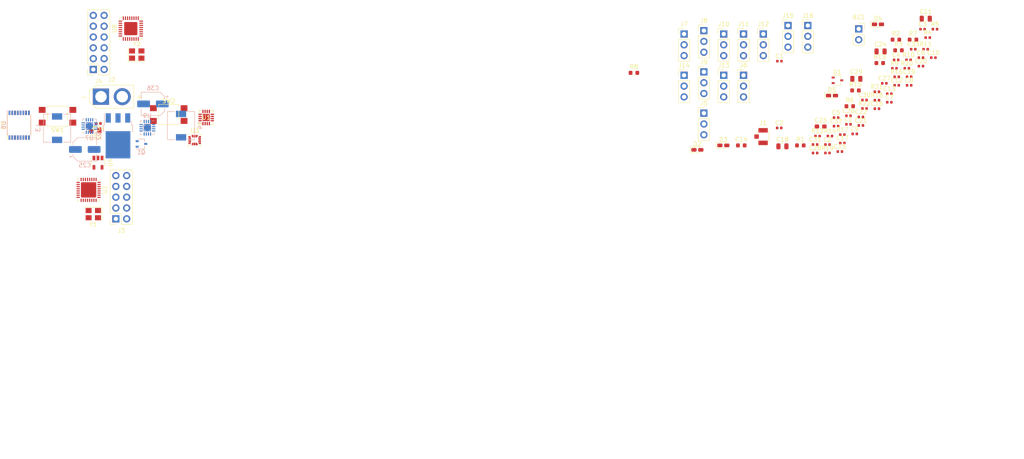
<source format=kicad_pcb>
(kicad_pcb (version 20171130) (host pcbnew 5.1.5)

  (general
    (thickness 1.6)
    (drawings 1)
    (tracks 0)
    (zones 0)
    (modules 99)
    (nets 101)
  )

  (page USLetter)
  (title_block
    (title "Project Title")
  )

  (layers
    (0 F.Cu signal)
    (1 In1.Cu signal)
    (2 In2.Cu signal)
    (31 B.Cu signal)
    (32 B.Adhes user)
    (33 F.Adhes user)
    (34 B.Paste user)
    (35 F.Paste user)
    (36 B.SilkS user)
    (37 F.SilkS user)
    (38 B.Mask user)
    (39 F.Mask user)
    (40 Dwgs.User user)
    (41 Cmts.User user)
    (42 Eco1.User user)
    (43 Eco2.User user)
    (44 Edge.Cuts user)
    (45 Margin user)
    (46 B.CrtYd user)
    (47 F.CrtYd user)
    (48 B.Fab user)
    (49 F.Fab user)
  )

  (setup
    (last_trace_width 0.1524)
    (user_trace_width 0.1524)
    (user_trace_width 0.254)
    (user_trace_width 0.3302)
    (user_trace_width 0.508)
    (user_trace_width 0.762)
    (user_trace_width 1.27)
    (trace_clearance 0.1524)
    (zone_clearance 0.508)
    (zone_45_only no)
    (trace_min 0.1524)
    (via_size 0.6858)
    (via_drill 0.3302)
    (via_min_size 0.6858)
    (via_min_drill 0.3302)
    (user_via 0.6858 0.3302)
    (user_via 0.762 0.4064)
    (user_via 0.8636 0.508)
    (uvia_size 0.6858)
    (uvia_drill 0.3302)
    (uvias_allowed no)
    (uvia_min_size 0)
    (uvia_min_drill 0)
    (edge_width 0.1524)
    (segment_width 0.1524)
    (pcb_text_width 0.1524)
    (pcb_text_size 1.016 1.016)
    (mod_edge_width 0.1524)
    (mod_text_size 1.016 1.016)
    (mod_text_width 0.1524)
    (pad_size 1.524 1.524)
    (pad_drill 0.762)
    (pad_to_mask_clearance 0.0508)
    (solder_mask_min_width 0.1016)
    (pad_to_paste_clearance -0.0762)
    (aux_axis_origin 0 0)
    (visible_elements FFFFDF7D)
    (pcbplotparams
      (layerselection 0x310fc_80000001)
      (usegerberextensions true)
      (usegerberattributes false)
      (usegerberadvancedattributes false)
      (creategerberjobfile false)
      (excludeedgelayer true)
      (linewidth 0.100000)
      (plotframeref false)
      (viasonmask false)
      (mode 1)
      (useauxorigin false)
      (hpglpennumber 1)
      (hpglpenspeed 20)
      (hpglpendiameter 15.000000)
      (psnegative false)
      (psa4output false)
      (plotreference true)
      (plotvalue true)
      (plotinvisibletext false)
      (padsonsilk false)
      (subtractmaskfromsilk false)
      (outputformat 1)
      (mirror false)
      (drillshape 0)
      (scaleselection 1)
      (outputdirectory "gerbers"))
  )

  (net 0 "")
  (net 1 GND)
  (net 2 "Net-(BZ1-Pad1)")
  (net 3 /VDD_3V3)
  (net 4 "Net-(C2-Pad1)")
  (net 5 /XTAL_P)
  (net 6 /XTAL_N)
  (net 7 "Net-(C6-Pad1)")
  (net 8 "Net-(C7-Pad1)")
  (net 9 "Net-(C8-Pad1)")
  (net 10 "Net-(C9-Pad1)")
  (net 11 "Net-(C12-Pad1)")
  (net 12 /VBAT)
  (net 13 "Net-(C15-Pad1)")
  (net 14 "Net-(C19-Pad1)")
  (net 15 /VSERVO_5V_L)
  (net 16 /ATMEGA_RSTN_5V0)
  (net 17 "Net-(C31-Pad1)")
  (net 18 "Net-(C32-Pad2)")
  (net 19 "Net-(C33-Pad1)")
  (net 20 /VSERVO_5V_R)
  (net 21 /REG_PG_N)
  (net 22 /PG_R)
  (net 23 /PG_L)
  (net 24 "Net-(D2-Pad1)")
  (net 25 /LED_RED)
  (net 26 "Net-(D3-Pad1)")
  (net 27 /LED_GREEN)
  (net 28 "Net-(D4-Pad1)")
  (net 29 "Net-(D5-Pad1)")
  (net 30 "Net-(J1-Pad1)")
  (net 31 "Net-(J2-Pad2)")
  (net 32 /VCHARGE_5V0)
  (net 33 "Net-(J3-Pad8)")
  (net 34 /NRF52_SWDIO)
  (net 35 "Net-(J3-Pad6)")
  (net 36 /NRF52_SWCLK)
  (net 37 "Net-(J3-Pad4)")
  (net 38 /NRF52_RST)
  (net 39 /ATMEGA_PROG_3V3)
  (net 40 /ATMEGA_SCK_5V0)
  (net 41 /ATMEGA_RX_5V0)
  (net 42 /ATMEGA_MISO_5V0)
  (net 43 /ATMEGA_TX_5V0)
  (net 44 /ATMEGA_CSN_5V0)
  (net 45 /ATMEGA_MOSI_5V0)
  (net 46 /HIP0)
  (net 47 /HIP1)
  (net 48 /KNEE0)
  (net 49 /KNEE1)
  (net 50 /FOOT0)
  (net 51 /FOOT1)
  (net 52 /HIP2)
  (net 53 /HIP3)
  (net 54 /KNEE2)
  (net 55 /KNEE3)
  (net 56 /FOOT2)
  (net 57 /FOOT3)
  (net 58 "Net-(L2-Pad2)")
  (net 59 "Net-(L3-Pad1)")
  (net 60 "Net-(L4-Pad1)")
  (net 61 "Net-(Q1-Pad3)")
  (net 62 /POWER_SWITCH)
  (net 63 /NRF52_OUTPUT_ENABLE)
  (net 64 /IMU_SDA)
  (net 65 /IMU_SCK)
  (net 66 "Net-(R9-Pad2)")
  (net 67 /VREG_EN)
  (net 68 "Net-(R10-Pad2)")
  (net 69 /BUZZER_5V0)
  (net 70 "Net-(R12-Pad2)")
  (net 71 "Net-(R18-Pad2)")
  (net 72 "Net-(R19-Pad2)")
  (net 73 /NRF52_TX_3V3)
  (net 74 /NRF52_RX_3V3)
  (net 75 "Net-(U1-Pad7)")
  (net 76 "Net-(U1-Pad6)")
  (net 77 /IMU_RDY)
  (net 78 "Net-(U2-Pad31)")
  (net 79 /BUZZER_3V3)
  (net 80 /ATMEGA_RSTN_3V3)
  (net 81 /ATMEGA_SCK_3V3)
  (net 82 /ATMEGA_MISO_3V3)
  (net 83 /ATMEGA_CSN_3V3)
  (net 84 /ATMEGA_MOSI_3V3)
  (net 85 /NRF52_RX)
  (net 86 /NRF52_TX)
  (net 87 "Net-(U3-Pad11)")
  (net 88 "Net-(U3-Pad10)")
  (net 89 "Net-(U3-Pad9)")
  (net 90 "Net-(U3-Pad4)")
  (net 91 "Net-(U3-Pad3)")
  (net 92 "Net-(U3-Pad2)")
  (net 93 "Net-(U5-Pad7)")
  (net 94 "Net-(U6-Pad10)")
  (net 95 "Net-(U8-Pad22)")
  (net 96 /VBAT_MEAS)
  (net 97 "Net-(U8-Pad13)")
  (net 98 "Net-(U8-Pad12)")
  (net 99 "Net-(U8-Pad8)")
  (net 100 "Net-(U8-Pad7)")

  (net_class Default "This is the default net class."
    (clearance 0.1524)
    (trace_width 0.1524)
    (via_dia 0.6858)
    (via_drill 0.3302)
    (uvia_dia 0.6858)
    (uvia_drill 0.3302)
    (add_net /ATMEGA_CSN_3V3)
    (add_net /ATMEGA_CSN_5V0)
    (add_net /ATMEGA_MISO_3V3)
    (add_net /ATMEGA_MISO_5V0)
    (add_net /ATMEGA_MOSI_3V3)
    (add_net /ATMEGA_MOSI_5V0)
    (add_net /ATMEGA_PROG_3V3)
    (add_net /ATMEGA_RSTN_3V3)
    (add_net /ATMEGA_RSTN_5V0)
    (add_net /ATMEGA_RX_5V0)
    (add_net /ATMEGA_SCK_3V3)
    (add_net /ATMEGA_SCK_5V0)
    (add_net /ATMEGA_TX_5V0)
    (add_net /BUZZER_3V3)
    (add_net /BUZZER_5V0)
    (add_net /FOOT0)
    (add_net /FOOT1)
    (add_net /FOOT2)
    (add_net /FOOT3)
    (add_net /HIP0)
    (add_net /HIP1)
    (add_net /HIP2)
    (add_net /HIP3)
    (add_net /IMU_RDY)
    (add_net /IMU_SCK)
    (add_net /IMU_SDA)
    (add_net /KNEE0)
    (add_net /KNEE1)
    (add_net /KNEE2)
    (add_net /KNEE3)
    (add_net /LED_GREEN)
    (add_net /LED_RED)
    (add_net /NRF52_OUTPUT_ENABLE)
    (add_net /NRF52_RST)
    (add_net /NRF52_RX)
    (add_net /NRF52_RX_3V3)
    (add_net /NRF52_SWCLK)
    (add_net /NRF52_SWDIO)
    (add_net /NRF52_TX)
    (add_net /NRF52_TX_3V3)
    (add_net /PG_L)
    (add_net /PG_R)
    (add_net /POWER_SWITCH)
    (add_net /REG_PG_N)
    (add_net /VBAT)
    (add_net /VBAT_MEAS)
    (add_net /VCHARGE_5V0)
    (add_net /VDD_3V3)
    (add_net /VREG_EN)
    (add_net /VSERVO_5V_L)
    (add_net /VSERVO_5V_R)
    (add_net /XTAL_N)
    (add_net /XTAL_P)
    (add_net GND)
    (add_net "Net-(BZ1-Pad1)")
    (add_net "Net-(C12-Pad1)")
    (add_net "Net-(C15-Pad1)")
    (add_net "Net-(C19-Pad1)")
    (add_net "Net-(C2-Pad1)")
    (add_net "Net-(C31-Pad1)")
    (add_net "Net-(C32-Pad2)")
    (add_net "Net-(C33-Pad1)")
    (add_net "Net-(C6-Pad1)")
    (add_net "Net-(C7-Pad1)")
    (add_net "Net-(C8-Pad1)")
    (add_net "Net-(C9-Pad1)")
    (add_net "Net-(D2-Pad1)")
    (add_net "Net-(D3-Pad1)")
    (add_net "Net-(D4-Pad1)")
    (add_net "Net-(D5-Pad1)")
    (add_net "Net-(J1-Pad1)")
    (add_net "Net-(J2-Pad2)")
    (add_net "Net-(J3-Pad4)")
    (add_net "Net-(J3-Pad6)")
    (add_net "Net-(J3-Pad8)")
    (add_net "Net-(L2-Pad2)")
    (add_net "Net-(L3-Pad1)")
    (add_net "Net-(L4-Pad1)")
    (add_net "Net-(Q1-Pad3)")
    (add_net "Net-(R10-Pad2)")
    (add_net "Net-(R12-Pad2)")
    (add_net "Net-(R18-Pad2)")
    (add_net "Net-(R19-Pad2)")
    (add_net "Net-(R9-Pad2)")
    (add_net "Net-(U1-Pad6)")
    (add_net "Net-(U1-Pad7)")
    (add_net "Net-(U2-Pad31)")
    (add_net "Net-(U3-Pad10)")
    (add_net "Net-(U3-Pad11)")
    (add_net "Net-(U3-Pad2)")
    (add_net "Net-(U3-Pad3)")
    (add_net "Net-(U3-Pad4)")
    (add_net "Net-(U3-Pad9)")
    (add_net "Net-(U5-Pad7)")
    (add_net "Net-(U6-Pad10)")
    (add_net "Net-(U8-Pad12)")
    (add_net "Net-(U8-Pad13)")
    (add_net "Net-(U8-Pad22)")
    (add_net "Net-(U8-Pad7)")
    (add_net "Net-(U8-Pad8)")
  )

  (module Button_Switch_SMD:SW_SPST_TL3305C (layer F.Cu) (tedit 5ABC3ACB) (tstamp 5E93221B)
    (at 55.8 47)
    (descr https://www.e-switch.com/system/asset/product_line/data_sheet/213/TL3305.pdf)
    (tags "TL3305 Series Tact Switch")
    (path /5E8D26EF)
    (attr smd)
    (fp_text reference SW2 (at 0 -3.2) (layer F.SilkS)
      (effects (font (size 1 1) (thickness 0.15)))
    )
    (fp_text value TL3305CF260QG (at 0 3.2) (layer F.Fab)
      (effects (font (size 1 1) (thickness 0.15)))
    )
    (fp_line (start -4.65 -2.5) (end 4.65 -2.5) (layer F.CrtYd) (width 0.05))
    (fp_line (start -4.65 2.5) (end -4.65 -2.5) (layer F.CrtYd) (width 0.05))
    (fp_line (start 4.65 2.5) (end -4.65 2.5) (layer F.CrtYd) (width 0.05))
    (fp_line (start 4.65 -2.5) (end 4.65 2.5) (layer F.CrtYd) (width 0.05))
    (fp_line (start -2.37 1.03) (end -2.37 -1.03) (layer F.SilkS) (width 0.12))
    (fp_line (start 2.37 1.03) (end 2.37 -1.03) (layer F.SilkS) (width 0.12))
    (fp_line (start 2.37 2.37) (end 2.37 1.97) (layer F.SilkS) (width 0.12))
    (fp_line (start -2.37 2.37) (end 2.37 2.37) (layer F.SilkS) (width 0.12))
    (fp_line (start -2.37 2.37) (end -2.37 1.97) (layer F.SilkS) (width 0.12))
    (fp_line (start 2.37 -2.37) (end 2.37 -1.97) (layer F.SilkS) (width 0.12))
    (fp_line (start -2.37 -2.37) (end -2.37 -1.97) (layer F.SilkS) (width 0.12))
    (fp_line (start -2.37 -2.37) (end 2.37 -2.37) (layer F.SilkS) (width 0.12))
    (fp_text user %R (at 0 0) (layer F.Fab)
      (effects (font (size 0.5 0.5) (thickness 0.075)))
    )
    (fp_line (start -2.25 -2.25) (end 2.25 -2.25) (layer F.Fab) (width 0.1))
    (fp_line (start 2.25 -2.25) (end 2.25 2.25) (layer F.Fab) (width 0.1))
    (fp_line (start 2.25 2.25) (end -2.25 2.25) (layer F.Fab) (width 0.1))
    (fp_line (start -2.25 2.25) (end -2.25 -2.25) (layer F.Fab) (width 0.1))
    (fp_circle (center 0 0) (end 1.25 0) (layer F.Fab) (width 0.1))
    (fp_line (start 2.25 -1.15) (end 3.75 -1.15) (layer F.Fab) (width 0.1))
    (fp_line (start 3.75 -1.15) (end 3.75 -1.85) (layer F.Fab) (width 0.1))
    (fp_line (start 3.75 -1.85) (end 2.25 -1.85) (layer F.Fab) (width 0.1))
    (fp_line (start 2.25 1.15) (end 3.75 1.15) (layer F.Fab) (width 0.1))
    (fp_line (start 3.75 1.15) (end 3.75 1.85) (layer F.Fab) (width 0.1))
    (fp_line (start 3.75 1.85) (end 2.25 1.85) (layer F.Fab) (width 0.1))
    (fp_line (start -2.25 -1.85) (end -3.75 -1.85) (layer F.Fab) (width 0.1))
    (fp_line (start -3.75 -1.85) (end -3.75 -1.15) (layer F.Fab) (width 0.1))
    (fp_line (start -3.75 -1.15) (end -2.25 -1.15) (layer F.Fab) (width 0.1))
    (fp_line (start -2.25 1.15) (end -3.75 1.15) (layer F.Fab) (width 0.1))
    (fp_line (start -3.75 1.15) (end -3.75 1.85) (layer F.Fab) (width 0.1))
    (fp_line (start -3.75 1.85) (end -2.25 1.85) (layer F.Fab) (width 0.1))
    (fp_line (start 3 -1.85) (end 3 -1.15) (layer F.Fab) (width 0.1))
    (fp_line (start 3 1.15) (end 3 1.85) (layer F.Fab) (width 0.1))
    (fp_line (start -3 -1.85) (end -3 -1.15) (layer F.Fab) (width 0.1))
    (fp_line (start -3 1.15) (end -3 1.85) (layer F.Fab) (width 0.1))
    (pad 2 smd rect (at -3.6 1.5) (size 1.6 1.4) (layers F.Cu F.Paste F.Mask)
      (net 1 GND))
    (pad 2 smd rect (at 3.6 1.5) (size 1.6 1.4) (layers F.Cu F.Paste F.Mask)
      (net 1 GND))
    (pad 1 smd rect (at -3.6 -1.5) (size 1.6 1.4) (layers F.Cu F.Paste F.Mask)
      (net 61 "Net-(Q1-Pad3)"))
    (pad 1 smd rect (at 3.6 -1.5) (size 1.6 1.4) (layers F.Cu F.Paste F.Mask)
      (net 61 "Net-(Q1-Pad3)"))
    (model ${KISYS3DMOD}/Button_Switch_SMD.3dshapes/SW_SPST_TL3305C.wrl
      (at (xyz 0 0 0))
      (scale (xyz 1 1 1))
      (rotate (xyz 0 0 0))
    )
  )

  (module Button_Switch_SMD:SW_SPST_TL3305C (layer F.Cu) (tedit 5ABC3ACB) (tstamp 5E9321F1)
    (at 29.7 47.4 180)
    (descr https://www.e-switch.com/system/asset/product_line/data_sheet/213/TL3305.pdf)
    (tags "TL3305 Series Tact Switch")
    (path /5E8E8AB0)
    (attr smd)
    (fp_text reference SW1 (at 0 -3.2) (layer F.SilkS)
      (effects (font (size 1 1) (thickness 0.15)))
    )
    (fp_text value TL3305CF260QG (at 0 3.2) (layer F.Fab)
      (effects (font (size 1 1) (thickness 0.15)))
    )
    (fp_line (start -4.65 -2.5) (end 4.65 -2.5) (layer F.CrtYd) (width 0.05))
    (fp_line (start -4.65 2.5) (end -4.65 -2.5) (layer F.CrtYd) (width 0.05))
    (fp_line (start 4.65 2.5) (end -4.65 2.5) (layer F.CrtYd) (width 0.05))
    (fp_line (start 4.65 -2.5) (end 4.65 2.5) (layer F.CrtYd) (width 0.05))
    (fp_line (start -2.37 1.03) (end -2.37 -1.03) (layer F.SilkS) (width 0.12))
    (fp_line (start 2.37 1.03) (end 2.37 -1.03) (layer F.SilkS) (width 0.12))
    (fp_line (start 2.37 2.37) (end 2.37 1.97) (layer F.SilkS) (width 0.12))
    (fp_line (start -2.37 2.37) (end 2.37 2.37) (layer F.SilkS) (width 0.12))
    (fp_line (start -2.37 2.37) (end -2.37 1.97) (layer F.SilkS) (width 0.12))
    (fp_line (start 2.37 -2.37) (end 2.37 -1.97) (layer F.SilkS) (width 0.12))
    (fp_line (start -2.37 -2.37) (end -2.37 -1.97) (layer F.SilkS) (width 0.12))
    (fp_line (start -2.37 -2.37) (end 2.37 -2.37) (layer F.SilkS) (width 0.12))
    (fp_text user %R (at 0 0) (layer F.Fab)
      (effects (font (size 0.5 0.5) (thickness 0.075)))
    )
    (fp_line (start -2.25 -2.25) (end 2.25 -2.25) (layer F.Fab) (width 0.1))
    (fp_line (start 2.25 -2.25) (end 2.25 2.25) (layer F.Fab) (width 0.1))
    (fp_line (start 2.25 2.25) (end -2.25 2.25) (layer F.Fab) (width 0.1))
    (fp_line (start -2.25 2.25) (end -2.25 -2.25) (layer F.Fab) (width 0.1))
    (fp_circle (center 0 0) (end 1.25 0) (layer F.Fab) (width 0.1))
    (fp_line (start 2.25 -1.15) (end 3.75 -1.15) (layer F.Fab) (width 0.1))
    (fp_line (start 3.75 -1.15) (end 3.75 -1.85) (layer F.Fab) (width 0.1))
    (fp_line (start 3.75 -1.85) (end 2.25 -1.85) (layer F.Fab) (width 0.1))
    (fp_line (start 2.25 1.15) (end 3.75 1.15) (layer F.Fab) (width 0.1))
    (fp_line (start 3.75 1.15) (end 3.75 1.85) (layer F.Fab) (width 0.1))
    (fp_line (start 3.75 1.85) (end 2.25 1.85) (layer F.Fab) (width 0.1))
    (fp_line (start -2.25 -1.85) (end -3.75 -1.85) (layer F.Fab) (width 0.1))
    (fp_line (start -3.75 -1.85) (end -3.75 -1.15) (layer F.Fab) (width 0.1))
    (fp_line (start -3.75 -1.15) (end -2.25 -1.15) (layer F.Fab) (width 0.1))
    (fp_line (start -2.25 1.15) (end -3.75 1.15) (layer F.Fab) (width 0.1))
    (fp_line (start -3.75 1.15) (end -3.75 1.85) (layer F.Fab) (width 0.1))
    (fp_line (start -3.75 1.85) (end -2.25 1.85) (layer F.Fab) (width 0.1))
    (fp_line (start 3 -1.85) (end 3 -1.15) (layer F.Fab) (width 0.1))
    (fp_line (start 3 1.15) (end 3 1.85) (layer F.Fab) (width 0.1))
    (fp_line (start -3 -1.85) (end -3 -1.15) (layer F.Fab) (width 0.1))
    (fp_line (start -3 1.15) (end -3 1.85) (layer F.Fab) (width 0.1))
    (pad 2 smd rect (at -3.6 1.5 180) (size 1.6 1.4) (layers F.Cu F.Paste F.Mask)
      (net 1 GND))
    (pad 2 smd rect (at 3.6 1.5 180) (size 1.6 1.4) (layers F.Cu F.Paste F.Mask)
      (net 1 GND))
    (pad 1 smd rect (at -3.6 -1.5 180) (size 1.6 1.4) (layers F.Cu F.Paste F.Mask)
      (net 11 "Net-(C12-Pad1)"))
    (pad 1 smd rect (at 3.6 -1.5 180) (size 1.6 1.4) (layers F.Cu F.Paste F.Mask)
      (net 11 "Net-(C12-Pad1)"))
    (model ${KISYS3DMOD}/Button_Switch_SMD.3dshapes/SW_SPST_TL3305C.wrl
      (at (xyz 0 0 0))
      (scale (xyz 1 1 1))
      (rotate (xyz 0 0 0))
    )
  )

  (module Crystal:Crystal_SMD_3225-4Pin_3.2x2.5mm (layer F.Cu) (tedit 5A0FD1B2) (tstamp 5E9323CC)
    (at 48.3 32.9)
    (descr "SMD Crystal SERIES SMD3225/4 http://www.txccrystal.com/images/pdf/7m-accuracy.pdf, 3.2x2.5mm^2 package")
    (tags "SMD SMT crystal")
    (path /5E89CDAE)
    (attr smd)
    (fp_text reference Y2 (at 0 -2.45) (layer F.SilkS)
      (effects (font (size 1 1) (thickness 0.15)))
    )
    (fp_text value "TSX-3225 16.0000MF10U-B3" (at 0 2.45) (layer F.Fab)
      (effects (font (size 1 1) (thickness 0.15)))
    )
    (fp_line (start 2.1 -1.7) (end -2.1 -1.7) (layer F.CrtYd) (width 0.05))
    (fp_line (start 2.1 1.7) (end 2.1 -1.7) (layer F.CrtYd) (width 0.05))
    (fp_line (start -2.1 1.7) (end 2.1 1.7) (layer F.CrtYd) (width 0.05))
    (fp_line (start -2.1 -1.7) (end -2.1 1.7) (layer F.CrtYd) (width 0.05))
    (fp_line (start -2 1.65) (end 2 1.65) (layer F.SilkS) (width 0.12))
    (fp_line (start -2 -1.65) (end -2 1.65) (layer F.SilkS) (width 0.12))
    (fp_line (start -1.6 0.25) (end -0.6 1.25) (layer F.Fab) (width 0.1))
    (fp_line (start 1.6 -1.25) (end -1.6 -1.25) (layer F.Fab) (width 0.1))
    (fp_line (start 1.6 1.25) (end 1.6 -1.25) (layer F.Fab) (width 0.1))
    (fp_line (start -1.6 1.25) (end 1.6 1.25) (layer F.Fab) (width 0.1))
    (fp_line (start -1.6 -1.25) (end -1.6 1.25) (layer F.Fab) (width 0.1))
    (fp_text user %R (at 0 0) (layer F.Fab)
      (effects (font (size 0.7 0.7) (thickness 0.105)))
    )
    (pad 4 smd rect (at -1.1 -0.85) (size 1.4 1.2) (layers F.Cu F.Paste F.Mask)
      (net 18 "Net-(C32-Pad2)"))
    (pad 3 smd rect (at 1.1 -0.85) (size 1.4 1.2) (layers F.Cu F.Paste F.Mask)
      (net 99 "Net-(U8-Pad8)"))
    (pad 2 smd rect (at 1.1 0.85) (size 1.4 1.2) (layers F.Cu F.Paste F.Mask)
      (net 19 "Net-(C33-Pad1)"))
    (pad 1 smd rect (at -1.1 0.85) (size 1.4 1.2) (layers F.Cu F.Paste F.Mask)
      (net 100 "Net-(U8-Pad7)"))
    (model ${KISYS3DMOD}/Crystal.3dshapes/Crystal_SMD_3225-4Pin_3.2x2.5mm.wrl
      (at (xyz 0 0 0))
      (scale (xyz 1 1 1))
      (rotate (xyz 0 0 0))
    )
  )

  (module Crystal:Crystal_SMD_3225-4Pin_3.2x2.5mm (layer F.Cu) (tedit 5A0FD1B2) (tstamp 5E9323B8)
    (at 38.1 70.4 180)
    (descr "SMD Crystal SERIES SMD3225/4 http://www.txccrystal.com/images/pdf/7m-accuracy.pdf, 3.2x2.5mm^2 package")
    (tags "SMD SMT crystal")
    (path /5EB09876)
    (attr smd)
    (fp_text reference Y1 (at 0 -2.45) (layer F.SilkS)
      (effects (font (size 1 1) (thickness 0.15)))
    )
    (fp_text value ECS-320-10-33B-7KM-TR (at 0 2.45) (layer F.Fab)
      (effects (font (size 1 1) (thickness 0.15)))
    )
    (fp_line (start 2.1 -1.7) (end -2.1 -1.7) (layer F.CrtYd) (width 0.05))
    (fp_line (start 2.1 1.7) (end 2.1 -1.7) (layer F.CrtYd) (width 0.05))
    (fp_line (start -2.1 1.7) (end 2.1 1.7) (layer F.CrtYd) (width 0.05))
    (fp_line (start -2.1 -1.7) (end -2.1 1.7) (layer F.CrtYd) (width 0.05))
    (fp_line (start -2 1.65) (end 2 1.65) (layer F.SilkS) (width 0.12))
    (fp_line (start -2 -1.65) (end -2 1.65) (layer F.SilkS) (width 0.12))
    (fp_line (start -1.6 0.25) (end -0.6 1.25) (layer F.Fab) (width 0.1))
    (fp_line (start 1.6 -1.25) (end -1.6 -1.25) (layer F.Fab) (width 0.1))
    (fp_line (start 1.6 1.25) (end 1.6 -1.25) (layer F.Fab) (width 0.1))
    (fp_line (start -1.6 1.25) (end 1.6 1.25) (layer F.Fab) (width 0.1))
    (fp_line (start -1.6 -1.25) (end -1.6 1.25) (layer F.Fab) (width 0.1))
    (fp_text user %R (at 0 0) (layer F.Fab)
      (effects (font (size 0.7 0.7) (thickness 0.105)))
    )
    (pad 4 smd rect (at -1.1 -0.85 180) (size 1.4 1.2) (layers F.Cu F.Paste F.Mask)
      (net 1 GND))
    (pad 3 smd rect (at 1.1 -0.85 180) (size 1.4 1.2) (layers F.Cu F.Paste F.Mask)
      (net 5 /XTAL_P))
    (pad 2 smd rect (at 1.1 0.85 180) (size 1.4 1.2) (layers F.Cu F.Paste F.Mask)
      (net 1 GND))
    (pad 1 smd rect (at -1.1 0.85 180) (size 1.4 1.2) (layers F.Cu F.Paste F.Mask)
      (net 6 /XTAL_N))
    (model ${KISYS3DMOD}/Crystal.3dshapes/Crystal_SMD_3225-4Pin_3.2x2.5mm.wrl
      (at (xyz 0 0 0))
      (scale (xyz 1 1 1))
      (rotate (xyz 0 0 0))
    )
  )

  (module Package_DFN_QFN:VQFN-16-1EP_3x3mm_P0.5mm_EP1.68x1.68mm_ThermalVias (layer B.Cu) (tedit 5C1D3F32) (tstamp 5E9323A4)
    (at 50.8 50.1 180)
    (descr "VQFN, 16 Pin (http://www.ti.com/lit/ds/symlink/tlv62095.pdf), generated with kicad-footprint-generator ipc_dfn_qfn_generator.py")
    (tags "VQFN DFN_QFN")
    (path /6065D31B)
    (attr smd)
    (fp_text reference U9 (at 0 2.82) (layer B.SilkS)
      (effects (font (size 1 1) (thickness 0.15)) (justify mirror))
    )
    (fp_text value TPS62133 (at 0 -2.82) (layer B.Fab)
      (effects (font (size 1 1) (thickness 0.15)) (justify mirror))
    )
    (fp_text user %R (at 0 0) (layer B.Fab)
      (effects (font (size 0.75 0.75) (thickness 0.11)) (justify mirror))
    )
    (fp_line (start 2.12 2.12) (end -2.12 2.12) (layer B.CrtYd) (width 0.05))
    (fp_line (start 2.12 -2.12) (end 2.12 2.12) (layer B.CrtYd) (width 0.05))
    (fp_line (start -2.12 -2.12) (end 2.12 -2.12) (layer B.CrtYd) (width 0.05))
    (fp_line (start -2.12 2.12) (end -2.12 -2.12) (layer B.CrtYd) (width 0.05))
    (fp_line (start -1.5 0.75) (end -0.75 1.5) (layer B.Fab) (width 0.1))
    (fp_line (start -1.5 -1.5) (end -1.5 0.75) (layer B.Fab) (width 0.1))
    (fp_line (start 1.5 -1.5) (end -1.5 -1.5) (layer B.Fab) (width 0.1))
    (fp_line (start 1.5 1.5) (end 1.5 -1.5) (layer B.Fab) (width 0.1))
    (fp_line (start -0.75 1.5) (end 1.5 1.5) (layer B.Fab) (width 0.1))
    (fp_line (start -1.135 1.61) (end -1.61 1.61) (layer B.SilkS) (width 0.12))
    (fp_line (start 1.61 -1.61) (end 1.61 -1.135) (layer B.SilkS) (width 0.12))
    (fp_line (start 1.135 -1.61) (end 1.61 -1.61) (layer B.SilkS) (width 0.12))
    (fp_line (start -1.61 -1.61) (end -1.61 -1.135) (layer B.SilkS) (width 0.12))
    (fp_line (start -1.135 -1.61) (end -1.61 -1.61) (layer B.SilkS) (width 0.12))
    (fp_line (start 1.61 1.61) (end 1.61 1.135) (layer B.SilkS) (width 0.12))
    (fp_line (start 1.135 1.61) (end 1.61 1.61) (layer B.SilkS) (width 0.12))
    (pad 16 smd roundrect (at -0.75 1.4625 180) (size 0.25 0.825) (layers B.Cu B.Paste B.Mask) (roundrect_rratio 0.25)
      (net 1 GND))
    (pad 15 smd roundrect (at -0.25 1.4625 180) (size 0.25 0.825) (layers B.Cu B.Paste B.Mask) (roundrect_rratio 0.25)
      (net 1 GND))
    (pad 14 smd roundrect (at 0.25 1.4625 180) (size 0.25 0.825) (layers B.Cu B.Paste B.Mask) (roundrect_rratio 0.25)
      (net 20 /VSERVO_5V_R))
    (pad 13 smd roundrect (at 0.75 1.4625 180) (size 0.25 0.825) (layers B.Cu B.Paste B.Mask) (roundrect_rratio 0.25)
      (net 71 "Net-(R18-Pad2)"))
    (pad 12 smd roundrect (at 1.4625 0.75 180) (size 0.825 0.25) (layers B.Cu B.Paste B.Mask) (roundrect_rratio 0.25)
      (net 12 /VBAT))
    (pad 11 smd roundrect (at 1.4625 0.25 180) (size 0.825 0.25) (layers B.Cu B.Paste B.Mask) (roundrect_rratio 0.25)
      (net 12 /VBAT))
    (pad 10 smd roundrect (at 1.4625 -0.25 180) (size 0.825 0.25) (layers B.Cu B.Paste B.Mask) (roundrect_rratio 0.25)
      (net 12 /VBAT))
    (pad 9 smd roundrect (at 1.4625 -0.75 180) (size 0.825 0.25) (layers B.Cu B.Paste B.Mask) (roundrect_rratio 0.25)
      (net 17 "Net-(C31-Pad1)"))
    (pad 8 smd roundrect (at 0.75 -1.4625 180) (size 0.25 0.825) (layers B.Cu B.Paste B.Mask) (roundrect_rratio 0.25)
      (net 1 GND))
    (pad 7 smd roundrect (at 0.25 -1.4625 180) (size 0.25 0.825) (layers B.Cu B.Paste B.Mask) (roundrect_rratio 0.25)
      (net 72 "Net-(R19-Pad2)"))
    (pad 6 smd roundrect (at -0.25 -1.4625 180) (size 0.25 0.825) (layers B.Cu B.Paste B.Mask) (roundrect_rratio 0.25)
      (net 1 GND))
    (pad 5 smd roundrect (at -0.75 -1.4625 180) (size 0.25 0.825) (layers B.Cu B.Paste B.Mask) (roundrect_rratio 0.25)
      (net 1 GND))
    (pad 4 smd roundrect (at -1.4625 -0.75 180) (size 0.825 0.25) (layers B.Cu B.Paste B.Mask) (roundrect_rratio 0.25)
      (net 22 /PG_R))
    (pad 3 smd roundrect (at -1.4625 -0.25 180) (size 0.825 0.25) (layers B.Cu B.Paste B.Mask) (roundrect_rratio 0.25)
      (net 60 "Net-(L4-Pad1)"))
    (pad 2 smd roundrect (at -1.4625 0.25 180) (size 0.825 0.25) (layers B.Cu B.Paste B.Mask) (roundrect_rratio 0.25)
      (net 60 "Net-(L4-Pad1)"))
    (pad 1 smd roundrect (at -1.4625 0.75 180) (size 0.825 0.25) (layers B.Cu B.Paste B.Mask) (roundrect_rratio 0.25)
      (net 60 "Net-(L4-Pad1)"))
    (pad "" smd roundrect (at 0.42 -0.42 180) (size 0.73 0.73) (layers B.Paste) (roundrect_rratio 0.25))
    (pad "" smd roundrect (at 0.42 0.42 180) (size 0.73 0.73) (layers B.Paste) (roundrect_rratio 0.25))
    (pad "" smd roundrect (at -0.42 -0.42 180) (size 0.73 0.73) (layers B.Paste) (roundrect_rratio 0.25))
    (pad "" smd roundrect (at -0.42 0.42 180) (size 0.73 0.73) (layers B.Paste) (roundrect_rratio 0.25))
    (pad 17 smd roundrect (at 0 0 180) (size 1.68 1.68) (layers F.Cu) (roundrect_rratio 0.14881)
      (net 1 GND))
    (pad 17 thru_hole circle (at 0.59 -0.59 180) (size 0.5 0.5) (drill 0.2) (layers *.Cu)
      (net 1 GND))
    (pad 17 thru_hole circle (at -0.59 -0.59 180) (size 0.5 0.5) (drill 0.2) (layers *.Cu)
      (net 1 GND))
    (pad 17 thru_hole circle (at 0.59 0.59 180) (size 0.5 0.5) (drill 0.2) (layers *.Cu)
      (net 1 GND))
    (pad 17 thru_hole circle (at -0.59 0.59 180) (size 0.5 0.5) (drill 0.2) (layers *.Cu)
      (net 1 GND))
    (pad 17 smd roundrect (at 0 0 180) (size 1.68 1.68) (layers B.Cu B.Mask) (roundrect_rratio 0.14881)
      (net 1 GND))
    (model ${KISYS3DMOD}/Package_DFN_QFN.3dshapes/VQFN-16-1EP_3x3mm_P0.5mm_EP1.68x1.68mm.wrl
      (at (xyz 0 0 0))
      (scale (xyz 1 1 1))
      (rotate (xyz 0 0 0))
    )
  )

  (module Package_DFN_QFN:QFN-32-1EP_5x5mm_P0.5mm_EP3.1x3.1mm (layer F.Cu) (tedit 5B4E60CE) (tstamp 5E932375)
    (at 46.9 26.8 90)
    (descr "QFN, 32 Pin (http://ww1.microchip.com/downloads/en/DeviceDoc/8008S.pdf (Page 20)), generated with kicad-footprint-generator ipc_dfn_qfn_generator.py")
    (tags "QFN DFN_QFN")
    (path /5EA1F7F1)
    (attr smd)
    (fp_text reference U8 (at 0 -3.82 90) (layer F.SilkS)
      (effects (font (size 1 1) (thickness 0.15)))
    )
    (fp_text value ATmega328P-MU (at 0 3.82 90) (layer F.Fab)
      (effects (font (size 1 1) (thickness 0.15)))
    )
    (fp_text user %R (at 0 0 90) (layer F.Fab)
      (effects (font (size 1 1) (thickness 0.15)))
    )
    (fp_line (start 3.12 -3.12) (end -3.12 -3.12) (layer F.CrtYd) (width 0.05))
    (fp_line (start 3.12 3.12) (end 3.12 -3.12) (layer F.CrtYd) (width 0.05))
    (fp_line (start -3.12 3.12) (end 3.12 3.12) (layer F.CrtYd) (width 0.05))
    (fp_line (start -3.12 -3.12) (end -3.12 3.12) (layer F.CrtYd) (width 0.05))
    (fp_line (start -2.5 -1.5) (end -1.5 -2.5) (layer F.Fab) (width 0.1))
    (fp_line (start -2.5 2.5) (end -2.5 -1.5) (layer F.Fab) (width 0.1))
    (fp_line (start 2.5 2.5) (end -2.5 2.5) (layer F.Fab) (width 0.1))
    (fp_line (start 2.5 -2.5) (end 2.5 2.5) (layer F.Fab) (width 0.1))
    (fp_line (start -1.5 -2.5) (end 2.5 -2.5) (layer F.Fab) (width 0.1))
    (fp_line (start -2.135 -2.61) (end -2.61 -2.61) (layer F.SilkS) (width 0.12))
    (fp_line (start 2.61 2.61) (end 2.61 2.135) (layer F.SilkS) (width 0.12))
    (fp_line (start 2.135 2.61) (end 2.61 2.61) (layer F.SilkS) (width 0.12))
    (fp_line (start -2.61 2.61) (end -2.61 2.135) (layer F.SilkS) (width 0.12))
    (fp_line (start -2.135 2.61) (end -2.61 2.61) (layer F.SilkS) (width 0.12))
    (fp_line (start 2.61 -2.61) (end 2.61 -2.135) (layer F.SilkS) (width 0.12))
    (fp_line (start 2.135 -2.61) (end 2.61 -2.61) (layer F.SilkS) (width 0.12))
    (pad 32 smd roundrect (at -1.75 -2.4375 90) (size 0.25 0.875) (layers F.Cu F.Paste F.Mask) (roundrect_rratio 0.25)
      (net 50 /FOOT0))
    (pad 31 smd roundrect (at -1.25 -2.4375 90) (size 0.25 0.875) (layers F.Cu F.Paste F.Mask) (roundrect_rratio 0.25)
      (net 55 /KNEE3))
    (pad 30 smd roundrect (at -0.75 -2.4375 90) (size 0.25 0.875) (layers F.Cu F.Paste F.Mask) (roundrect_rratio 0.25)
      (net 54 /KNEE2))
    (pad 29 smd roundrect (at -0.25 -2.4375 90) (size 0.25 0.875) (layers F.Cu F.Paste F.Mask) (roundrect_rratio 0.25)
      (net 16 /ATMEGA_RSTN_5V0))
    (pad 28 smd roundrect (at 0.25 -2.4375 90) (size 0.25 0.875) (layers F.Cu F.Paste F.Mask) (roundrect_rratio 0.25)
      (net 49 /KNEE1))
    (pad 27 smd roundrect (at 0.75 -2.4375 90) (size 0.25 0.875) (layers F.Cu F.Paste F.Mask) (roundrect_rratio 0.25)
      (net 48 /KNEE0))
    (pad 26 smd roundrect (at 1.25 -2.4375 90) (size 0.25 0.875) (layers F.Cu F.Paste F.Mask) (roundrect_rratio 0.25)
      (net 53 /HIP3))
    (pad 25 smd roundrect (at 1.75 -2.4375 90) (size 0.25 0.875) (layers F.Cu F.Paste F.Mask) (roundrect_rratio 0.25)
      (net 52 /HIP2))
    (pad 24 smd roundrect (at 2.4375 -1.75 90) (size 0.875 0.25) (layers F.Cu F.Paste F.Mask) (roundrect_rratio 0.25)
      (net 47 /HIP1))
    (pad 23 smd roundrect (at 2.4375 -1.25 90) (size 0.875 0.25) (layers F.Cu F.Paste F.Mask) (roundrect_rratio 0.25)
      (net 46 /HIP0))
    (pad 22 smd roundrect (at 2.4375 -0.75 90) (size 0.875 0.25) (layers F.Cu F.Paste F.Mask) (roundrect_rratio 0.25)
      (net 95 "Net-(U8-Pad22)"))
    (pad 21 smd roundrect (at 2.4375 -0.25 90) (size 0.875 0.25) (layers F.Cu F.Paste F.Mask) (roundrect_rratio 0.25)
      (net 1 GND))
    (pad 20 smd roundrect (at 2.4375 0.25 90) (size 0.875 0.25) (layers F.Cu F.Paste F.Mask) (roundrect_rratio 0.25)
      (net 15 /VSERVO_5V_L))
    (pad 19 smd roundrect (at 2.4375 0.75 90) (size 0.875 0.25) (layers F.Cu F.Paste F.Mask) (roundrect_rratio 0.25)
      (net 96 /VBAT_MEAS))
    (pad 18 smd roundrect (at 2.4375 1.25 90) (size 0.875 0.25) (layers F.Cu F.Paste F.Mask) (roundrect_rratio 0.25)
      (net 15 /VSERVO_5V_L))
    (pad 17 smd roundrect (at 2.4375 1.75 90) (size 0.875 0.25) (layers F.Cu F.Paste F.Mask) (roundrect_rratio 0.25)
      (net 40 /ATMEGA_SCK_5V0))
    (pad 16 smd roundrect (at 1.75 2.4375 90) (size 0.25 0.875) (layers F.Cu F.Paste F.Mask) (roundrect_rratio 0.25)
      (net 42 /ATMEGA_MISO_5V0))
    (pad 15 smd roundrect (at 1.25 2.4375 90) (size 0.25 0.875) (layers F.Cu F.Paste F.Mask) (roundrect_rratio 0.25)
      (net 45 /ATMEGA_MOSI_5V0))
    (pad 14 smd roundrect (at 0.75 2.4375 90) (size 0.25 0.875) (layers F.Cu F.Paste F.Mask) (roundrect_rratio 0.25)
      (net 44 /ATMEGA_CSN_5V0))
    (pad 13 smd roundrect (at 0.25 2.4375 90) (size 0.25 0.875) (layers F.Cu F.Paste F.Mask) (roundrect_rratio 0.25)
      (net 97 "Net-(U8-Pad13)"))
    (pad 12 smd roundrect (at -0.25 2.4375 90) (size 0.25 0.875) (layers F.Cu F.Paste F.Mask) (roundrect_rratio 0.25)
      (net 98 "Net-(U8-Pad12)"))
    (pad 11 smd roundrect (at -0.75 2.4375 90) (size 0.25 0.875) (layers F.Cu F.Paste F.Mask) (roundrect_rratio 0.25)
      (net 27 /LED_GREEN))
    (pad 10 smd roundrect (at -1.25 2.4375 90) (size 0.25 0.875) (layers F.Cu F.Paste F.Mask) (roundrect_rratio 0.25)
      (net 25 /LED_RED))
    (pad 9 smd roundrect (at -1.75 2.4375 90) (size 0.25 0.875) (layers F.Cu F.Paste F.Mask) (roundrect_rratio 0.25)
      (net 57 /FOOT3))
    (pad 8 smd roundrect (at -2.4375 1.75 90) (size 0.875 0.25) (layers F.Cu F.Paste F.Mask) (roundrect_rratio 0.25)
      (net 99 "Net-(U8-Pad8)"))
    (pad 7 smd roundrect (at -2.4375 1.25 90) (size 0.875 0.25) (layers F.Cu F.Paste F.Mask) (roundrect_rratio 0.25)
      (net 100 "Net-(U8-Pad7)"))
    (pad 6 smd roundrect (at -2.4375 0.75 90) (size 0.875 0.25) (layers F.Cu F.Paste F.Mask) (roundrect_rratio 0.25)
      (net 15 /VSERVO_5V_L))
    (pad 5 smd roundrect (at -2.4375 0.25 90) (size 0.875 0.25) (layers F.Cu F.Paste F.Mask) (roundrect_rratio 0.25)
      (net 1 GND))
    (pad 4 smd roundrect (at -2.4375 -0.25 90) (size 0.875 0.25) (layers F.Cu F.Paste F.Mask) (roundrect_rratio 0.25)
      (net 15 /VSERVO_5V_L))
    (pad 3 smd roundrect (at -2.4375 -0.75 90) (size 0.875 0.25) (layers F.Cu F.Paste F.Mask) (roundrect_rratio 0.25)
      (net 1 GND))
    (pad 2 smd roundrect (at -2.4375 -1.25 90) (size 0.875 0.25) (layers F.Cu F.Paste F.Mask) (roundrect_rratio 0.25)
      (net 56 /FOOT2))
    (pad 1 smd roundrect (at -2.4375 -1.75 90) (size 0.875 0.25) (layers F.Cu F.Paste F.Mask) (roundrect_rratio 0.25)
      (net 51 /FOOT1))
    (pad "" smd roundrect (at 1.03 1.03 90) (size 0.83 0.83) (layers F.Paste) (roundrect_rratio 0.25))
    (pad "" smd roundrect (at 1.03 0 90) (size 0.83 0.83) (layers F.Paste) (roundrect_rratio 0.25))
    (pad "" smd roundrect (at 1.03 -1.03 90) (size 0.83 0.83) (layers F.Paste) (roundrect_rratio 0.25))
    (pad "" smd roundrect (at 0 1.03 90) (size 0.83 0.83) (layers F.Paste) (roundrect_rratio 0.25))
    (pad "" smd roundrect (at 0 0 90) (size 0.83 0.83) (layers F.Paste) (roundrect_rratio 0.25))
    (pad "" smd roundrect (at 0 -1.03 90) (size 0.83 0.83) (layers F.Paste) (roundrect_rratio 0.25))
    (pad "" smd roundrect (at -1.03 1.03 90) (size 0.83 0.83) (layers F.Paste) (roundrect_rratio 0.25))
    (pad "" smd roundrect (at -1.03 0 90) (size 0.83 0.83) (layers F.Paste) (roundrect_rratio 0.25))
    (pad "" smd roundrect (at -1.03 -1.03 90) (size 0.83 0.83) (layers F.Paste) (roundrect_rratio 0.25))
    (pad 33 smd roundrect (at 0 0 90) (size 3.1 3.1) (layers F.Cu F.Mask) (roundrect_rratio 0.08064499999999999)
      (net 1 GND))
    (model ${KISYS3DMOD}/Package_DFN_QFN.3dshapes/QFN-32-1EP_5x5mm_P0.5mm_EP3.1x3.1mm.wrl
      (at (xyz 0 0 0))
      (scale (xyz 1 1 1))
      (rotate (xyz 0 0 0))
    )
  )

  (module Package_DFN_QFN:VQFN-16-1EP_3x3mm_P0.5mm_EP1.68x1.68mm_ThermalVias (layer B.Cu) (tedit 5C1D3F32) (tstamp 5E932336)
    (at 37.2 49.7)
    (descr "VQFN, 16 Pin (http://www.ti.com/lit/ds/symlink/tlv62095.pdf), generated with kicad-footprint-generator ipc_dfn_qfn_generator.py")
    (tags "VQFN DFN_QFN")
    (path /5FFB5A41)
    (attr smd)
    (fp_text reference U7 (at 0 2.82) (layer B.SilkS)
      (effects (font (size 1 1) (thickness 0.15)) (justify mirror))
    )
    (fp_text value TPS62133 (at 0 -2.82) (layer B.Fab)
      (effects (font (size 1 1) (thickness 0.15)) (justify mirror))
    )
    (fp_text user %R (at 0 0) (layer B.Fab)
      (effects (font (size 0.75 0.75) (thickness 0.11)) (justify mirror))
    )
    (fp_line (start 2.12 2.12) (end -2.12 2.12) (layer B.CrtYd) (width 0.05))
    (fp_line (start 2.12 -2.12) (end 2.12 2.12) (layer B.CrtYd) (width 0.05))
    (fp_line (start -2.12 -2.12) (end 2.12 -2.12) (layer B.CrtYd) (width 0.05))
    (fp_line (start -2.12 2.12) (end -2.12 -2.12) (layer B.CrtYd) (width 0.05))
    (fp_line (start -1.5 0.75) (end -0.75 1.5) (layer B.Fab) (width 0.1))
    (fp_line (start -1.5 -1.5) (end -1.5 0.75) (layer B.Fab) (width 0.1))
    (fp_line (start 1.5 -1.5) (end -1.5 -1.5) (layer B.Fab) (width 0.1))
    (fp_line (start 1.5 1.5) (end 1.5 -1.5) (layer B.Fab) (width 0.1))
    (fp_line (start -0.75 1.5) (end 1.5 1.5) (layer B.Fab) (width 0.1))
    (fp_line (start -1.135 1.61) (end -1.61 1.61) (layer B.SilkS) (width 0.12))
    (fp_line (start 1.61 -1.61) (end 1.61 -1.135) (layer B.SilkS) (width 0.12))
    (fp_line (start 1.135 -1.61) (end 1.61 -1.61) (layer B.SilkS) (width 0.12))
    (fp_line (start -1.61 -1.61) (end -1.61 -1.135) (layer B.SilkS) (width 0.12))
    (fp_line (start -1.135 -1.61) (end -1.61 -1.61) (layer B.SilkS) (width 0.12))
    (fp_line (start 1.61 1.61) (end 1.61 1.135) (layer B.SilkS) (width 0.12))
    (fp_line (start 1.135 1.61) (end 1.61 1.61) (layer B.SilkS) (width 0.12))
    (pad 16 smd roundrect (at -0.75 1.4625) (size 0.25 0.825) (layers B.Cu B.Paste B.Mask) (roundrect_rratio 0.25)
      (net 1 GND))
    (pad 15 smd roundrect (at -0.25 1.4625) (size 0.25 0.825) (layers B.Cu B.Paste B.Mask) (roundrect_rratio 0.25)
      (net 1 GND))
    (pad 14 smd roundrect (at 0.25 1.4625) (size 0.25 0.825) (layers B.Cu B.Paste B.Mask) (roundrect_rratio 0.25)
      (net 15 /VSERVO_5V_L))
    (pad 13 smd roundrect (at 0.75 1.4625) (size 0.25 0.825) (layers B.Cu B.Paste B.Mask) (roundrect_rratio 0.25)
      (net 66 "Net-(R9-Pad2)"))
    (pad 12 smd roundrect (at 1.4625 0.75) (size 0.825 0.25) (layers B.Cu B.Paste B.Mask) (roundrect_rratio 0.25)
      (net 12 /VBAT))
    (pad 11 smd roundrect (at 1.4625 0.25) (size 0.825 0.25) (layers B.Cu B.Paste B.Mask) (roundrect_rratio 0.25)
      (net 12 /VBAT))
    (pad 10 smd roundrect (at 1.4625 -0.25) (size 0.825 0.25) (layers B.Cu B.Paste B.Mask) (roundrect_rratio 0.25)
      (net 12 /VBAT))
    (pad 9 smd roundrect (at 1.4625 -0.75) (size 0.825 0.25) (layers B.Cu B.Paste B.Mask) (roundrect_rratio 0.25)
      (net 14 "Net-(C19-Pad1)"))
    (pad 8 smd roundrect (at 0.75 -1.4625) (size 0.25 0.825) (layers B.Cu B.Paste B.Mask) (roundrect_rratio 0.25)
      (net 1 GND))
    (pad 7 smd roundrect (at 0.25 -1.4625) (size 0.25 0.825) (layers B.Cu B.Paste B.Mask) (roundrect_rratio 0.25)
      (net 68 "Net-(R10-Pad2)"))
    (pad 6 smd roundrect (at -0.25 -1.4625) (size 0.25 0.825) (layers B.Cu B.Paste B.Mask) (roundrect_rratio 0.25)
      (net 1 GND))
    (pad 5 smd roundrect (at -0.75 -1.4625) (size 0.25 0.825) (layers B.Cu B.Paste B.Mask) (roundrect_rratio 0.25)
      (net 1 GND))
    (pad 4 smd roundrect (at -1.4625 -0.75) (size 0.825 0.25) (layers B.Cu B.Paste B.Mask) (roundrect_rratio 0.25)
      (net 23 /PG_L))
    (pad 3 smd roundrect (at -1.4625 -0.25) (size 0.825 0.25) (layers B.Cu B.Paste B.Mask) (roundrect_rratio 0.25)
      (net 59 "Net-(L3-Pad1)"))
    (pad 2 smd roundrect (at -1.4625 0.25) (size 0.825 0.25) (layers B.Cu B.Paste B.Mask) (roundrect_rratio 0.25)
      (net 59 "Net-(L3-Pad1)"))
    (pad 1 smd roundrect (at -1.4625 0.75) (size 0.825 0.25) (layers B.Cu B.Paste B.Mask) (roundrect_rratio 0.25)
      (net 59 "Net-(L3-Pad1)"))
    (pad "" smd roundrect (at 0.42 -0.42) (size 0.73 0.73) (layers B.Paste) (roundrect_rratio 0.25))
    (pad "" smd roundrect (at 0.42 0.42) (size 0.73 0.73) (layers B.Paste) (roundrect_rratio 0.25))
    (pad "" smd roundrect (at -0.42 -0.42) (size 0.73 0.73) (layers B.Paste) (roundrect_rratio 0.25))
    (pad "" smd roundrect (at -0.42 0.42) (size 0.73 0.73) (layers B.Paste) (roundrect_rratio 0.25))
    (pad 17 smd roundrect (at 0 0) (size 1.68 1.68) (layers F.Cu) (roundrect_rratio 0.14881)
      (net 1 GND))
    (pad 17 thru_hole circle (at 0.59 -0.59) (size 0.5 0.5) (drill 0.2) (layers *.Cu)
      (net 1 GND))
    (pad 17 thru_hole circle (at -0.59 -0.59) (size 0.5 0.5) (drill 0.2) (layers *.Cu)
      (net 1 GND))
    (pad 17 thru_hole circle (at 0.59 0.59) (size 0.5 0.5) (drill 0.2) (layers *.Cu)
      (net 1 GND))
    (pad 17 thru_hole circle (at -0.59 0.59) (size 0.5 0.5) (drill 0.2) (layers *.Cu)
      (net 1 GND))
    (pad 17 smd roundrect (at 0 0) (size 1.68 1.68) (layers B.Cu B.Mask) (roundrect_rratio 0.14881)
      (net 1 GND))
    (model ${KISYS3DMOD}/Package_DFN_QFN.3dshapes/VQFN-16-1EP_3x3mm_P0.5mm_EP1.68x1.68mm.wrl
      (at (xyz 0 0 0))
      (scale (xyz 1 1 1))
      (rotate (xyz 0 0 0))
    )
  )

  (module Package_SO:SSOP-16_4.4x5.2mm_P0.65mm (layer B.Cu) (tedit 5A02F25C) (tstamp 5E932307)
    (at 20.7 49.5 270)
    (descr "SSOP16: plastic shrink small outline package; 16 leads; body width 4.4 mm; (see NXP SSOP-TSSOP-VSO-REFLOW.pdf and sot369-1_po.pdf)")
    (tags "SSOP 0.65")
    (path /5ED5D0C8)
    (attr smd)
    (fp_text reference U6 (at 0 3.65 270) (layer B.SilkS)
      (effects (font (size 1 1) (thickness 0.15)) (justify mirror))
    )
    (fp_text value 74AXP4T245PWJ (at 0 -3.65 270) (layer B.Fab)
      (effects (font (size 1 1) (thickness 0.15)) (justify mirror))
    )
    (fp_text user %R (at 0 0 270) (layer B.Fab)
      (effects (font (size 0.8 0.8) (thickness 0.15)) (justify mirror))
    )
    (fp_line (start -2.325 -2.725) (end 2.325 -2.725) (layer B.SilkS) (width 0.15))
    (fp_line (start -3.4 2.8) (end 2.3 2.8) (layer B.SilkS) (width 0.15))
    (fp_line (start -2.325 -2.725) (end -2.325 -2.7) (layer B.SilkS) (width 0.15))
    (fp_line (start 2.325 -2.725) (end 2.325 -2.7) (layer B.SilkS) (width 0.15))
    (fp_line (start 2.3 2.8) (end 2.3 2.7) (layer B.SilkS) (width 0.15))
    (fp_line (start -3.65 -2.9) (end 3.65 -2.9) (layer B.CrtYd) (width 0.05))
    (fp_line (start -3.65 2.9) (end 3.65 2.9) (layer B.CrtYd) (width 0.05))
    (fp_line (start 3.65 2.9) (end 3.65 -2.9) (layer B.CrtYd) (width 0.05))
    (fp_line (start -3.65 2.9) (end -3.65 -2.9) (layer B.CrtYd) (width 0.05))
    (fp_line (start -2.2 1.6) (end -1.2 2.6) (layer B.Fab) (width 0.15))
    (fp_line (start -2.2 -2.6) (end -2.2 1.6) (layer B.Fab) (width 0.15))
    (fp_line (start 2.2 -2.6) (end -2.2 -2.6) (layer B.Fab) (width 0.15))
    (fp_line (start 2.2 2.6) (end 2.2 -2.6) (layer B.Fab) (width 0.15))
    (fp_line (start -1.2 2.6) (end 2.2 2.6) (layer B.Fab) (width 0.15))
    (pad 16 smd rect (at 2.9 2.275 270) (size 1 0.4) (layers B.Cu B.Paste B.Mask)
      (net 15 /VSERVO_5V_L))
    (pad 15 smd rect (at 2.9 1.625 270) (size 1 0.4) (layers B.Cu B.Paste B.Mask)
      (net 63 /NRF52_OUTPUT_ENABLE))
    (pad 14 smd rect (at 2.9 0.975 270) (size 1 0.4) (layers B.Cu B.Paste B.Mask)
      (net 80 /ATMEGA_RSTN_3V3))
    (pad 13 smd rect (at 2.9 0.325 270) (size 1 0.4) (layers B.Cu B.Paste B.Mask)
      (net 40 /ATMEGA_SCK_5V0))
    (pad 12 smd rect (at 2.9 -0.325 270) (size 1 0.4) (layers B.Cu B.Paste B.Mask)
      (net 69 /BUZZER_5V0))
    (pad 11 smd rect (at 2.9 -0.975 270) (size 1 0.4) (layers B.Cu B.Paste B.Mask)
      (net 70 "Net-(R12-Pad2)"))
    (pad 10 smd rect (at 2.9 -1.625 270) (size 1 0.4) (layers B.Cu B.Paste B.Mask)
      (net 94 "Net-(U6-Pad10)"))
    (pad 9 smd rect (at 2.9 -2.275 270) (size 1 0.4) (layers B.Cu B.Paste B.Mask)
      (net 1 GND))
    (pad 8 smd rect (at -2.9 -2.275 270) (size 1 0.4) (layers B.Cu B.Paste B.Mask)
      (net 1 GND))
    (pad 7 smd rect (at -2.9 -1.625 270) (size 1 0.4) (layers B.Cu B.Paste B.Mask)
      (net 1 GND))
    (pad 6 smd rect (at -2.9 -0.975 270) (size 1 0.4) (layers B.Cu B.Paste B.Mask)
      (net 1 GND))
    (pad 5 smd rect (at -2.9 -0.325 270) (size 1 0.4) (layers B.Cu B.Paste B.Mask)
      (net 79 /BUZZER_3V3))
    (pad 4 smd rect (at -2.9 0.325 270) (size 1 0.4) (layers B.Cu B.Paste B.Mask)
      (net 81 /ATMEGA_SCK_3V3))
    (pad 3 smd rect (at -2.9 0.975 270) (size 1 0.4) (layers B.Cu B.Paste B.Mask)
      (net 3 /VDD_3V3))
    (pad 2 smd rect (at -2.9 1.625 270) (size 1 0.4) (layers B.Cu B.Paste B.Mask)
      (net 3 /VDD_3V3))
    (pad 1 smd rect (at -2.9 2.275 270) (size 1 0.4) (layers B.Cu B.Paste B.Mask)
      (net 3 /VDD_3V3))
    (model ${KISYS3DMOD}/Package_SO.3dshapes/SSOP-16_4.4x5.2mm_P0.65mm.wrl
      (at (xyz 0 0 0))
      (scale (xyz 1 1 1))
      (rotate (xyz 0 0 0))
    )
  )

  (module Package_SO:SSOP-16_4.4x5.2mm_P0.65mm (layer F.Cu) (tedit 5A02F25C) (tstamp 5E9322E4)
    (at 20.7 49.5 90)
    (descr "SSOP16: plastic shrink small outline package; 16 leads; body width 4.4 mm; (see NXP SSOP-TSSOP-VSO-REFLOW.pdf and sot369-1_po.pdf)")
    (tags "SSOP 0.65")
    (path /5ED5BCDA)
    (attr smd)
    (fp_text reference U5 (at 0 -3.65 90) (layer F.SilkS)
      (effects (font (size 1 1) (thickness 0.15)))
    )
    (fp_text value 74AXP4T245PWJ (at 0 3.65 90) (layer F.Fab)
      (effects (font (size 1 1) (thickness 0.15)))
    )
    (fp_text user %R (at 0 0 90) (layer F.Fab)
      (effects (font (size 0.8 0.8) (thickness 0.15)))
    )
    (fp_line (start -2.325 2.725) (end 2.325 2.725) (layer F.SilkS) (width 0.15))
    (fp_line (start -3.4 -2.8) (end 2.3 -2.8) (layer F.SilkS) (width 0.15))
    (fp_line (start -2.325 2.725) (end -2.325 2.7) (layer F.SilkS) (width 0.15))
    (fp_line (start 2.325 2.725) (end 2.325 2.7) (layer F.SilkS) (width 0.15))
    (fp_line (start 2.3 -2.8) (end 2.3 -2.7) (layer F.SilkS) (width 0.15))
    (fp_line (start -3.65 2.9) (end 3.65 2.9) (layer F.CrtYd) (width 0.05))
    (fp_line (start -3.65 -2.9) (end 3.65 -2.9) (layer F.CrtYd) (width 0.05))
    (fp_line (start 3.65 -2.9) (end 3.65 2.9) (layer F.CrtYd) (width 0.05))
    (fp_line (start -3.65 -2.9) (end -3.65 2.9) (layer F.CrtYd) (width 0.05))
    (fp_line (start -2.2 -1.6) (end -1.2 -2.6) (layer F.Fab) (width 0.15))
    (fp_line (start -2.2 2.6) (end -2.2 -1.6) (layer F.Fab) (width 0.15))
    (fp_line (start 2.2 2.6) (end -2.2 2.6) (layer F.Fab) (width 0.15))
    (fp_line (start 2.2 -2.6) (end 2.2 2.6) (layer F.Fab) (width 0.15))
    (fp_line (start -1.2 -2.6) (end 2.2 -2.6) (layer F.Fab) (width 0.15))
    (pad 16 smd rect (at 2.9 -2.275 90) (size 1 0.4) (layers F.Cu F.Paste F.Mask)
      (net 15 /VSERVO_5V_L))
    (pad 15 smd rect (at 2.9 -1.625 90) (size 1 0.4) (layers F.Cu F.Paste F.Mask)
      (net 63 /NRF52_OUTPUT_ENABLE))
    (pad 14 smd rect (at 2.9 -0.975 90) (size 1 0.4) (layers F.Cu F.Paste F.Mask)
      (net 63 /NRF52_OUTPUT_ENABLE))
    (pad 13 smd rect (at 2.9 -0.325 90) (size 1 0.4) (layers F.Cu F.Paste F.Mask)
      (net 44 /ATMEGA_CSN_5V0))
    (pad 12 smd rect (at 2.9 0.325 90) (size 1 0.4) (layers F.Cu F.Paste F.Mask)
      (net 45 /ATMEGA_MOSI_5V0))
    (pad 11 smd rect (at 2.9 0.975 90) (size 1 0.4) (layers F.Cu F.Paste F.Mask)
      (net 42 /ATMEGA_MISO_5V0))
    (pad 10 smd rect (at 2.9 1.625 90) (size 1 0.4) (layers F.Cu F.Paste F.Mask)
      (net 1 GND))
    (pad 9 smd rect (at 2.9 2.275 90) (size 1 0.4) (layers F.Cu F.Paste F.Mask)
      (net 1 GND))
    (pad 8 smd rect (at -2.9 2.275 90) (size 1 0.4) (layers F.Cu F.Paste F.Mask)
      (net 1 GND))
    (pad 7 smd rect (at -2.9 1.625 90) (size 1 0.4) (layers F.Cu F.Paste F.Mask)
      (net 93 "Net-(U5-Pad7)"))
    (pad 6 smd rect (at -2.9 0.975 90) (size 1 0.4) (layers F.Cu F.Paste F.Mask)
      (net 82 /ATMEGA_MISO_3V3))
    (pad 5 smd rect (at -2.9 0.325 90) (size 1 0.4) (layers F.Cu F.Paste F.Mask)
      (net 84 /ATMEGA_MOSI_3V3))
    (pad 4 smd rect (at -2.9 -0.325 90) (size 1 0.4) (layers F.Cu F.Paste F.Mask)
      (net 83 /ATMEGA_CSN_3V3))
    (pad 3 smd rect (at -2.9 -0.975 90) (size 1 0.4) (layers F.Cu F.Paste F.Mask)
      (net 1 GND))
    (pad 2 smd rect (at -2.9 -1.625 90) (size 1 0.4) (layers F.Cu F.Paste F.Mask)
      (net 3 /VDD_3V3))
    (pad 1 smd rect (at -2.9 -2.275 90) (size 1 0.4) (layers F.Cu F.Paste F.Mask)
      (net 3 /VDD_3V3))
    (model ${KISYS3DMOD}/Package_SO.3dshapes/SSOP-16_4.4x5.2mm_P0.65mm.wrl
      (at (xyz 0 0 0))
      (scale (xyz 1 1 1))
      (rotate (xyz 0 0 0))
    )
  )

  (module Package_TO_SOT_SMD:SOT-23-5 (layer F.Cu) (tedit 5A02FF57) (tstamp 5E9322C1)
    (at 39.2 58.3 270)
    (descr "5-pin SOT23 package")
    (tags SOT-23-5)
    (path /606C9546)
    (attr smd)
    (fp_text reference U4 (at 0 -2.9 90) (layer F.SilkS)
      (effects (font (size 1 1) (thickness 0.15)))
    )
    (fp_text value MIC5205-3.3YM5 (at 0 2.9 90) (layer F.Fab)
      (effects (font (size 1 1) (thickness 0.15)))
    )
    (fp_line (start 0.9 -1.55) (end 0.9 1.55) (layer F.Fab) (width 0.1))
    (fp_line (start 0.9 1.55) (end -0.9 1.55) (layer F.Fab) (width 0.1))
    (fp_line (start -0.9 -0.9) (end -0.9 1.55) (layer F.Fab) (width 0.1))
    (fp_line (start 0.9 -1.55) (end -0.25 -1.55) (layer F.Fab) (width 0.1))
    (fp_line (start -0.9 -0.9) (end -0.25 -1.55) (layer F.Fab) (width 0.1))
    (fp_line (start -1.9 1.8) (end -1.9 -1.8) (layer F.CrtYd) (width 0.05))
    (fp_line (start 1.9 1.8) (end -1.9 1.8) (layer F.CrtYd) (width 0.05))
    (fp_line (start 1.9 -1.8) (end 1.9 1.8) (layer F.CrtYd) (width 0.05))
    (fp_line (start -1.9 -1.8) (end 1.9 -1.8) (layer F.CrtYd) (width 0.05))
    (fp_line (start 0.9 -1.61) (end -1.55 -1.61) (layer F.SilkS) (width 0.12))
    (fp_line (start -0.9 1.61) (end 0.9 1.61) (layer F.SilkS) (width 0.12))
    (fp_text user %R (at 0 0) (layer F.Fab)
      (effects (font (size 0.5 0.5) (thickness 0.075)))
    )
    (pad 5 smd rect (at 1.1 -0.95 270) (size 1.06 0.65) (layers F.Cu F.Paste F.Mask)
      (net 3 /VDD_3V3))
    (pad 4 smd rect (at 1.1 0.95 270) (size 1.06 0.65) (layers F.Cu F.Paste F.Mask)
      (net 13 "Net-(C15-Pad1)"))
    (pad 3 smd rect (at -1.1 0.95 270) (size 1.06 0.65) (layers F.Cu F.Paste F.Mask)
      (net 12 /VBAT))
    (pad 2 smd rect (at -1.1 0 270) (size 1.06 0.65) (layers F.Cu F.Paste F.Mask)
      (net 1 GND))
    (pad 1 smd rect (at -1.1 -0.95 270) (size 1.06 0.65) (layers F.Cu F.Paste F.Mask)
      (net 12 /VBAT))
    (model ${KISYS3DMOD}/Package_TO_SOT_SMD.3dshapes/SOT-23-5.wrl
      (at (xyz 0 0 0))
      (scale (xyz 1 1 1))
      (rotate (xyz 0 0 0))
    )
  )

  (module Package_LGA:LGA-14_3x2.5mm_P0.5mm_LayoutBorder3x4y (layer F.Cu) (tedit 5CF93F4A) (tstamp 5E9322AC)
    (at 61.9 53)
    (descr "LGA, 14 Pin (http://www.st.com/resource/en/datasheet/lsm6ds3.pdf), generated with kicad-footprint-generator ipc_noLead_generator.py")
    (tags "LGA NoLead")
    (path /5F5E4723)
    (attr smd)
    (fp_text reference U3 (at 0 -2.2) (layer F.SilkS)
      (effects (font (size 1 1) (thickness 0.15)))
    )
    (fp_text value LSM6DSM (at 0 2.2) (layer F.Fab)
      (effects (font (size 1 1) (thickness 0.15)))
    )
    (fp_text user %R (at 0 0) (layer F.Fab)
      (effects (font (size 0.75 0.75) (thickness 0.11)))
    )
    (fp_line (start 1.75 -1.5) (end -1.75 -1.5) (layer F.CrtYd) (width 0.05))
    (fp_line (start 1.75 1.5) (end 1.75 -1.5) (layer F.CrtYd) (width 0.05))
    (fp_line (start -1.75 1.5) (end 1.75 1.5) (layer F.CrtYd) (width 0.05))
    (fp_line (start -1.75 -1.5) (end -1.75 1.5) (layer F.CrtYd) (width 0.05))
    (fp_line (start -1.5 -0.625) (end -0.875 -1.25) (layer F.Fab) (width 0.1))
    (fp_line (start -1.5 1.25) (end -1.5 -0.625) (layer F.Fab) (width 0.1))
    (fp_line (start 1.5 1.25) (end -1.5 1.25) (layer F.Fab) (width 0.1))
    (fp_line (start 1.5 -1.25) (end 1.5 1.25) (layer F.Fab) (width 0.1))
    (fp_line (start -0.875 -1.25) (end 1.5 -1.25) (layer F.Fab) (width 0.1))
    (fp_line (start -0.96 -1.36) (end -1.61 -1.36) (layer F.SilkS) (width 0.12))
    (fp_line (start 1.61 1.36) (end 1.61 1.21) (layer F.SilkS) (width 0.12))
    (fp_line (start 0.96 1.36) (end 1.61 1.36) (layer F.SilkS) (width 0.12))
    (fp_line (start -1.61 1.36) (end -1.61 1.21) (layer F.SilkS) (width 0.12))
    (fp_line (start -0.96 1.36) (end -1.61 1.36) (layer F.SilkS) (width 0.12))
    (fp_line (start 1.61 -1.36) (end 1.61 -1.21) (layer F.SilkS) (width 0.12))
    (fp_line (start 0.96 -1.36) (end 1.61 -1.36) (layer F.SilkS) (width 0.12))
    (pad 14 smd custom (at -0.5 -0.9125) (size 0.223223 0.223223) (layers F.Cu F.Paste F.Mask)
      (net 64 /IMU_SDA)
      (options (clearance outline) (anchor circle))
      (primitives
        (gr_poly (pts
           (xy -0.125 -0.2375) (xy 0.125 -0.2375) (xy 0.125 0.2375) (xy 0.081066 0.2375) (xy -0.125 0.031434)
) (width 0.15))
      ))
    (pad 13 smd roundrect (at 0 -0.9125) (size 0.4 0.625) (layers F.Cu F.Paste F.Mask) (roundrect_rratio 0.25)
      (net 65 /IMU_SCK))
    (pad 12 smd custom (at 0.5 -0.9125) (size 0.223223 0.223223) (layers F.Cu F.Paste F.Mask)
      (net 3 /VDD_3V3)
      (options (clearance outline) (anchor circle))
      (primitives
        (gr_poly (pts
           (xy -0.125 -0.2375) (xy 0.125 -0.2375) (xy 0.125 0.031434) (xy -0.081066 0.2375) (xy -0.125 0.2375)
) (width 0.15))
      ))
    (pad 11 smd custom (at 1.1625 -0.75) (size 0.223223 0.223223) (layers F.Cu F.Paste F.Mask)
      (net 87 "Net-(U3-Pad11)")
      (options (clearance outline) (anchor circle))
      (primitives
        (gr_poly (pts
           (xy -0.2375 0.081066) (xy -0.031434 -0.125) (xy 0.2375 -0.125) (xy 0.2375 0.125) (xy -0.2375 0.125)
) (width 0.15))
      ))
    (pad 10 smd roundrect (at 1.1625 -0.25) (size 0.625 0.4) (layers F.Cu F.Paste F.Mask) (roundrect_rratio 0.25)
      (net 88 "Net-(U3-Pad10)"))
    (pad 9 smd roundrect (at 1.1625 0.25) (size 0.625 0.4) (layers F.Cu F.Paste F.Mask) (roundrect_rratio 0.25)
      (net 89 "Net-(U3-Pad9)"))
    (pad 8 smd custom (at 1.1625 0.75) (size 0.223223 0.223223) (layers F.Cu F.Paste F.Mask)
      (net 3 /VDD_3V3)
      (options (clearance outline) (anchor circle))
      (primitives
        (gr_poly (pts
           (xy -0.2375 -0.125) (xy 0.2375 -0.125) (xy 0.2375 0.125) (xy -0.031434 0.125) (xy -0.2375 -0.081066)
) (width 0.15))
      ))
    (pad 7 smd custom (at 0.5 0.9125) (size 0.223223 0.223223) (layers F.Cu F.Paste F.Mask)
      (net 1 GND)
      (options (clearance outline) (anchor circle))
      (primitives
        (gr_poly (pts
           (xy -0.125 -0.2375) (xy -0.081066 -0.2375) (xy 0.125 -0.031434) (xy 0.125 0.2375) (xy -0.125 0.2375)
) (width 0.15))
      ))
    (pad 6 smd roundrect (at 0 0.9125) (size 0.4 0.625) (layers F.Cu F.Paste F.Mask) (roundrect_rratio 0.25)
      (net 1 GND))
    (pad 5 smd custom (at -0.5 0.9125) (size 0.223223 0.223223) (layers F.Cu F.Paste F.Mask)
      (net 3 /VDD_3V3)
      (options (clearance outline) (anchor circle))
      (primitives
        (gr_poly (pts
           (xy -0.125 -0.031434) (xy 0.081066 -0.2375) (xy 0.125 -0.2375) (xy 0.125 0.2375) (xy -0.125 0.2375)
) (width 0.15))
      ))
    (pad 4 smd custom (at -1.1625 0.75) (size 0.223223 0.223223) (layers F.Cu F.Paste F.Mask)
      (net 90 "Net-(U3-Pad4)")
      (options (clearance outline) (anchor circle))
      (primitives
        (gr_poly (pts
           (xy -0.2375 -0.125) (xy 0.2375 -0.125) (xy 0.2375 -0.081066) (xy 0.031434 0.125) (xy -0.2375 0.125)
) (width 0.15))
      ))
    (pad 3 smd roundrect (at -1.1625 0.25) (size 0.625 0.4) (layers F.Cu F.Paste F.Mask) (roundrect_rratio 0.25)
      (net 91 "Net-(U3-Pad3)"))
    (pad 2 smd roundrect (at -1.1625 -0.25) (size 0.625 0.4) (layers F.Cu F.Paste F.Mask) (roundrect_rratio 0.25)
      (net 92 "Net-(U3-Pad2)"))
    (pad 1 smd custom (at -1.1625 -0.75) (size 0.223223 0.223223) (layers F.Cu F.Paste F.Mask)
      (net 1 GND)
      (options (clearance outline) (anchor circle))
      (primitives
        (gr_poly (pts
           (xy -0.2375 -0.125) (xy 0.031434 -0.125) (xy 0.2375 0.081066) (xy 0.2375 0.125) (xy -0.2375 0.125)
) (width 0.15))
      ))
    (model ${KISYS3DMOD}/Package_LGA.3dshapes/LGA-14_3x2.5mm_P0.5mm_LayoutBorder3x4y.wrl
      (at (xyz 0 0 0))
      (scale (xyz 1 1 1))
      (rotate (xyz 0 0 0))
    )
  )

  (module Package_DFN_QFN:QFN-32-1EP_5x5mm_P0.5mm_EP3.6x3.6mm (layer F.Cu) (tedit 5B4E85CF) (tstamp 5E932289)
    (at 37 64.7 270)
    (descr "QFN, 32 Pin (http://infocenter.nordicsemi.com/pdf/nRF52810_PS_v1.1.pdf (Page 468)), generated with kicad-footprint-generator ipc_dfn_qfn_generator.py")
    (tags "QFN DFN_QFN")
    (path /5EA2310C)
    (attr smd)
    (fp_text reference U2 (at 0 -3.8 90) (layer F.SilkS)
      (effects (font (size 1 1) (thickness 0.15)))
    )
    (fp_text value nRF52810-QCAA-R (at 0 3.8 90) (layer F.Fab)
      (effects (font (size 1 1) (thickness 0.15)))
    )
    (fp_text user %R (at 0 0 90) (layer F.Fab)
      (effects (font (size 1 1) (thickness 0.15)))
    )
    (fp_line (start 3.1 -3.1) (end -3.1 -3.1) (layer F.CrtYd) (width 0.05))
    (fp_line (start 3.1 3.1) (end 3.1 -3.1) (layer F.CrtYd) (width 0.05))
    (fp_line (start -3.1 3.1) (end 3.1 3.1) (layer F.CrtYd) (width 0.05))
    (fp_line (start -3.1 -3.1) (end -3.1 3.1) (layer F.CrtYd) (width 0.05))
    (fp_line (start -2.5 -1.5) (end -1.5 -2.5) (layer F.Fab) (width 0.1))
    (fp_line (start -2.5 2.5) (end -2.5 -1.5) (layer F.Fab) (width 0.1))
    (fp_line (start 2.5 2.5) (end -2.5 2.5) (layer F.Fab) (width 0.1))
    (fp_line (start 2.5 -2.5) (end 2.5 2.5) (layer F.Fab) (width 0.1))
    (fp_line (start -1.5 -2.5) (end 2.5 -2.5) (layer F.Fab) (width 0.1))
    (fp_line (start -2.135 -2.61) (end -2.61 -2.61) (layer F.SilkS) (width 0.12))
    (fp_line (start 2.61 2.61) (end 2.61 2.135) (layer F.SilkS) (width 0.12))
    (fp_line (start 2.135 2.61) (end 2.61 2.61) (layer F.SilkS) (width 0.12))
    (fp_line (start -2.61 2.61) (end -2.61 2.135) (layer F.SilkS) (width 0.12))
    (fp_line (start -2.135 2.61) (end -2.61 2.61) (layer F.SilkS) (width 0.12))
    (fp_line (start 2.61 -2.61) (end 2.61 -2.135) (layer F.SilkS) (width 0.12))
    (fp_line (start 2.135 -2.61) (end 2.61 -2.61) (layer F.SilkS) (width 0.12))
    (pad 32 smd roundrect (at -1.75 -2.45 270) (size 0.25 0.8) (layers F.Cu F.Paste F.Mask) (roundrect_rratio 0.25)
      (net 3 /VDD_3V3))
    (pad 31 smd roundrect (at -1.25 -2.45 270) (size 0.25 0.8) (layers F.Cu F.Paste F.Mask) (roundrect_rratio 0.25)
      (net 78 "Net-(U2-Pad31)"))
    (pad 30 smd roundrect (at -0.75 -2.45 270) (size 0.25 0.8) (layers F.Cu F.Paste F.Mask) (roundrect_rratio 0.25)
      (net 7 "Net-(C6-Pad1)"))
    (pad 29 smd roundrect (at -0.25 -2.45 270) (size 0.25 0.8) (layers F.Cu F.Paste F.Mask) (roundrect_rratio 0.25)
      (net 1 GND))
    (pad 28 smd roundrect (at 0.25 -2.45 270) (size 0.25 0.8) (layers F.Cu F.Paste F.Mask) (roundrect_rratio 0.25)
      (net 64 /IMU_SDA))
    (pad 27 smd roundrect (at 0.75 -2.45 270) (size 0.25 0.8) (layers F.Cu F.Paste F.Mask) (roundrect_rratio 0.25)
      (net 65 /IMU_SCK))
    (pad 26 smd roundrect (at 1.25 -2.45 270) (size 0.25 0.8) (layers F.Cu F.Paste F.Mask) (roundrect_rratio 0.25)
      (net 77 /IMU_RDY))
    (pad 25 smd roundrect (at 1.75 -2.45 270) (size 0.25 0.8) (layers F.Cu F.Paste F.Mask) (roundrect_rratio 0.25)
      (net 3 /VDD_3V3))
    (pad 24 smd roundrect (at 2.45 -1.75 270) (size 0.8 0.25) (layers F.Cu F.Paste F.Mask) (roundrect_rratio 0.25)
      (net 6 /XTAL_N))
    (pad 23 smd roundrect (at 2.45 -1.25 270) (size 0.8 0.25) (layers F.Cu F.Paste F.Mask) (roundrect_rratio 0.25)
      (net 5 /XTAL_P))
    (pad 22 smd roundrect (at 2.45 -0.75 270) (size 0.8 0.25) (layers F.Cu F.Paste F.Mask) (roundrect_rratio 0.25)
      (net 8 "Net-(C7-Pad1)"))
    (pad 21 smd roundrect (at 2.45 -0.25 270) (size 0.8 0.25) (layers F.Cu F.Paste F.Mask) (roundrect_rratio 0.25)
      (net 9 "Net-(C8-Pad1)"))
    (pad 20 smd roundrect (at 2.45 0.25 270) (size 0.8 0.25) (layers F.Cu F.Paste F.Mask) (roundrect_rratio 0.25)
      (net 1 GND))
    (pad 19 smd roundrect (at 2.45 0.75 270) (size 0.8 0.25) (layers F.Cu F.Paste F.Mask) (roundrect_rratio 0.25)
      (net 58 "Net-(L2-Pad2)"))
    (pad 18 smd roundrect (at 2.45 1.25 270) (size 0.8 0.25) (layers F.Cu F.Paste F.Mask) (roundrect_rratio 0.25)
      (net 34 /NRF52_SWDIO))
    (pad 17 smd roundrect (at 2.45 1.75 270) (size 0.8 0.25) (layers F.Cu F.Paste F.Mask) (roundrect_rratio 0.25)
      (net 36 /NRF52_SWCLK))
    (pad 16 smd roundrect (at 1.75 2.45 270) (size 0.25 0.8) (layers F.Cu F.Paste F.Mask) (roundrect_rratio 0.25)
      (net 38 /NRF52_RST))
    (pad 15 smd roundrect (at 1.25 2.45 270) (size 0.25 0.8) (layers F.Cu F.Paste F.Mask) (roundrect_rratio 0.25)
      (net 79 /BUZZER_3V3))
    (pad 14 smd roundrect (at 0.75 2.45 270) (size 0.25 0.8) (layers F.Cu F.Paste F.Mask) (roundrect_rratio 0.25)
      (net 80 /ATMEGA_RSTN_3V3))
    (pad 13 smd roundrect (at 0.25 2.45 270) (size 0.25 0.8) (layers F.Cu F.Paste F.Mask) (roundrect_rratio 0.25)
      (net 81 /ATMEGA_SCK_3V3))
    (pad 12 smd roundrect (at -0.25 2.45 270) (size 0.25 0.8) (layers F.Cu F.Paste F.Mask) (roundrect_rratio 0.25)
      (net 82 /ATMEGA_MISO_3V3))
    (pad 11 smd roundrect (at -0.75 2.45 270) (size 0.25 0.8) (layers F.Cu F.Paste F.Mask) (roundrect_rratio 0.25)
      (net 83 /ATMEGA_CSN_3V3))
    (pad 10 smd roundrect (at -1.25 2.45 270) (size 0.25 0.8) (layers F.Cu F.Paste F.Mask) (roundrect_rratio 0.25)
      (net 84 /ATMEGA_MOSI_3V3))
    (pad 9 smd roundrect (at -1.75 2.45 270) (size 0.25 0.8) (layers F.Cu F.Paste F.Mask) (roundrect_rratio 0.25)
      (net 3 /VDD_3V3))
    (pad 8 smd roundrect (at -2.45 1.75 270) (size 0.8 0.25) (layers F.Cu F.Paste F.Mask) (roundrect_rratio 0.25)
      (net 85 /NRF52_RX))
    (pad 7 smd roundrect (at -2.45 1.25 270) (size 0.8 0.25) (layers F.Cu F.Paste F.Mask) (roundrect_rratio 0.25)
      (net 86 /NRF52_TX))
    (pad 6 smd roundrect (at -2.45 0.75 270) (size 0.8 0.25) (layers F.Cu F.Paste F.Mask) (roundrect_rratio 0.25)
      (net 21 /REG_PG_N))
    (pad 5 smd roundrect (at -2.45 0.25 270) (size 0.8 0.25) (layers F.Cu F.Paste F.Mask) (roundrect_rratio 0.25)
      (net 67 /VREG_EN))
    (pad 4 smd roundrect (at -2.45 -0.25 270) (size 0.8 0.25) (layers F.Cu F.Paste F.Mask) (roundrect_rratio 0.25)
      (net 62 /POWER_SWITCH))
    (pad 3 smd roundrect (at -2.45 -0.75 270) (size 0.8 0.25) (layers F.Cu F.Paste F.Mask) (roundrect_rratio 0.25)
      (net 39 /ATMEGA_PROG_3V3))
    (pad 2 smd roundrect (at -2.45 -1.25 270) (size 0.8 0.25) (layers F.Cu F.Paste F.Mask) (roundrect_rratio 0.25)
      (net 63 /NRF52_OUTPUT_ENABLE))
    (pad 1 smd roundrect (at -2.45 -1.75 270) (size 0.8 0.25) (layers F.Cu F.Paste F.Mask) (roundrect_rratio 0.25)
      (net 10 "Net-(C9-Pad1)"))
    (pad "" smd roundrect (at 1.2 1.2 270) (size 0.97 0.97) (layers F.Paste) (roundrect_rratio 0.25))
    (pad "" smd roundrect (at 1.2 0 270) (size 0.97 0.97) (layers F.Paste) (roundrect_rratio 0.25))
    (pad "" smd roundrect (at 1.2 -1.2 270) (size 0.97 0.97) (layers F.Paste) (roundrect_rratio 0.25))
    (pad "" smd roundrect (at 0 1.2 270) (size 0.97 0.97) (layers F.Paste) (roundrect_rratio 0.25))
    (pad "" smd roundrect (at 0 0 270) (size 0.97 0.97) (layers F.Paste) (roundrect_rratio 0.25))
    (pad "" smd roundrect (at 0 -1.2 270) (size 0.97 0.97) (layers F.Paste) (roundrect_rratio 0.25))
    (pad "" smd roundrect (at -1.2 1.2 270) (size 0.97 0.97) (layers F.Paste) (roundrect_rratio 0.25))
    (pad "" smd roundrect (at -1.2 0 270) (size 0.97 0.97) (layers F.Paste) (roundrect_rratio 0.25))
    (pad "" smd roundrect (at -1.2 -1.2 270) (size 0.97 0.97) (layers F.Paste) (roundrect_rratio 0.25))
    (pad 33 smd roundrect (at 0 0 270) (size 3.6 3.6) (layers F.Cu F.Mask) (roundrect_rratio 0.06944400000000001)
      (net 1 GND))
    (model ${KISYS3DMOD}/Package_DFN_QFN.3dshapes/QFN-32-1EP_5x5mm_P0.5mm_EP3.6x3.6mm.wrl
      (at (xyz 0 0 0))
      (scale (xyz 1 1 1))
      (rotate (xyz 0 0 0))
    )
  )

  (module spider-parts:Melexis-QFN-16 (layer F.Cu) (tedit 5DCAB187) (tstamp 5E93224A)
    (at 64.6 47.7)
    (path /5F45A39B)
    (fp_text reference U1 (at 0 0) (layer F.SilkS)
      (effects (font (size 1 1) (thickness 0.15)))
    )
    (fp_text value MLX90393 (at 0 -0.5) (layer F.Fab) hide
      (effects (font (size 1 1) (thickness 0.15)))
    )
    (fp_line (start -1.025 2) (end -1.025 1.8) (layer F.CrtYd) (width 0.15))
    (fp_line (start 1.025 2) (end -1.025 2) (layer F.CrtYd) (width 0.15))
    (fp_line (start 1.025 1.8) (end 1.025 2) (layer F.CrtYd) (width 0.15))
    (fp_line (start 1.8 1.8) (end 1.025 1.8) (layer F.CrtYd) (width 0.15))
    (fp_line (start 1.8 -1.8) (end 1.8 1.8) (layer F.CrtYd) (width 0.15))
    (fp_line (start 1.025 -1.8) (end 1.8 -1.8) (layer F.CrtYd) (width 0.15))
    (fp_line (start 1.025 -2) (end 1.025 -1.8) (layer F.CrtYd) (width 0.15))
    (fp_line (start -1.025 -2) (end 1.025 -2) (layer F.CrtYd) (width 0.15))
    (fp_line (start -1.025 -1.8) (end -1.025 -2) (layer F.CrtYd) (width 0.15))
    (fp_line (start -1.8 -1.8) (end -1.025 -1.8) (layer F.CrtYd) (width 0.15))
    (fp_line (start -1.8 1.8) (end -1.8 -1.8) (layer F.CrtYd) (width 0.15))
    (fp_line (start -1.025 1.8) (end -1.8 1.8) (layer F.CrtYd) (width 0.15))
    (fp_line (start -1.25 1.55) (end 1.55 1.55) (layer F.Fab) (width 0.15))
    (fp_line (start 1.55 1.55) (end 1.55 -1.55) (layer F.Fab) (width 0.15))
    (fp_line (start 1.55 -1.55) (end -1.55 -1.55) (layer F.Fab) (width 0.15))
    (fp_line (start -1.55 -1.55) (end -1.55 1.25) (layer F.Fab) (width 0.15))
    (fp_line (start -1.55 1.25) (end -1.25 1.55) (layer F.Fab) (width 0.15))
    (fp_circle (center -1.7 1.7) (end -1.85 1.7) (layer F.SilkS) (width 0.15))
    (fp_line (start -1.7 -1.7) (end -1.7 -1.095) (layer F.SilkS) (width 0.15))
    (fp_line (start -1.095 -1.7) (end -1.7 -1.7) (layer F.SilkS) (width 0.15))
    (fp_line (start 1.7 -1.7) (end 1.095 -1.7) (layer F.SilkS) (width 0.15))
    (fp_line (start 1.7 -1.095) (end 1.7 -1.7) (layer F.SilkS) (width 0.15))
    (fp_line (start 1.7 1.095) (end 1.7 1.7) (layer F.SilkS) (width 0.15))
    (fp_line (start 1.7 1.7) (end 1.095 1.7) (layer F.SilkS) (width 0.15))
    (fp_line (start -1.095 1.7) (end -1.7 1.095) (layer F.SilkS) (width 0.15))
    (fp_text user %R (at 0 0) (layer F.Fab)
      (effects (font (size 1 1) (thickness 0.15)))
    )
    (pad 0 smd rect (at 0 0) (size 1.65 1.65) (layers F.Cu F.Paste F.Mask)
      (solder_mask_margin 0.1))
    (pad 16 smd roundrect (at -1.425 0.75) (size 0.85 0.29) (layers F.Cu F.Paste F.Mask) (roundrect_rratio 0.5)
      (net 1 GND) (solder_mask_margin 0.1))
    (pad 15 smd roundrect (at -1.425 0.25) (size 0.85 0.29) (layers F.Cu F.Paste F.Mask) (roundrect_rratio 0.5)
      (net 3 /VDD_3V3) (solder_mask_margin 0.1))
    (pad 14 smd roundrect (at -1.425 -0.25) (size 0.85 0.29) (layers F.Cu F.Paste F.Mask) (roundrect_rratio 0.5)
      (net 1 GND) (solder_mask_margin 0.1))
    (pad 13 smd roundrect (at -1.425 -0.75) (size 0.85 0.29) (layers F.Cu F.Paste F.Mask) (roundrect_rratio 0.5)
      (net 1 GND) (solder_mask_margin 0.1))
    (pad 12 smd roundrect (at -0.75 -1.425) (size 0.29 0.85) (layers F.Cu F.Paste F.Mask) (roundrect_rratio 0.5)
      (net 1 GND) (solder_mask_margin 0.1))
    (pad 11 smd roundrect (at -0.25 -1.425) (size 0.29 0.85) (layers F.Cu F.Paste F.Mask) (roundrect_rratio 0.5)
      (net 1 GND) (solder_mask_margin 0.1))
    (pad 10 smd roundrect (at 0.25 -1.425) (size 0.29 0.85) (layers F.Cu F.Paste F.Mask) (roundrect_rratio 0.5)
      (net 1 GND) (solder_mask_margin 0.1))
    (pad 9 smd roundrect (at 0.75 -1.425) (size 0.29 0.85) (layers F.Cu F.Paste F.Mask) (roundrect_rratio 0.5)
      (net 1 GND) (solder_mask_margin 0.1))
    (pad 8 smd roundrect (at 1.425 -0.75) (size 0.85 0.29) (layers F.Cu F.Paste F.Mask) (roundrect_rratio 0.5)
      (net 3 /VDD_3V3) (solder_mask_margin 0.1))
    (pad 7 smd roundrect (at 1.425 -0.25) (size 0.85 0.29) (layers F.Cu F.Paste F.Mask) (roundrect_rratio 0.5)
      (net 75 "Net-(U1-Pad7)") (solder_mask_margin 0.1))
    (pad 6 smd roundrect (at 1.425 0.25) (size 0.85 0.29) (layers F.Cu F.Paste F.Mask) (roundrect_rratio 0.5)
      (net 76 "Net-(U1-Pad6)") (solder_mask_margin 0.1))
    (pad 5 smd roundrect (at 1.425 0.75) (size 0.85 0.29) (layers F.Cu F.Paste F.Mask) (roundrect_rratio 0.5)
      (net 64 /IMU_SDA) (solder_mask_margin 0.1))
    (pad 4 smd roundrect (at 0.75 1.425) (size 0.29 0.85) (layers F.Cu F.Paste F.Mask) (roundrect_rratio 0.5)
      (net 1 GND) (solder_mask_margin 0.1))
    (pad 3 smd roundrect (at 0.25 1.425) (size 0.29 0.85) (layers F.Cu F.Paste F.Mask) (roundrect_rratio 0.5)
      (net 65 /IMU_SCK) (solder_mask_margin 0.1))
    (pad 2 smd roundrect (at -0.25 1.425) (size 0.29 0.85) (layers F.Cu F.Paste F.Mask) (roundrect_rratio 0.5)
      (net 3 /VDD_3V3) (solder_mask_margin 0.1))
    (pad 1 smd roundrect (at -0.75 1.425) (size 0.29 0.85) (layers F.Cu F.Paste F.Mask) (roundrect_rratio 0.5)
      (net 77 /IMU_RDY) (solder_mask_margin 0.1))
  )

  (module Resistor_SMD:R_0402_1005Metric (layer F.Cu) (tedit 5B301BBD) (tstamp 5E9321C7)
    (at 219.125001 45.575001)
    (descr "Resistor SMD 0402 (1005 Metric), square (rectangular) end terminal, IPC_7351 nominal, (Body size source: http://www.tortai-tech.com/upload/download/2011102023233369053.pdf), generated with kicad-footprint-generator")
    (tags resistor)
    (path /5F38F5FF)
    (attr smd)
    (fp_text reference R22 (at 0 -1.17) (layer F.SilkS)
      (effects (font (size 1 1) (thickness 0.15)))
    )
    (fp_text value 4k7R (at 0 1.17) (layer F.Fab)
      (effects (font (size 1 1) (thickness 0.15)))
    )
    (fp_text user %R (at 0 0) (layer F.Fab)
      (effects (font (size 0.25 0.25) (thickness 0.04)))
    )
    (fp_line (start 0.93 0.47) (end -0.93 0.47) (layer F.CrtYd) (width 0.05))
    (fp_line (start 0.93 -0.47) (end 0.93 0.47) (layer F.CrtYd) (width 0.05))
    (fp_line (start -0.93 -0.47) (end 0.93 -0.47) (layer F.CrtYd) (width 0.05))
    (fp_line (start -0.93 0.47) (end -0.93 -0.47) (layer F.CrtYd) (width 0.05))
    (fp_line (start 0.5 0.25) (end -0.5 0.25) (layer F.Fab) (width 0.1))
    (fp_line (start 0.5 -0.25) (end 0.5 0.25) (layer F.Fab) (width 0.1))
    (fp_line (start -0.5 -0.25) (end 0.5 -0.25) (layer F.Fab) (width 0.1))
    (fp_line (start -0.5 0.25) (end -0.5 -0.25) (layer F.Fab) (width 0.1))
    (pad 2 smd roundrect (at 0.485 0) (size 0.59 0.64) (layers F.Cu F.Paste F.Mask) (roundrect_rratio 0.25)
      (net 74 /NRF52_RX_3V3))
    (pad 1 smd roundrect (at -0.485 0) (size 0.59 0.64) (layers F.Cu F.Paste F.Mask) (roundrect_rratio 0.25)
      (net 33 "Net-(J3-Pad8)"))
    (model ${KISYS3DMOD}/Resistor_SMD.3dshapes/R_0402_1005Metric.wrl
      (at (xyz 0 0 0))
      (scale (xyz 1 1 1))
      (rotate (xyz 0 0 0))
    )
  )

  (module Resistor_SMD:R_0402_1005Metric (layer F.Cu) (tedit 5B301BBD) (tstamp 5E9321B8)
    (at 222.035001 41.645001)
    (descr "Resistor SMD 0402 (1005 Metric), square (rectangular) end terminal, IPC_7351 nominal, (Body size source: http://www.tortai-tech.com/upload/download/2011102023233369053.pdf), generated with kicad-footprint-generator")
    (tags resistor)
    (path /5F38F27E)
    (attr smd)
    (fp_text reference R21 (at 0 -1.17) (layer F.SilkS)
      (effects (font (size 1 1) (thickness 0.15)))
    )
    (fp_text value 4k7R (at 0 1.17) (layer F.Fab)
      (effects (font (size 1 1) (thickness 0.15)))
    )
    (fp_text user %R (at 0 0) (layer F.Fab)
      (effects (font (size 0.25 0.25) (thickness 0.04)))
    )
    (fp_line (start 0.93 0.47) (end -0.93 0.47) (layer F.CrtYd) (width 0.05))
    (fp_line (start 0.93 -0.47) (end 0.93 0.47) (layer F.CrtYd) (width 0.05))
    (fp_line (start -0.93 -0.47) (end 0.93 -0.47) (layer F.CrtYd) (width 0.05))
    (fp_line (start -0.93 0.47) (end -0.93 -0.47) (layer F.CrtYd) (width 0.05))
    (fp_line (start 0.5 0.25) (end -0.5 0.25) (layer F.Fab) (width 0.1))
    (fp_line (start 0.5 -0.25) (end 0.5 0.25) (layer F.Fab) (width 0.1))
    (fp_line (start -0.5 -0.25) (end 0.5 -0.25) (layer F.Fab) (width 0.1))
    (fp_line (start -0.5 0.25) (end -0.5 -0.25) (layer F.Fab) (width 0.1))
    (pad 2 smd roundrect (at 0.485 0) (size 0.59 0.64) (layers F.Cu F.Paste F.Mask) (roundrect_rratio 0.25)
      (net 73 /NRF52_TX_3V3))
    (pad 1 smd roundrect (at -0.485 0) (size 0.59 0.64) (layers F.Cu F.Paste F.Mask) (roundrect_rratio 0.25)
      (net 35 "Net-(J3-Pad6)"))
    (model ${KISYS3DMOD}/Resistor_SMD.3dshapes/R_0402_1005Metric.wrl
      (at (xyz 0 0 0))
      (scale (xyz 1 1 1))
      (rotate (xyz 0 0 0))
    )
  )

  (module Resistor_SMD:R_0402_1005Metric (layer F.Cu) (tedit 5B301BBD) (tstamp 5E9321A9)
    (at 229.065001 36.145001)
    (descr "Resistor SMD 0402 (1005 Metric), square (rectangular) end terminal, IPC_7351 nominal, (Body size source: http://www.tortai-tech.com/upload/download/2011102023233369053.pdf), generated with kicad-footprint-generator")
    (tags resistor)
    (path /6065D311)
    (attr smd)
    (fp_text reference R20 (at 0 -1.17) (layer F.SilkS)
      (effects (font (size 1 1) (thickness 0.15)))
    )
    (fp_text value 4k7R (at 0 1.17) (layer F.Fab)
      (effects (font (size 1 1) (thickness 0.15)))
    )
    (fp_text user %R (at 0 0) (layer F.Fab)
      (effects (font (size 0.25 0.25) (thickness 0.04)))
    )
    (fp_line (start 0.93 0.47) (end -0.93 0.47) (layer F.CrtYd) (width 0.05))
    (fp_line (start 0.93 -0.47) (end 0.93 0.47) (layer F.CrtYd) (width 0.05))
    (fp_line (start -0.93 -0.47) (end 0.93 -0.47) (layer F.CrtYd) (width 0.05))
    (fp_line (start -0.93 0.47) (end -0.93 -0.47) (layer F.CrtYd) (width 0.05))
    (fp_line (start 0.5 0.25) (end -0.5 0.25) (layer F.Fab) (width 0.1))
    (fp_line (start 0.5 -0.25) (end 0.5 0.25) (layer F.Fab) (width 0.1))
    (fp_line (start -0.5 -0.25) (end 0.5 -0.25) (layer F.Fab) (width 0.1))
    (fp_line (start -0.5 0.25) (end -0.5 -0.25) (layer F.Fab) (width 0.1))
    (pad 2 smd roundrect (at 0.485 0) (size 0.59 0.64) (layers F.Cu F.Paste F.Mask) (roundrect_rratio 0.25)
      (net 22 /PG_R))
    (pad 1 smd roundrect (at -0.485 0) (size 0.59 0.64) (layers F.Cu F.Paste F.Mask) (roundrect_rratio 0.25)
      (net 29 "Net-(D5-Pad1)"))
    (model ${KISYS3DMOD}/Resistor_SMD.3dshapes/R_0402_1005Metric.wrl
      (at (xyz 0 0 0))
      (scale (xyz 1 1 1))
      (rotate (xyz 0 0 0))
    )
  )

  (module Resistor_SMD:R_0402_1005Metric (layer F.Cu) (tedit 5B301BBD) (tstamp 5E93219A)
    (at 210.435001 56.035001)
    (descr "Resistor SMD 0402 (1005 Metric), square (rectangular) end terminal, IPC_7351 nominal, (Body size source: http://www.tortai-tech.com/upload/download/2011102023233369053.pdf), generated with kicad-footprint-generator")
    (tags resistor)
    (path /6065D361)
    (attr smd)
    (fp_text reference R19 (at 0 -1.17) (layer F.SilkS)
      (effects (font (size 1 1) (thickness 0.15)))
    )
    (fp_text value 4k7R (at 0 1.17) (layer F.Fab)
      (effects (font (size 1 1) (thickness 0.15)))
    )
    (fp_text user %R (at 0 0) (layer F.Fab)
      (effects (font (size 0.25 0.25) (thickness 0.04)))
    )
    (fp_line (start 0.93 0.47) (end -0.93 0.47) (layer F.CrtYd) (width 0.05))
    (fp_line (start 0.93 -0.47) (end 0.93 0.47) (layer F.CrtYd) (width 0.05))
    (fp_line (start -0.93 -0.47) (end 0.93 -0.47) (layer F.CrtYd) (width 0.05))
    (fp_line (start -0.93 0.47) (end -0.93 -0.47) (layer F.CrtYd) (width 0.05))
    (fp_line (start 0.5 0.25) (end -0.5 0.25) (layer F.Fab) (width 0.1))
    (fp_line (start 0.5 -0.25) (end 0.5 0.25) (layer F.Fab) (width 0.1))
    (fp_line (start -0.5 -0.25) (end 0.5 -0.25) (layer F.Fab) (width 0.1))
    (fp_line (start -0.5 0.25) (end -0.5 -0.25) (layer F.Fab) (width 0.1))
    (pad 2 smd roundrect (at 0.485 0) (size 0.59 0.64) (layers F.Cu F.Paste F.Mask) (roundrect_rratio 0.25)
      (net 72 "Net-(R19-Pad2)"))
    (pad 1 smd roundrect (at -0.485 0) (size 0.59 0.64) (layers F.Cu F.Paste F.Mask) (roundrect_rratio 0.25)
      (net 12 /VBAT))
    (model ${KISYS3DMOD}/Resistor_SMD.3dshapes/R_0402_1005Metric.wrl
      (at (xyz 0 0 0))
      (scale (xyz 1 1 1))
      (rotate (xyz 0 0 0))
    )
  )

  (module Resistor_SMD:R_0402_1005Metric (layer F.Cu) (tedit 5B301BBD) (tstamp 5E93218B)
    (at 222.035001 43.635001)
    (descr "Resistor SMD 0402 (1005 Metric), square (rectangular) end terminal, IPC_7351 nominal, (Body size source: http://www.tortai-tech.com/upload/download/2011102023233369053.pdf), generated with kicad-footprint-generator")
    (tags resistor)
    (path /6065D2E6)
    (attr smd)
    (fp_text reference R18 (at 0 -1.17) (layer F.SilkS)
      (effects (font (size 1 1) (thickness 0.15)))
    )
    (fp_text value 4k7R (at 0 1.17) (layer F.Fab)
      (effects (font (size 1 1) (thickness 0.15)))
    )
    (fp_text user %R (at 0 0) (layer F.Fab)
      (effects (font (size 0.25 0.25) (thickness 0.04)))
    )
    (fp_line (start 0.93 0.47) (end -0.93 0.47) (layer F.CrtYd) (width 0.05))
    (fp_line (start 0.93 -0.47) (end 0.93 0.47) (layer F.CrtYd) (width 0.05))
    (fp_line (start -0.93 -0.47) (end 0.93 -0.47) (layer F.CrtYd) (width 0.05))
    (fp_line (start -0.93 0.47) (end -0.93 -0.47) (layer F.CrtYd) (width 0.05))
    (fp_line (start 0.5 0.25) (end -0.5 0.25) (layer F.Fab) (width 0.1))
    (fp_line (start 0.5 -0.25) (end 0.5 0.25) (layer F.Fab) (width 0.1))
    (fp_line (start -0.5 -0.25) (end 0.5 -0.25) (layer F.Fab) (width 0.1))
    (fp_line (start -0.5 0.25) (end -0.5 -0.25) (layer F.Fab) (width 0.1))
    (pad 2 smd roundrect (at 0.485 0) (size 0.59 0.64) (layers F.Cu F.Paste F.Mask) (roundrect_rratio 0.25)
      (net 71 "Net-(R18-Pad2)"))
    (pad 1 smd roundrect (at -0.485 0) (size 0.59 0.64) (layers F.Cu F.Paste F.Mask) (roundrect_rratio 0.25)
      (net 67 /VREG_EN))
    (model ${KISYS3DMOD}/Resistor_SMD.3dshapes/R_0402_1005Metric.wrl
      (at (xyz 0 0 0))
      (scale (xyz 1 1 1))
      (rotate (xyz 0 0 0))
    )
  )

  (module Resistor_SMD:R_0402_1005Metric (layer F.Cu) (tedit 5B301BBD) (tstamp 5E93217C)
    (at 213.925001 51.715001)
    (descr "Resistor SMD 0402 (1005 Metric), square (rectangular) end terminal, IPC_7351 nominal, (Body size source: http://www.tortai-tech.com/upload/download/2011102023233369053.pdf), generated with kicad-footprint-generator")
    (tags resistor)
    (path /5FC42305)
    (attr smd)
    (fp_text reference R17 (at 0 -1.17) (layer F.SilkS)
      (effects (font (size 1 1) (thickness 0.15)))
    )
    (fp_text value 4k7R (at 0 1.17) (layer F.Fab)
      (effects (font (size 1 1) (thickness 0.15)))
    )
    (fp_text user %R (at 0 0) (layer F.Fab)
      (effects (font (size 0.25 0.25) (thickness 0.04)))
    )
    (fp_line (start 0.93 0.47) (end -0.93 0.47) (layer F.CrtYd) (width 0.05))
    (fp_line (start 0.93 -0.47) (end 0.93 0.47) (layer F.CrtYd) (width 0.05))
    (fp_line (start -0.93 -0.47) (end 0.93 -0.47) (layer F.CrtYd) (width 0.05))
    (fp_line (start -0.93 0.47) (end -0.93 -0.47) (layer F.CrtYd) (width 0.05))
    (fp_line (start 0.5 0.25) (end -0.5 0.25) (layer F.Fab) (width 0.1))
    (fp_line (start 0.5 -0.25) (end 0.5 0.25) (layer F.Fab) (width 0.1))
    (fp_line (start -0.5 -0.25) (end 0.5 -0.25) (layer F.Fab) (width 0.1))
    (fp_line (start -0.5 0.25) (end -0.5 -0.25) (layer F.Fab) (width 0.1))
    (pad 2 smd roundrect (at 0.485 0) (size 0.59 0.64) (layers F.Cu F.Paste F.Mask) (roundrect_rratio 0.25)
      (net 1 GND))
    (pad 1 smd roundrect (at -0.485 0) (size 0.59 0.64) (layers F.Cu F.Paste F.Mask) (roundrect_rratio 0.25)
      (net 28 "Net-(D4-Pad1)"))
    (model ${KISYS3DMOD}/Resistor_SMD.3dshapes/R_0402_1005Metric.wrl
      (at (xyz 0 0 0))
      (scale (xyz 1 1 1))
      (rotate (xyz 0 0 0))
    )
  )

  (module Resistor_SMD:R_0402_1005Metric (layer F.Cu) (tedit 5B301BBD) (tstamp 5E93216D)
    (at 226.685001 38.135001)
    (descr "Resistor SMD 0402 (1005 Metric), square (rectangular) end terminal, IPC_7351 nominal, (Body size source: http://www.tortai-tech.com/upload/download/2011102023233369053.pdf), generated with kicad-footprint-generator")
    (tags resistor)
    (path /5FC15F98)
    (attr smd)
    (fp_text reference R16 (at 0 -1.17) (layer F.SilkS)
      (effects (font (size 1 1) (thickness 0.15)))
    )
    (fp_text value 4k7R (at 0 1.17) (layer F.Fab)
      (effects (font (size 1 1) (thickness 0.15)))
    )
    (fp_text user %R (at 0 0) (layer F.Fab)
      (effects (font (size 0.25 0.25) (thickness 0.04)))
    )
    (fp_line (start 0.93 0.47) (end -0.93 0.47) (layer F.CrtYd) (width 0.05))
    (fp_line (start 0.93 -0.47) (end 0.93 0.47) (layer F.CrtYd) (width 0.05))
    (fp_line (start -0.93 -0.47) (end 0.93 -0.47) (layer F.CrtYd) (width 0.05))
    (fp_line (start -0.93 0.47) (end -0.93 -0.47) (layer F.CrtYd) (width 0.05))
    (fp_line (start 0.5 0.25) (end -0.5 0.25) (layer F.Fab) (width 0.1))
    (fp_line (start 0.5 -0.25) (end 0.5 0.25) (layer F.Fab) (width 0.1))
    (fp_line (start -0.5 -0.25) (end 0.5 -0.25) (layer F.Fab) (width 0.1))
    (fp_line (start -0.5 0.25) (end -0.5 -0.25) (layer F.Fab) (width 0.1))
    (pad 2 smd roundrect (at 0.485 0) (size 0.59 0.64) (layers F.Cu F.Paste F.Mask) (roundrect_rratio 0.25)
      (net 1 GND))
    (pad 1 smd roundrect (at -0.485 0) (size 0.59 0.64) (layers F.Cu F.Paste F.Mask) (roundrect_rratio 0.25)
      (net 26 "Net-(D3-Pad1)"))
    (model ${KISYS3DMOD}/Resistor_SMD.3dshapes/R_0402_1005Metric.wrl
      (at (xyz 0 0 0))
      (scale (xyz 1 1 1))
      (rotate (xyz 0 0 0))
    )
  )

  (module Resistor_SMD:R_0603_1608Metric (layer F.Cu) (tedit 5B301BBD) (tstamp 5E93215E)
    (at 217.005001 41.335001)
    (descr "Resistor SMD 0603 (1608 Metric), square (rectangular) end terminal, IPC_7351 nominal, (Body size source: http://www.tortai-tech.com/upload/download/2011102023233369053.pdf), generated with kicad-footprint-generator")
    (tags resistor)
    (path /5EA353DA)
    (attr smd)
    (fp_text reference R15 (at 0 -1.43) (layer F.SilkS)
      (effects (font (size 1 1) (thickness 0.15)))
    )
    (fp_text value 100kR (at 0 1.43) (layer F.Fab)
      (effects (font (size 1 1) (thickness 0.15)))
    )
    (fp_text user %R (at 0 0) (layer F.Fab)
      (effects (font (size 0.4 0.4) (thickness 0.06)))
    )
    (fp_line (start 1.48 0.73) (end -1.48 0.73) (layer F.CrtYd) (width 0.05))
    (fp_line (start 1.48 -0.73) (end 1.48 0.73) (layer F.CrtYd) (width 0.05))
    (fp_line (start -1.48 -0.73) (end 1.48 -0.73) (layer F.CrtYd) (width 0.05))
    (fp_line (start -1.48 0.73) (end -1.48 -0.73) (layer F.CrtYd) (width 0.05))
    (fp_line (start -0.162779 0.51) (end 0.162779 0.51) (layer F.SilkS) (width 0.12))
    (fp_line (start -0.162779 -0.51) (end 0.162779 -0.51) (layer F.SilkS) (width 0.12))
    (fp_line (start 0.8 0.4) (end -0.8 0.4) (layer F.Fab) (width 0.1))
    (fp_line (start 0.8 -0.4) (end 0.8 0.4) (layer F.Fab) (width 0.1))
    (fp_line (start -0.8 -0.4) (end 0.8 -0.4) (layer F.Fab) (width 0.1))
    (fp_line (start -0.8 0.4) (end -0.8 -0.4) (layer F.Fab) (width 0.1))
    (pad 2 smd roundrect (at 0.7875 0) (size 0.875 0.95) (layers F.Cu F.Paste F.Mask) (roundrect_rratio 0.25)
      (net 16 /ATMEGA_RSTN_5V0))
    (pad 1 smd roundrect (at -0.7875 0) (size 0.875 0.95) (layers F.Cu F.Paste F.Mask) (roundrect_rratio 0.25)
      (net 15 /VSERVO_5V_L))
    (model ${KISYS3DMOD}/Resistor_SMD.3dshapes/R_0603_1608Metric.wrl
      (at (xyz 0 0 0))
      (scale (xyz 1 1 1))
      (rotate (xyz 0 0 0))
    )
  )

  (module Resistor_SMD:R_0402_1005Metric (layer F.Cu) (tedit 5B301BBD) (tstamp 5E93214D)
    (at 211.015001 52.055001)
    (descr "Resistor SMD 0402 (1005 Metric), square (rectangular) end terminal, IPC_7351 nominal, (Body size source: http://www.tortai-tech.com/upload/download/2011102023233369053.pdf), generated with kicad-footprint-generator")
    (tags resistor)
    (path /5EC06BA5)
    (attr smd)
    (fp_text reference R14 (at 0 -1.17) (layer F.SilkS)
      (effects (font (size 1 1) (thickness 0.15)))
    )
    (fp_text value 4k7R (at 0 1.17) (layer F.Fab)
      (effects (font (size 1 1) (thickness 0.15)))
    )
    (fp_text user %R (at 0 0) (layer F.Fab)
      (effects (font (size 0.25 0.25) (thickness 0.04)))
    )
    (fp_line (start 0.93 0.47) (end -0.93 0.47) (layer F.CrtYd) (width 0.05))
    (fp_line (start 0.93 -0.47) (end 0.93 0.47) (layer F.CrtYd) (width 0.05))
    (fp_line (start -0.93 -0.47) (end 0.93 -0.47) (layer F.CrtYd) (width 0.05))
    (fp_line (start -0.93 0.47) (end -0.93 -0.47) (layer F.CrtYd) (width 0.05))
    (fp_line (start 0.5 0.25) (end -0.5 0.25) (layer F.Fab) (width 0.1))
    (fp_line (start 0.5 -0.25) (end 0.5 0.25) (layer F.Fab) (width 0.1))
    (fp_line (start -0.5 -0.25) (end 0.5 -0.25) (layer F.Fab) (width 0.1))
    (fp_line (start -0.5 0.25) (end -0.5 -0.25) (layer F.Fab) (width 0.1))
    (pad 2 smd roundrect (at 0.485 0) (size 0.59 0.64) (layers F.Cu F.Paste F.Mask) (roundrect_rratio 0.25)
      (net 23 /PG_L))
    (pad 1 smd roundrect (at -0.485 0) (size 0.59 0.64) (layers F.Cu F.Paste F.Mask) (roundrect_rratio 0.25)
      (net 24 "Net-(D2-Pad1)"))
    (model ${KISYS3DMOD}/Resistor_SMD.3dshapes/R_0402_1005Metric.wrl
      (at (xyz 0 0 0))
      (scale (xyz 1 1 1))
      (rotate (xyz 0 0 0))
    )
  )

  (module Resistor_SMD:R_0603_1608Metric (layer F.Cu) (tedit 5B301BBD) (tstamp 5E93213E)
    (at 222.695001 34.895001)
    (descr "Resistor SMD 0603 (1608 Metric), square (rectangular) end terminal, IPC_7351 nominal, (Body size source: http://www.tortai-tech.com/upload/download/2011102023233369053.pdf), generated with kicad-footprint-generator")
    (tags resistor)
    (path /608DF700)
    (attr smd)
    (fp_text reference R13 (at 0 -1.43) (layer F.SilkS)
      (effects (font (size 1 1) (thickness 0.15)))
    )
    (fp_text value 100kR (at 0 1.43) (layer F.Fab)
      (effects (font (size 1 1) (thickness 0.15)))
    )
    (fp_text user %R (at 0 0) (layer F.Fab)
      (effects (font (size 0.4 0.4) (thickness 0.06)))
    )
    (fp_line (start 1.48 0.73) (end -1.48 0.73) (layer F.CrtYd) (width 0.05))
    (fp_line (start 1.48 -0.73) (end 1.48 0.73) (layer F.CrtYd) (width 0.05))
    (fp_line (start -1.48 -0.73) (end 1.48 -0.73) (layer F.CrtYd) (width 0.05))
    (fp_line (start -1.48 0.73) (end -1.48 -0.73) (layer F.CrtYd) (width 0.05))
    (fp_line (start -0.162779 0.51) (end 0.162779 0.51) (layer F.SilkS) (width 0.12))
    (fp_line (start -0.162779 -0.51) (end 0.162779 -0.51) (layer F.SilkS) (width 0.12))
    (fp_line (start 0.8 0.4) (end -0.8 0.4) (layer F.Fab) (width 0.1))
    (fp_line (start 0.8 -0.4) (end 0.8 0.4) (layer F.Fab) (width 0.1))
    (fp_line (start -0.8 -0.4) (end 0.8 -0.4) (layer F.Fab) (width 0.1))
    (fp_line (start -0.8 0.4) (end -0.8 -0.4) (layer F.Fab) (width 0.1))
    (pad 2 smd roundrect (at 0.7875 0) (size 0.875 0.95) (layers F.Cu F.Paste F.Mask) (roundrect_rratio 0.25)
      (net 21 /REG_PG_N))
    (pad 1 smd roundrect (at -0.7875 0) (size 0.875 0.95) (layers F.Cu F.Paste F.Mask) (roundrect_rratio 0.25)
      (net 3 /VDD_3V3))
    (model ${KISYS3DMOD}/Resistor_SMD.3dshapes/R_0603_1608Metric.wrl
      (at (xyz 0 0 0))
      (scale (xyz 1 1 1))
      (rotate (xyz 0 0 0))
    )
  )

  (module Resistor_SMD:R_0402_1005Metric (layer F.Cu) (tedit 5B301BBD) (tstamp 5E93212D)
    (at 208.105001 52.055001)
    (descr "Resistor SMD 0402 (1005 Metric), square (rectangular) end terminal, IPC_7351 nominal, (Body size source: http://www.tortai-tech.com/upload/download/2011102023233369053.pdf), generated with kicad-footprint-generator")
    (tags resistor)
    (path /5EFDB5F0)
    (attr smd)
    (fp_text reference R12 (at 0 -1.17) (layer F.SilkS)
      (effects (font (size 1 1) (thickness 0.15)))
    )
    (fp_text value 4k7R (at 0 1.17) (layer F.Fab)
      (effects (font (size 1 1) (thickness 0.15)))
    )
    (fp_text user %R (at 0 0) (layer F.Fab)
      (effects (font (size 0.25 0.25) (thickness 0.04)))
    )
    (fp_line (start 0.93 0.47) (end -0.93 0.47) (layer F.CrtYd) (width 0.05))
    (fp_line (start 0.93 -0.47) (end 0.93 0.47) (layer F.CrtYd) (width 0.05))
    (fp_line (start -0.93 -0.47) (end 0.93 -0.47) (layer F.CrtYd) (width 0.05))
    (fp_line (start -0.93 0.47) (end -0.93 -0.47) (layer F.CrtYd) (width 0.05))
    (fp_line (start 0.5 0.25) (end -0.5 0.25) (layer F.Fab) (width 0.1))
    (fp_line (start 0.5 -0.25) (end 0.5 0.25) (layer F.Fab) (width 0.1))
    (fp_line (start -0.5 -0.25) (end 0.5 -0.25) (layer F.Fab) (width 0.1))
    (fp_line (start -0.5 0.25) (end -0.5 -0.25) (layer F.Fab) (width 0.1))
    (pad 2 smd roundrect (at 0.485 0) (size 0.59 0.64) (layers F.Cu F.Paste F.Mask) (roundrect_rratio 0.25)
      (net 70 "Net-(R12-Pad2)"))
    (pad 1 smd roundrect (at -0.485 0) (size 0.59 0.64) (layers F.Cu F.Paste F.Mask) (roundrect_rratio 0.25)
      (net 16 /ATMEGA_RSTN_5V0))
    (model ${KISYS3DMOD}/Resistor_SMD.3dshapes/R_0402_1005Metric.wrl
      (at (xyz 0 0 0))
      (scale (xyz 1 1 1))
      (rotate (xyz 0 0 0))
    )
  )

  (module Resistor_SMD:R_0402_1005Metric (layer F.Cu) (tedit 5B301BBD) (tstamp 5E93211E)
    (at 233.475001 31.645001)
    (descr "Resistor SMD 0402 (1005 Metric), square (rectangular) end terminal, IPC_7351 nominal, (Body size source: http://www.tortai-tech.com/upload/download/2011102023233369053.pdf), generated with kicad-footprint-generator")
    (tags resistor)
    (path /5E9E09F4)
    (attr smd)
    (fp_text reference R11 (at 0 -1.17) (layer F.SilkS)
      (effects (font (size 1 1) (thickness 0.15)))
    )
    (fp_text value 0R (at 0 1.17) (layer F.Fab)
      (effects (font (size 1 1) (thickness 0.15)))
    )
    (fp_text user %R (at 0 0) (layer F.Fab)
      (effects (font (size 0.25 0.25) (thickness 0.04)))
    )
    (fp_line (start 0.93 0.47) (end -0.93 0.47) (layer F.CrtYd) (width 0.05))
    (fp_line (start 0.93 -0.47) (end 0.93 0.47) (layer F.CrtYd) (width 0.05))
    (fp_line (start -0.93 -0.47) (end 0.93 -0.47) (layer F.CrtYd) (width 0.05))
    (fp_line (start -0.93 0.47) (end -0.93 -0.47) (layer F.CrtYd) (width 0.05))
    (fp_line (start 0.5 0.25) (end -0.5 0.25) (layer F.Fab) (width 0.1))
    (fp_line (start 0.5 -0.25) (end 0.5 0.25) (layer F.Fab) (width 0.1))
    (fp_line (start -0.5 -0.25) (end 0.5 -0.25) (layer F.Fab) (width 0.1))
    (fp_line (start -0.5 0.25) (end -0.5 -0.25) (layer F.Fab) (width 0.1))
    (pad 2 smd roundrect (at 0.485 0) (size 0.59 0.64) (layers F.Cu F.Paste F.Mask) (roundrect_rratio 0.25)
      (net 2 "Net-(BZ1-Pad1)"))
    (pad 1 smd roundrect (at -0.485 0) (size 0.59 0.64) (layers F.Cu F.Paste F.Mask) (roundrect_rratio 0.25)
      (net 69 /BUZZER_5V0))
    (model ${KISYS3DMOD}/Resistor_SMD.3dshapes/R_0402_1005Metric.wrl
      (at (xyz 0 0 0))
      (scale (xyz 1 1 1))
      (rotate (xyz 0 0 0))
    )
  )

  (module Resistor_SMD:R_0402_1005Metric (layer F.Cu) (tedit 5B301BBD) (tstamp 5E93210F)
    (at 229.465001 34.155001)
    (descr "Resistor SMD 0402 (1005 Metric), square (rectangular) end terminal, IPC_7351 nominal, (Body size source: http://www.tortai-tech.com/upload/download/2011102023233369053.pdf), generated with kicad-footprint-generator")
    (tags resistor)
    (path /60575FD3)
    (attr smd)
    (fp_text reference R10 (at 0 -1.17) (layer F.SilkS)
      (effects (font (size 1 1) (thickness 0.15)))
    )
    (fp_text value 4k7R (at 0 1.17) (layer F.Fab)
      (effects (font (size 1 1) (thickness 0.15)))
    )
    (fp_text user %R (at 0 0) (layer F.Fab)
      (effects (font (size 0.25 0.25) (thickness 0.04)))
    )
    (fp_line (start 0.93 0.47) (end -0.93 0.47) (layer F.CrtYd) (width 0.05))
    (fp_line (start 0.93 -0.47) (end 0.93 0.47) (layer F.CrtYd) (width 0.05))
    (fp_line (start -0.93 -0.47) (end 0.93 -0.47) (layer F.CrtYd) (width 0.05))
    (fp_line (start -0.93 0.47) (end -0.93 -0.47) (layer F.CrtYd) (width 0.05))
    (fp_line (start 0.5 0.25) (end -0.5 0.25) (layer F.Fab) (width 0.1))
    (fp_line (start 0.5 -0.25) (end 0.5 0.25) (layer F.Fab) (width 0.1))
    (fp_line (start -0.5 -0.25) (end 0.5 -0.25) (layer F.Fab) (width 0.1))
    (fp_line (start -0.5 0.25) (end -0.5 -0.25) (layer F.Fab) (width 0.1))
    (pad 2 smd roundrect (at 0.485 0) (size 0.59 0.64) (layers F.Cu F.Paste F.Mask) (roundrect_rratio 0.25)
      (net 68 "Net-(R10-Pad2)"))
    (pad 1 smd roundrect (at -0.485 0) (size 0.59 0.64) (layers F.Cu F.Paste F.Mask) (roundrect_rratio 0.25)
      (net 12 /VBAT))
    (model ${KISYS3DMOD}/Resistor_SMD.3dshapes/R_0402_1005Metric.wrl
      (at (xyz 0 0 0))
      (scale (xyz 1 1 1))
      (rotate (xyz 0 0 0))
    )
  )

  (module Resistor_SMD:R_0402_1005Metric (layer F.Cu) (tedit 5B301BBD) (tstamp 5E932100)
    (at 226.155001 36.145001)
    (descr "Resistor SMD 0402 (1005 Metric), square (rectangular) end terminal, IPC_7351 nominal, (Body size source: http://www.tortai-tech.com/upload/download/2011102023233369053.pdf), generated with kicad-footprint-generator")
    (tags resistor)
    (path /5E9BB140)
    (attr smd)
    (fp_text reference R9 (at 0 -1.17) (layer F.SilkS)
      (effects (font (size 1 1) (thickness 0.15)))
    )
    (fp_text value 4k7R (at 0 1.17) (layer F.Fab)
      (effects (font (size 1 1) (thickness 0.15)))
    )
    (fp_text user %R (at 0 0) (layer F.Fab)
      (effects (font (size 0.25 0.25) (thickness 0.04)))
    )
    (fp_line (start 0.93 0.47) (end -0.93 0.47) (layer F.CrtYd) (width 0.05))
    (fp_line (start 0.93 -0.47) (end 0.93 0.47) (layer F.CrtYd) (width 0.05))
    (fp_line (start -0.93 -0.47) (end 0.93 -0.47) (layer F.CrtYd) (width 0.05))
    (fp_line (start -0.93 0.47) (end -0.93 -0.47) (layer F.CrtYd) (width 0.05))
    (fp_line (start 0.5 0.25) (end -0.5 0.25) (layer F.Fab) (width 0.1))
    (fp_line (start 0.5 -0.25) (end 0.5 0.25) (layer F.Fab) (width 0.1))
    (fp_line (start -0.5 -0.25) (end 0.5 -0.25) (layer F.Fab) (width 0.1))
    (fp_line (start -0.5 0.25) (end -0.5 -0.25) (layer F.Fab) (width 0.1))
    (pad 2 smd roundrect (at 0.485 0) (size 0.59 0.64) (layers F.Cu F.Paste F.Mask) (roundrect_rratio 0.25)
      (net 66 "Net-(R9-Pad2)"))
    (pad 1 smd roundrect (at -0.485 0) (size 0.59 0.64) (layers F.Cu F.Paste F.Mask) (roundrect_rratio 0.25)
      (net 67 /VREG_EN))
    (model ${KISYS3DMOD}/Resistor_SMD.3dshapes/R_0402_1005Metric.wrl
      (at (xyz 0 0 0))
      (scale (xyz 1 1 1))
      (rotate (xyz 0 0 0))
    )
  )

  (module Resistor_SMD:R_0603_1608Metric (layer F.Cu) (tedit 5B301BBD) (tstamp 5E9320F1)
    (at 165 37.2)
    (descr "Resistor SMD 0603 (1608 Metric), square (rectangular) end terminal, IPC_7351 nominal, (Body size source: http://www.tortai-tech.com/upload/download/2011102023233369053.pdf), generated with kicad-footprint-generator")
    (tags resistor)
    (path /5FE3BEE8)
    (attr smd)
    (fp_text reference R8 (at 0 -1.43) (layer F.SilkS)
      (effects (font (size 1 1) (thickness 0.15)))
    )
    (fp_text value 100kR (at 0 1.43) (layer F.Fab)
      (effects (font (size 1 1) (thickness 0.15)))
    )
    (fp_text user %R (at 0 0) (layer F.Fab)
      (effects (font (size 0.4 0.4) (thickness 0.06)))
    )
    (fp_line (start 1.48 0.73) (end -1.48 0.73) (layer F.CrtYd) (width 0.05))
    (fp_line (start 1.48 -0.73) (end 1.48 0.73) (layer F.CrtYd) (width 0.05))
    (fp_line (start -1.48 -0.73) (end 1.48 -0.73) (layer F.CrtYd) (width 0.05))
    (fp_line (start -1.48 0.73) (end -1.48 -0.73) (layer F.CrtYd) (width 0.05))
    (fp_line (start -0.162779 0.51) (end 0.162779 0.51) (layer F.SilkS) (width 0.12))
    (fp_line (start -0.162779 -0.51) (end 0.162779 -0.51) (layer F.SilkS) (width 0.12))
    (fp_line (start 0.8 0.4) (end -0.8 0.4) (layer F.Fab) (width 0.1))
    (fp_line (start 0.8 -0.4) (end 0.8 0.4) (layer F.Fab) (width 0.1))
    (fp_line (start -0.8 -0.4) (end 0.8 -0.4) (layer F.Fab) (width 0.1))
    (fp_line (start -0.8 0.4) (end -0.8 -0.4) (layer F.Fab) (width 0.1))
    (pad 2 smd roundrect (at 0.7875 0) (size 0.875 0.95) (layers F.Cu F.Paste F.Mask) (roundrect_rratio 0.25)
      (net 65 /IMU_SCK))
    (pad 1 smd roundrect (at -0.7875 0) (size 0.875 0.95) (layers F.Cu F.Paste F.Mask) (roundrect_rratio 0.25)
      (net 3 /VDD_3V3))
    (model ${KISYS3DMOD}/Resistor_SMD.3dshapes/R_0603_1608Metric.wrl
      (at (xyz 0 0 0))
      (scale (xyz 1 1 1))
      (rotate (xyz 0 0 0))
    )
  )

  (module Resistor_SMD:R_0603_1608Metric (layer F.Cu) (tedit 5B301BBD) (tstamp 5E9320E0)
    (at 230.505001 29.395001)
    (descr "Resistor SMD 0603 (1608 Metric), square (rectangular) end terminal, IPC_7351 nominal, (Body size source: http://www.tortai-tech.com/upload/download/2011102023233369053.pdf), generated with kicad-footprint-generator")
    (tags resistor)
    (path /5FE3C350)
    (attr smd)
    (fp_text reference R7 (at 0 -1.43) (layer F.SilkS)
      (effects (font (size 1 1) (thickness 0.15)))
    )
    (fp_text value 100kR (at 0 1.43) (layer F.Fab)
      (effects (font (size 1 1) (thickness 0.15)))
    )
    (fp_text user %R (at 0 0) (layer F.Fab)
      (effects (font (size 0.4 0.4) (thickness 0.06)))
    )
    (fp_line (start 1.48 0.73) (end -1.48 0.73) (layer F.CrtYd) (width 0.05))
    (fp_line (start 1.48 -0.73) (end 1.48 0.73) (layer F.CrtYd) (width 0.05))
    (fp_line (start -1.48 -0.73) (end 1.48 -0.73) (layer F.CrtYd) (width 0.05))
    (fp_line (start -1.48 0.73) (end -1.48 -0.73) (layer F.CrtYd) (width 0.05))
    (fp_line (start -0.162779 0.51) (end 0.162779 0.51) (layer F.SilkS) (width 0.12))
    (fp_line (start -0.162779 -0.51) (end 0.162779 -0.51) (layer F.SilkS) (width 0.12))
    (fp_line (start 0.8 0.4) (end -0.8 0.4) (layer F.Fab) (width 0.1))
    (fp_line (start 0.8 -0.4) (end 0.8 0.4) (layer F.Fab) (width 0.1))
    (fp_line (start -0.8 -0.4) (end 0.8 -0.4) (layer F.Fab) (width 0.1))
    (fp_line (start -0.8 0.4) (end -0.8 -0.4) (layer F.Fab) (width 0.1))
    (pad 2 smd roundrect (at 0.7875 0) (size 0.875 0.95) (layers F.Cu F.Paste F.Mask) (roundrect_rratio 0.25)
      (net 64 /IMU_SDA))
    (pad 1 smd roundrect (at -0.7875 0) (size 0.875 0.95) (layers F.Cu F.Paste F.Mask) (roundrect_rratio 0.25)
      (net 3 /VDD_3V3))
    (model ${KISYS3DMOD}/Resistor_SMD.3dshapes/R_0603_1608Metric.wrl
      (at (xyz 0 0 0))
      (scale (xyz 1 1 1))
      (rotate (xyz 0 0 0))
    )
  )

  (module Resistor_SMD:R_0603_1608Metric (layer F.Cu) (tedit 5B301BBD) (tstamp 5E9320CF)
    (at 215.665001 45.045001)
    (descr "Resistor SMD 0603 (1608 Metric), square (rectangular) end terminal, IPC_7351 nominal, (Body size source: http://www.tortai-tech.com/upload/download/2011102023233369053.pdf), generated with kicad-footprint-generator")
    (tags resistor)
    (path /5EB1F30C)
    (attr smd)
    (fp_text reference R6 (at 0 -1.43) (layer F.SilkS)
      (effects (font (size 1 1) (thickness 0.15)))
    )
    (fp_text value 100kR (at 0 1.43) (layer F.Fab)
      (effects (font (size 1 1) (thickness 0.15)))
    )
    (fp_text user %R (at 0 0) (layer F.Fab)
      (effects (font (size 0.4 0.4) (thickness 0.06)))
    )
    (fp_line (start 1.48 0.73) (end -1.48 0.73) (layer F.CrtYd) (width 0.05))
    (fp_line (start 1.48 -0.73) (end 1.48 0.73) (layer F.CrtYd) (width 0.05))
    (fp_line (start -1.48 -0.73) (end 1.48 -0.73) (layer F.CrtYd) (width 0.05))
    (fp_line (start -1.48 0.73) (end -1.48 -0.73) (layer F.CrtYd) (width 0.05))
    (fp_line (start -0.162779 0.51) (end 0.162779 0.51) (layer F.SilkS) (width 0.12))
    (fp_line (start -0.162779 -0.51) (end 0.162779 -0.51) (layer F.SilkS) (width 0.12))
    (fp_line (start 0.8 0.4) (end -0.8 0.4) (layer F.Fab) (width 0.1))
    (fp_line (start 0.8 -0.4) (end 0.8 0.4) (layer F.Fab) (width 0.1))
    (fp_line (start -0.8 -0.4) (end 0.8 -0.4) (layer F.Fab) (width 0.1))
    (fp_line (start -0.8 0.4) (end -0.8 -0.4) (layer F.Fab) (width 0.1))
    (pad 2 smd roundrect (at 0.7875 0) (size 0.875 0.95) (layers F.Cu F.Paste F.Mask) (roundrect_rratio 0.25)
      (net 1 GND))
    (pad 1 smd roundrect (at -0.7875 0) (size 0.875 0.95) (layers F.Cu F.Paste F.Mask) (roundrect_rratio 0.25)
      (net 39 /ATMEGA_PROG_3V3))
    (model ${KISYS3DMOD}/Resistor_SMD.3dshapes/R_0603_1608Metric.wrl
      (at (xyz 0 0 0))
      (scale (xyz 1 1 1))
      (rotate (xyz 0 0 0))
    )
  )

  (module Resistor_SMD:R_0402_1005Metric (layer F.Cu) (tedit 5B301BBD) (tstamp 5E9320BE)
    (at 235.665001 26.935001)
    (descr "Resistor SMD 0402 (1005 Metric), square (rectangular) end terminal, IPC_7351 nominal, (Body size source: http://www.tortai-tech.com/upload/download/2011102023233369053.pdf), generated with kicad-footprint-generator")
    (tags resistor)
    (path /5E89FF03)
    (attr smd)
    (fp_text reference R5 (at 0 -1.17) (layer F.SilkS)
      (effects (font (size 1 1) (thickness 0.15)))
    )
    (fp_text value 1MR (at 0 1.17) (layer F.Fab)
      (effects (font (size 1 1) (thickness 0.15)))
    )
    (fp_text user %R (at 0 0) (layer F.Fab)
      (effects (font (size 0.25 0.25) (thickness 0.04)))
    )
    (fp_line (start 0.93 0.47) (end -0.93 0.47) (layer F.CrtYd) (width 0.05))
    (fp_line (start 0.93 -0.47) (end 0.93 0.47) (layer F.CrtYd) (width 0.05))
    (fp_line (start -0.93 -0.47) (end 0.93 -0.47) (layer F.CrtYd) (width 0.05))
    (fp_line (start -0.93 0.47) (end -0.93 -0.47) (layer F.CrtYd) (width 0.05))
    (fp_line (start 0.5 0.25) (end -0.5 0.25) (layer F.Fab) (width 0.1))
    (fp_line (start 0.5 -0.25) (end 0.5 0.25) (layer F.Fab) (width 0.1))
    (fp_line (start -0.5 -0.25) (end 0.5 -0.25) (layer F.Fab) (width 0.1))
    (fp_line (start -0.5 0.25) (end -0.5 -0.25) (layer F.Fab) (width 0.1))
    (pad 2 smd roundrect (at 0.485 0) (size 0.59 0.64) (layers F.Cu F.Paste F.Mask) (roundrect_rratio 0.25)
      (net 1 GND))
    (pad 1 smd roundrect (at -0.485 0) (size 0.59 0.64) (layers F.Cu F.Paste F.Mask) (roundrect_rratio 0.25)
      (net 11 "Net-(C12-Pad1)"))
    (model ${KISYS3DMOD}/Resistor_SMD.3dshapes/R_0402_1005Metric.wrl
      (at (xyz 0 0 0))
      (scale (xyz 1 1 1))
      (rotate (xyz 0 0 0))
    )
  )

  (module Resistor_SMD:R_0402_1005Metric (layer F.Cu) (tedit 5B301BBD) (tstamp 5E9320AF)
    (at 233.965001 28.925001)
    (descr "Resistor SMD 0402 (1005 Metric), square (rectangular) end terminal, IPC_7351 nominal, (Body size source: http://www.tortai-tech.com/upload/download/2011102023233369053.pdf), generated with kicad-footprint-generator")
    (tags resistor)
    (path /5E8784D3)
    (attr smd)
    (fp_text reference R4 (at 0 -1.17) (layer F.SilkS)
      (effects (font (size 1 1) (thickness 0.15)))
    )
    (fp_text value 1MR (at 0 1.17) (layer F.Fab)
      (effects (font (size 1 1) (thickness 0.15)))
    )
    (fp_text user %R (at 0 0) (layer F.Fab)
      (effects (font (size 0.25 0.25) (thickness 0.04)))
    )
    (fp_line (start 0.93 0.47) (end -0.93 0.47) (layer F.CrtYd) (width 0.05))
    (fp_line (start 0.93 -0.47) (end 0.93 0.47) (layer F.CrtYd) (width 0.05))
    (fp_line (start -0.93 -0.47) (end 0.93 -0.47) (layer F.CrtYd) (width 0.05))
    (fp_line (start -0.93 0.47) (end -0.93 -0.47) (layer F.CrtYd) (width 0.05))
    (fp_line (start 0.5 0.25) (end -0.5 0.25) (layer F.Fab) (width 0.1))
    (fp_line (start 0.5 -0.25) (end 0.5 0.25) (layer F.Fab) (width 0.1))
    (fp_line (start -0.5 -0.25) (end 0.5 -0.25) (layer F.Fab) (width 0.1))
    (fp_line (start -0.5 0.25) (end -0.5 -0.25) (layer F.Fab) (width 0.1))
    (pad 2 smd roundrect (at 0.485 0) (size 0.59 0.64) (layers F.Cu F.Paste F.Mask) (roundrect_rratio 0.25)
      (net 61 "Net-(Q1-Pad3)"))
    (pad 1 smd roundrect (at -0.485 0) (size 0.59 0.64) (layers F.Cu F.Paste F.Mask) (roundrect_rratio 0.25)
      (net 31 "Net-(J2-Pad2)"))
    (model ${KISYS3DMOD}/Resistor_SMD.3dshapes/R_0402_1005Metric.wrl
      (at (xyz 0 0 0))
      (scale (xyz 1 1 1))
      (rotate (xyz 0 0 0))
    )
  )

  (module Resistor_SMD:R_0603_1608Metric (layer F.Cu) (tedit 5B301BBD) (tstamp 5E9320A0)
    (at 227.105001 31.905001)
    (descr "Resistor SMD 0603 (1608 Metric), square (rectangular) end terminal, IPC_7351 nominal, (Body size source: http://www.tortai-tech.com/upload/download/2011102023233369053.pdf), generated with kicad-footprint-generator")
    (tags resistor)
    (path /5EB1F8BE)
    (attr smd)
    (fp_text reference R3 (at 0 -1.43) (layer F.SilkS)
      (effects (font (size 1 1) (thickness 0.15)))
    )
    (fp_text value 100kR (at 0 1.43) (layer F.Fab)
      (effects (font (size 1 1) (thickness 0.15)))
    )
    (fp_text user %R (at 0 0) (layer F.Fab)
      (effects (font (size 0.4 0.4) (thickness 0.06)))
    )
    (fp_line (start 1.48 0.73) (end -1.48 0.73) (layer F.CrtYd) (width 0.05))
    (fp_line (start 1.48 -0.73) (end 1.48 0.73) (layer F.CrtYd) (width 0.05))
    (fp_line (start -1.48 -0.73) (end 1.48 -0.73) (layer F.CrtYd) (width 0.05))
    (fp_line (start -1.48 0.73) (end -1.48 -0.73) (layer F.CrtYd) (width 0.05))
    (fp_line (start -0.162779 0.51) (end 0.162779 0.51) (layer F.SilkS) (width 0.12))
    (fp_line (start -0.162779 -0.51) (end 0.162779 -0.51) (layer F.SilkS) (width 0.12))
    (fp_line (start 0.8 0.4) (end -0.8 0.4) (layer F.Fab) (width 0.1))
    (fp_line (start 0.8 -0.4) (end 0.8 0.4) (layer F.Fab) (width 0.1))
    (fp_line (start -0.8 -0.4) (end 0.8 -0.4) (layer F.Fab) (width 0.1))
    (fp_line (start -0.8 0.4) (end -0.8 -0.4) (layer F.Fab) (width 0.1))
    (pad 2 smd roundrect (at 0.7875 0) (size 0.875 0.95) (layers F.Cu F.Paste F.Mask) (roundrect_rratio 0.25)
      (net 63 /NRF52_OUTPUT_ENABLE))
    (pad 1 smd roundrect (at -0.7875 0) (size 0.875 0.95) (layers F.Cu F.Paste F.Mask) (roundrect_rratio 0.25)
      (net 3 /VDD_3V3))
    (model ${KISYS3DMOD}/Resistor_SMD.3dshapes/R_0603_1608Metric.wrl
      (at (xyz 0 0 0))
      (scale (xyz 1 1 1))
      (rotate (xyz 0 0 0))
    )
  )

  (module Resistor_SMD:R_0603_1608Metric (layer F.Cu) (tedit 5B301BBD) (tstamp 5E93208F)
    (at 226.495001 29.395001)
    (descr "Resistor SMD 0603 (1608 Metric), square (rectangular) end terminal, IPC_7351 nominal, (Body size source: http://www.tortai-tech.com/upload/download/2011102023233369053.pdf), generated with kicad-footprint-generator")
    (tags resistor)
    (path /5E8EA4BF)
    (attr smd)
    (fp_text reference R2 (at 0 -1.43) (layer F.SilkS)
      (effects (font (size 1 1) (thickness 0.15)))
    )
    (fp_text value 100kR (at 0 1.43) (layer F.Fab)
      (effects (font (size 1 1) (thickness 0.15)))
    )
    (fp_text user %R (at 0 0) (layer F.Fab)
      (effects (font (size 0.4 0.4) (thickness 0.06)))
    )
    (fp_line (start 1.48 0.73) (end -1.48 0.73) (layer F.CrtYd) (width 0.05))
    (fp_line (start 1.48 -0.73) (end 1.48 0.73) (layer F.CrtYd) (width 0.05))
    (fp_line (start -1.48 -0.73) (end 1.48 -0.73) (layer F.CrtYd) (width 0.05))
    (fp_line (start -1.48 0.73) (end -1.48 -0.73) (layer F.CrtYd) (width 0.05))
    (fp_line (start -0.162779 0.51) (end 0.162779 0.51) (layer F.SilkS) (width 0.12))
    (fp_line (start -0.162779 -0.51) (end 0.162779 -0.51) (layer F.SilkS) (width 0.12))
    (fp_line (start 0.8 0.4) (end -0.8 0.4) (layer F.Fab) (width 0.1))
    (fp_line (start 0.8 -0.4) (end 0.8 0.4) (layer F.Fab) (width 0.1))
    (fp_line (start -0.8 -0.4) (end 0.8 -0.4) (layer F.Fab) (width 0.1))
    (fp_line (start -0.8 0.4) (end -0.8 -0.4) (layer F.Fab) (width 0.1))
    (pad 2 smd roundrect (at 0.7875 0) (size 0.875 0.95) (layers F.Cu F.Paste F.Mask) (roundrect_rratio 0.25)
      (net 11 "Net-(C12-Pad1)"))
    (pad 1 smd roundrect (at -0.7875 0) (size 0.875 0.95) (layers F.Cu F.Paste F.Mask) (roundrect_rratio 0.25)
      (net 62 /POWER_SWITCH))
    (model ${KISYS3DMOD}/Resistor_SMD.3dshapes/R_0603_1608Metric.wrl
      (at (xyz 0 0 0))
      (scale (xyz 1 1 1))
      (rotate (xyz 0 0 0))
    )
  )

  (module Resistor_SMD:R_0603_1608Metric (layer F.Cu) (tedit 5B301BBD) (tstamp 5E93207E)
    (at 204.065001 54.255001)
    (descr "Resistor SMD 0603 (1608 Metric), square (rectangular) end terminal, IPC_7351 nominal, (Body size source: http://www.tortai-tech.com/upload/download/2011102023233369053.pdf), generated with kicad-footprint-generator")
    (tags resistor)
    (path /5EAD073F)
    (attr smd)
    (fp_text reference R1 (at 0 -1.43) (layer F.SilkS)
      (effects (font (size 1 1) (thickness 0.15)))
    )
    (fp_text value 100kR (at 0 1.43) (layer F.Fab)
      (effects (font (size 1 1) (thickness 0.15)))
    )
    (fp_text user %R (at 0 0) (layer F.Fab)
      (effects (font (size 0.4 0.4) (thickness 0.06)))
    )
    (fp_line (start 1.48 0.73) (end -1.48 0.73) (layer F.CrtYd) (width 0.05))
    (fp_line (start 1.48 -0.73) (end 1.48 0.73) (layer F.CrtYd) (width 0.05))
    (fp_line (start -1.48 -0.73) (end 1.48 -0.73) (layer F.CrtYd) (width 0.05))
    (fp_line (start -1.48 0.73) (end -1.48 -0.73) (layer F.CrtYd) (width 0.05))
    (fp_line (start -0.162779 0.51) (end 0.162779 0.51) (layer F.SilkS) (width 0.12))
    (fp_line (start -0.162779 -0.51) (end 0.162779 -0.51) (layer F.SilkS) (width 0.12))
    (fp_line (start 0.8 0.4) (end -0.8 0.4) (layer F.Fab) (width 0.1))
    (fp_line (start 0.8 -0.4) (end 0.8 0.4) (layer F.Fab) (width 0.1))
    (fp_line (start -0.8 -0.4) (end 0.8 -0.4) (layer F.Fab) (width 0.1))
    (fp_line (start -0.8 0.4) (end -0.8 -0.4) (layer F.Fab) (width 0.1))
    (pad 2 smd roundrect (at 0.7875 0) (size 0.875 0.95) (layers F.Cu F.Paste F.Mask) (roundrect_rratio 0.25)
      (net 38 /NRF52_RST))
    (pad 1 smd roundrect (at -0.7875 0) (size 0.875 0.95) (layers F.Cu F.Paste F.Mask) (roundrect_rratio 0.25)
      (net 3 /VDD_3V3))
    (model ${KISYS3DMOD}/Resistor_SMD.3dshapes/R_0603_1608Metric.wrl
      (at (xyz 0 0 0))
      (scale (xyz 1 1 1))
      (rotate (xyz 0 0 0))
    )
  )

  (module Package_TO_SOT_SMD:TO-252-3_TabPin2 (layer B.Cu) (tedit 5A70F30B) (tstamp 5E93206D)
    (at 43.9 52 270)
    (descr "TO-252 / DPAK SMD package, http://www.infineon.com/cms/en/product/packages/PG-TO252/PG-TO252-3-1/")
    (tags "DPAK TO-252 DPAK-3 TO-252-3 SOT-428")
    (path /60FF4F08)
    (attr smd)
    (fp_text reference Q2 (at 0 4.5 270) (layer B.SilkS)
      (effects (font (size 1 1) (thickness 0.15)) (justify mirror))
    )
    (fp_text value DMP4051LK3-13 (at 0 -4.5 270) (layer B.Fab)
      (effects (font (size 1 1) (thickness 0.15)) (justify mirror))
    )
    (fp_text user %R (at 0 0 270) (layer B.Fab)
      (effects (font (size 1 1) (thickness 0.15)) (justify mirror))
    )
    (fp_line (start 5.55 3.5) (end -5.55 3.5) (layer B.CrtYd) (width 0.05))
    (fp_line (start 5.55 -3.5) (end 5.55 3.5) (layer B.CrtYd) (width 0.05))
    (fp_line (start -5.55 -3.5) (end 5.55 -3.5) (layer B.CrtYd) (width 0.05))
    (fp_line (start -5.55 3.5) (end -5.55 -3.5) (layer B.CrtYd) (width 0.05))
    (fp_line (start -2.47 -3.18) (end -3.57 -3.18) (layer B.SilkS) (width 0.12))
    (fp_line (start -2.47 -3.45) (end -2.47 -3.18) (layer B.SilkS) (width 0.12))
    (fp_line (start -0.97 -3.45) (end -2.47 -3.45) (layer B.SilkS) (width 0.12))
    (fp_line (start -2.47 3.18) (end -5.3 3.18) (layer B.SilkS) (width 0.12))
    (fp_line (start -2.47 3.45) (end -2.47 3.18) (layer B.SilkS) (width 0.12))
    (fp_line (start -0.97 3.45) (end -2.47 3.45) (layer B.SilkS) (width 0.12))
    (fp_line (start -4.97 -2.655) (end -2.27 -2.655) (layer B.Fab) (width 0.1))
    (fp_line (start -4.97 -1.905) (end -4.97 -2.655) (layer B.Fab) (width 0.1))
    (fp_line (start -2.27 -1.905) (end -4.97 -1.905) (layer B.Fab) (width 0.1))
    (fp_line (start -4.97 -0.375) (end -2.27 -0.375) (layer B.Fab) (width 0.1))
    (fp_line (start -4.97 0.375) (end -4.97 -0.375) (layer B.Fab) (width 0.1))
    (fp_line (start -2.27 0.375) (end -4.97 0.375) (layer B.Fab) (width 0.1))
    (fp_line (start -4.97 1.905) (end -2.27 1.905) (layer B.Fab) (width 0.1))
    (fp_line (start -4.97 2.655) (end -4.97 1.905) (layer B.Fab) (width 0.1))
    (fp_line (start -1.865 2.655) (end -4.97 2.655) (layer B.Fab) (width 0.1))
    (fp_line (start -1.27 3.25) (end 3.95 3.25) (layer B.Fab) (width 0.1))
    (fp_line (start -2.27 2.25) (end -1.27 3.25) (layer B.Fab) (width 0.1))
    (fp_line (start -2.27 -3.25) (end -2.27 2.25) (layer B.Fab) (width 0.1))
    (fp_line (start 3.95 -3.25) (end -2.27 -3.25) (layer B.Fab) (width 0.1))
    (fp_line (start 3.95 3.25) (end 3.95 -3.25) (layer B.Fab) (width 0.1))
    (fp_line (start 4.95 -2.7) (end 3.95 -2.7) (layer B.Fab) (width 0.1))
    (fp_line (start 4.95 2.7) (end 4.95 -2.7) (layer B.Fab) (width 0.1))
    (fp_line (start 3.95 2.7) (end 4.95 2.7) (layer B.Fab) (width 0.1))
    (pad "" smd rect (at 0.425 -1.525 270) (size 3.05 2.75) (layers B.Paste))
    (pad "" smd rect (at 3.775 1.525 270) (size 3.05 2.75) (layers B.Paste))
    (pad "" smd rect (at 0.425 1.525 270) (size 3.05 2.75) (layers B.Paste))
    (pad "" smd rect (at 3.775 -1.525 270) (size 3.05 2.75) (layers B.Paste))
    (pad 2 smd rect (at 2.1 0 270) (size 6.4 5.8) (layers B.Cu B.Mask)
      (net 12 /VBAT))
    (pad 3 smd rect (at -4.2 -2.28 270) (size 2.2 1.2) (layers B.Cu B.Paste B.Mask)
      (net 31 "Net-(J2-Pad2)"))
    (pad 2 smd rect (at -4.2 0 270) (size 2.2 1.2) (layers B.Cu B.Paste B.Mask)
      (net 12 /VBAT))
    (pad 1 smd rect (at -4.2 2.28 270) (size 2.2 1.2) (layers B.Cu B.Paste B.Mask)
      (net 61 "Net-(Q1-Pad3)"))
    (model ${KISYS3DMOD}/Package_TO_SOT_SMD.3dshapes/TO-252-3_TabPin2.wrl
      (at (xyz 0 0 0))
      (scale (xyz 1 1 1))
      (rotate (xyz 0 0 0))
    )
  )

  (module Package_TO_SOT_SMD:SOT-323_SC-70 (layer B.Cu) (tedit 5A02FF57) (tstamp 5E932045)
    (at 49.4 53.9)
    (descr "SOT-323, SC-70")
    (tags "SOT-323 SC-70")
    (path /610305CE)
    (attr smd)
    (fp_text reference Q1 (at -0.05 1.95) (layer B.SilkS)
      (effects (font (size 1 1) (thickness 0.15)) (justify mirror))
    )
    (fp_text value 2N7002-7-F (at -0.05 -2.05) (layer B.Fab)
      (effects (font (size 1 1) (thickness 0.15)) (justify mirror))
    )
    (fp_line (start -0.18 1.1) (end -0.68 0.6) (layer B.Fab) (width 0.1))
    (fp_line (start 0.67 -1.1) (end -0.68 -1.1) (layer B.Fab) (width 0.1))
    (fp_line (start 0.67 1.1) (end 0.67 -1.1) (layer B.Fab) (width 0.1))
    (fp_line (start -0.68 0.6) (end -0.68 -1.1) (layer B.Fab) (width 0.1))
    (fp_line (start 0.67 1.1) (end -0.18 1.1) (layer B.Fab) (width 0.1))
    (fp_line (start -0.68 -1.16) (end 0.73 -1.16) (layer B.SilkS) (width 0.12))
    (fp_line (start 0.73 1.16) (end -1.3 1.16) (layer B.SilkS) (width 0.12))
    (fp_line (start -1.7 -1.3) (end -1.7 1.3) (layer B.CrtYd) (width 0.05))
    (fp_line (start -1.7 1.3) (end 1.7 1.3) (layer B.CrtYd) (width 0.05))
    (fp_line (start 1.7 1.3) (end 1.7 -1.3) (layer B.CrtYd) (width 0.05))
    (fp_line (start 1.7 -1.3) (end -1.7 -1.3) (layer B.CrtYd) (width 0.05))
    (fp_line (start 0.73 1.16) (end 0.73 0.5) (layer B.SilkS) (width 0.12))
    (fp_line (start 0.73 -0.5) (end 0.73 -1.16) (layer B.SilkS) (width 0.12))
    (fp_text user %R (at 0 0 -90) (layer B.Fab)
      (effects (font (size 0.5 0.5) (thickness 0.075)) (justify mirror))
    )
    (pad 3 smd rect (at 1 0 90) (size 0.45 0.7) (layers B.Cu B.Paste B.Mask)
      (net 61 "Net-(Q1-Pad3)"))
    (pad 2 smd rect (at -1 -0.65 90) (size 0.45 0.7) (layers B.Cu B.Paste B.Mask)
      (net 1 GND))
    (pad 1 smd rect (at -1 0.65 90) (size 0.45 0.7) (layers B.Cu B.Paste B.Mask)
      (net 11 "Net-(C12-Pad1)"))
    (model ${KISYS3DMOD}/Package_TO_SOT_SMD.3dshapes/SOT-323_SC-70.wrl
      (at (xyz 0 0 0))
      (scale (xyz 1 1 1))
      (rotate (xyz 0 0 0))
    )
  )

  (module Inductor_SMD:L_6.3x6.3_H3 (layer B.Cu) (tedit 5990349C) (tstamp 5E932030)
    (at 58.7 49.6 90)
    (descr "Choke, SMD, 6.3x6.3mm 3mm height")
    (tags "Choke SMD")
    (path /6065D2E0)
    (attr smd)
    (fp_text reference L4 (at 0 4.45 90) (layer B.SilkS)
      (effects (font (size 1 1) (thickness 0.15)) (justify mirror))
    )
    (fp_text value "2.2 uH" (at 0 -4.45 90) (layer B.Fab)
      (effects (font (size 1 1) (thickness 0.15)) (justify mirror))
    )
    (fp_arc (start 0 0) (end 1.91 -1.91) (angle -90) (layer B.Fab) (width 0.1))
    (fp_arc (start 0 0) (end -1.91 1.91) (angle -90) (layer B.Fab) (width 0.1))
    (fp_line (start -3.15 -3.15) (end 3.15 -3.15) (layer B.Fab) (width 0.1))
    (fp_line (start -3.15 3.15) (end 3.15 3.15) (layer B.Fab) (width 0.1))
    (fp_line (start -3.15 3.15) (end -3.15 1.5) (layer B.Fab) (width 0.1))
    (fp_line (start -3.15 -3.15) (end -3.15 -1.5) (layer B.Fab) (width 0.1))
    (fp_line (start 3.15 3.15) (end 3.15 1.5) (layer B.Fab) (width 0.1))
    (fp_line (start 3.15 -3.15) (end 3.15 -1.5) (layer B.Fab) (width 0.1))
    (fp_line (start 3.75 3.4) (end -3.75 3.4) (layer B.CrtYd) (width 0.05))
    (fp_line (start 3.75 -3.4) (end 3.75 3.4) (layer B.CrtYd) (width 0.05))
    (fp_line (start -3.75 -3.4) (end 3.75 -3.4) (layer B.CrtYd) (width 0.05))
    (fp_line (start -3.75 3.4) (end -3.75 -3.4) (layer B.CrtYd) (width 0.05))
    (fp_line (start 3.3 3.2) (end 3.3 1.5) (layer B.SilkS) (width 0.12))
    (fp_line (start -3.3 3.2) (end 3.3 3.2) (layer B.SilkS) (width 0.12))
    (fp_line (start -3.3 1.5) (end -3.3 3.2) (layer B.SilkS) (width 0.12))
    (fp_line (start -3.3 -3.2) (end -3.3 -1.5) (layer B.SilkS) (width 0.12))
    (fp_line (start 3.3 -3.2) (end -3.3 -3.2) (layer B.SilkS) (width 0.12))
    (fp_line (start 3.3 -1.5) (end 3.3 -3.2) (layer B.SilkS) (width 0.12))
    (fp_text user %R (at 0 0 90) (layer B.Fab)
      (effects (font (size 1 1) (thickness 0.15)) (justify mirror))
    )
    (pad 2 smd rect (at 2.75 0 90) (size 1.5 2.4) (layers B.Cu B.Paste B.Mask)
      (net 20 /VSERVO_5V_R))
    (pad 1 smd rect (at -2.75 0 90) (size 1.5 2.4) (layers B.Cu B.Paste B.Mask)
      (net 60 "Net-(L4-Pad1)"))
    (model ${KISYS3DMOD}/Inductor_SMD.3dshapes/L_6.3x6.3_H3.wrl
      (at (xyz 0 0 0))
      (scale (xyz 1 1 1))
      (rotate (xyz 0 0 0))
    )
  )

  (module Inductor_SMD:L_6.3x6.3_H3 (layer B.Cu) (tedit 5990349C) (tstamp 5E932017)
    (at 29.6 50.2 270)
    (descr "Choke, SMD, 6.3x6.3mm 3mm height")
    (tags "Choke SMD")
    (path /5E9B73BF)
    (attr smd)
    (fp_text reference L3 (at 0 4.45 90) (layer B.SilkS)
      (effects (font (size 1 1) (thickness 0.15)) (justify mirror))
    )
    (fp_text value "2.2 uH" (at 0 -4.45 90) (layer B.Fab)
      (effects (font (size 1 1) (thickness 0.15)) (justify mirror))
    )
    (fp_arc (start 0 0) (end 1.91 -1.91) (angle -90) (layer B.Fab) (width 0.1))
    (fp_arc (start 0 0) (end -1.91 1.91) (angle -90) (layer B.Fab) (width 0.1))
    (fp_line (start -3.15 -3.15) (end 3.15 -3.15) (layer B.Fab) (width 0.1))
    (fp_line (start -3.15 3.15) (end 3.15 3.15) (layer B.Fab) (width 0.1))
    (fp_line (start -3.15 3.15) (end -3.15 1.5) (layer B.Fab) (width 0.1))
    (fp_line (start -3.15 -3.15) (end -3.15 -1.5) (layer B.Fab) (width 0.1))
    (fp_line (start 3.15 3.15) (end 3.15 1.5) (layer B.Fab) (width 0.1))
    (fp_line (start 3.15 -3.15) (end 3.15 -1.5) (layer B.Fab) (width 0.1))
    (fp_line (start 3.75 3.4) (end -3.75 3.4) (layer B.CrtYd) (width 0.05))
    (fp_line (start 3.75 -3.4) (end 3.75 3.4) (layer B.CrtYd) (width 0.05))
    (fp_line (start -3.75 -3.4) (end 3.75 -3.4) (layer B.CrtYd) (width 0.05))
    (fp_line (start -3.75 3.4) (end -3.75 -3.4) (layer B.CrtYd) (width 0.05))
    (fp_line (start 3.3 3.2) (end 3.3 1.5) (layer B.SilkS) (width 0.12))
    (fp_line (start -3.3 3.2) (end 3.3 3.2) (layer B.SilkS) (width 0.12))
    (fp_line (start -3.3 1.5) (end -3.3 3.2) (layer B.SilkS) (width 0.12))
    (fp_line (start -3.3 -3.2) (end -3.3 -1.5) (layer B.SilkS) (width 0.12))
    (fp_line (start 3.3 -3.2) (end -3.3 -3.2) (layer B.SilkS) (width 0.12))
    (fp_line (start 3.3 -1.5) (end 3.3 -3.2) (layer B.SilkS) (width 0.12))
    (fp_text user %R (at 0 0 90) (layer B.Fab)
      (effects (font (size 1 1) (thickness 0.15)) (justify mirror))
    )
    (pad 2 smd rect (at 2.75 0 270) (size 1.5 2.4) (layers B.Cu B.Paste B.Mask)
      (net 15 /VSERVO_5V_L))
    (pad 1 smd rect (at -2.75 0 270) (size 1.5 2.4) (layers B.Cu B.Paste B.Mask)
      (net 59 "Net-(L3-Pad1)"))
    (model ${KISYS3DMOD}/Inductor_SMD.3dshapes/L_6.3x6.3_H3.wrl
      (at (xyz 0 0 0))
      (scale (xyz 1 1 1))
      (rotate (xyz 0 0 0))
    )
  )

  (module Inductor_SMD:L_0402_1005Metric (layer F.Cu) (tedit 5B301BBE) (tstamp 5E931FFE)
    (at 210.435001 54.045001)
    (descr "Inductor SMD 0402 (1005 Metric), square (rectangular) end terminal, IPC_7351 nominal, (Body size source: http://www.tortai-tech.com/upload/download/2011102023233369053.pdf), generated with kicad-footprint-generator")
    (tags inductor)
    (path /5EAB1EA0)
    (attr smd)
    (fp_text reference L2 (at 0 -1.17) (layer F.SilkS)
      (effects (font (size 1 1) (thickness 0.15)))
    )
    (fp_text value "2.2 nH" (at 0 1.17) (layer F.Fab)
      (effects (font (size 1 1) (thickness 0.15)))
    )
    (fp_text user %R (at 0 0) (layer F.Fab)
      (effects (font (size 0.25 0.25) (thickness 0.04)))
    )
    (fp_line (start 0.93 0.47) (end -0.93 0.47) (layer F.CrtYd) (width 0.05))
    (fp_line (start 0.93 -0.47) (end 0.93 0.47) (layer F.CrtYd) (width 0.05))
    (fp_line (start -0.93 -0.47) (end 0.93 -0.47) (layer F.CrtYd) (width 0.05))
    (fp_line (start -0.93 0.47) (end -0.93 -0.47) (layer F.CrtYd) (width 0.05))
    (fp_line (start 0.5 0.25) (end -0.5 0.25) (layer F.Fab) (width 0.1))
    (fp_line (start 0.5 -0.25) (end 0.5 0.25) (layer F.Fab) (width 0.1))
    (fp_line (start -0.5 -0.25) (end 0.5 -0.25) (layer F.Fab) (width 0.1))
    (fp_line (start -0.5 0.25) (end -0.5 -0.25) (layer F.Fab) (width 0.1))
    (pad 2 smd roundrect (at 0.485 0) (size 0.59 0.64) (layers F.Cu F.Paste F.Mask) (roundrect_rratio 0.25)
      (net 58 "Net-(L2-Pad2)"))
    (pad 1 smd roundrect (at -0.485 0) (size 0.59 0.64) (layers F.Cu F.Paste F.Mask) (roundrect_rratio 0.25)
      (net 4 "Net-(C2-Pad1)"))
    (model ${KISYS3DMOD}/Inductor_SMD.3dshapes/L_0402_1005Metric.wrl
      (at (xyz 0 0 0))
      (scale (xyz 1 1 1))
      (rotate (xyz 0 0 0))
    )
  )

  (module Inductor_SMD:L_0402_1005Metric (layer F.Cu) (tedit 5B301BBE) (tstamp 5E931FEF)
    (at 215.365001 49.285001)
    (descr "Inductor SMD 0402 (1005 Metric), square (rectangular) end terminal, IPC_7351 nominal, (Body size source: http://www.tortai-tech.com/upload/download/2011102023233369053.pdf), generated with kicad-footprint-generator")
    (tags inductor)
    (path /5EAB2AA9)
    (attr smd)
    (fp_text reference L1 (at 0 -1.17) (layer F.SilkS)
      (effects (font (size 1 1) (thickness 0.15)))
    )
    (fp_text value "3.3 nH" (at 0 1.17) (layer F.Fab)
      (effects (font (size 1 1) (thickness 0.15)))
    )
    (fp_text user %R (at 0 0) (layer F.Fab)
      (effects (font (size 0.25 0.25) (thickness 0.04)))
    )
    (fp_line (start 0.93 0.47) (end -0.93 0.47) (layer F.CrtYd) (width 0.05))
    (fp_line (start 0.93 -0.47) (end 0.93 0.47) (layer F.CrtYd) (width 0.05))
    (fp_line (start -0.93 -0.47) (end 0.93 -0.47) (layer F.CrtYd) (width 0.05))
    (fp_line (start -0.93 0.47) (end -0.93 -0.47) (layer F.CrtYd) (width 0.05))
    (fp_line (start 0.5 0.25) (end -0.5 0.25) (layer F.Fab) (width 0.1))
    (fp_line (start 0.5 -0.25) (end 0.5 0.25) (layer F.Fab) (width 0.1))
    (fp_line (start -0.5 -0.25) (end 0.5 -0.25) (layer F.Fab) (width 0.1))
    (fp_line (start -0.5 0.25) (end -0.5 -0.25) (layer F.Fab) (width 0.1))
    (pad 2 smd roundrect (at 0.485 0) (size 0.59 0.64) (layers F.Cu F.Paste F.Mask) (roundrect_rratio 0.25)
      (net 4 "Net-(C2-Pad1)"))
    (pad 1 smd roundrect (at -0.485 0) (size 0.59 0.64) (layers F.Cu F.Paste F.Mask) (roundrect_rratio 0.25)
      (net 30 "Net-(J1-Pad1)"))
    (model ${KISYS3DMOD}/Inductor_SMD.3dshapes/L_0402_1005Metric.wrl
      (at (xyz 0 0 0))
      (scale (xyz 1 1 1))
      (rotate (xyz 0 0 0))
    )
  )

  (module Connector_PinHeader_2.54mm:PinHeader_1x03_P2.54mm_Vertical (layer F.Cu) (tedit 59FED5CC) (tstamp 5E931FE0)
    (at 205.825001 26.075001)
    (descr "Through hole straight pin header, 1x03, 2.54mm pitch, single row")
    (tags "Through hole pin header THT 1x03 2.54mm single row")
    (path /5E958E75)
    (fp_text reference J16 (at 0 -2.33) (layer F.SilkS)
      (effects (font (size 1 1) (thickness 0.15)))
    )
    (fp_text value Conn_01x03 (at 0 7.41) (layer F.Fab)
      (effects (font (size 1 1) (thickness 0.15)))
    )
    (fp_text user %R (at 0 2.54 90) (layer F.Fab)
      (effects (font (size 1 1) (thickness 0.15)))
    )
    (fp_line (start 1.8 -1.8) (end -1.8 -1.8) (layer F.CrtYd) (width 0.05))
    (fp_line (start 1.8 6.85) (end 1.8 -1.8) (layer F.CrtYd) (width 0.05))
    (fp_line (start -1.8 6.85) (end 1.8 6.85) (layer F.CrtYd) (width 0.05))
    (fp_line (start -1.8 -1.8) (end -1.8 6.85) (layer F.CrtYd) (width 0.05))
    (fp_line (start -1.33 -1.33) (end 0 -1.33) (layer F.SilkS) (width 0.12))
    (fp_line (start -1.33 0) (end -1.33 -1.33) (layer F.SilkS) (width 0.12))
    (fp_line (start -1.33 1.27) (end 1.33 1.27) (layer F.SilkS) (width 0.12))
    (fp_line (start 1.33 1.27) (end 1.33 6.41) (layer F.SilkS) (width 0.12))
    (fp_line (start -1.33 1.27) (end -1.33 6.41) (layer F.SilkS) (width 0.12))
    (fp_line (start -1.33 6.41) (end 1.33 6.41) (layer F.SilkS) (width 0.12))
    (fp_line (start -1.27 -0.635) (end -0.635 -1.27) (layer F.Fab) (width 0.1))
    (fp_line (start -1.27 6.35) (end -1.27 -0.635) (layer F.Fab) (width 0.1))
    (fp_line (start 1.27 6.35) (end -1.27 6.35) (layer F.Fab) (width 0.1))
    (fp_line (start 1.27 -1.27) (end 1.27 6.35) (layer F.Fab) (width 0.1))
    (fp_line (start -0.635 -1.27) (end 1.27 -1.27) (layer F.Fab) (width 0.1))
    (pad 3 thru_hole oval (at 0 5.08) (size 1.7 1.7) (drill 1) (layers *.Cu *.Mask)
      (net 57 /FOOT3))
    (pad 2 thru_hole oval (at 0 2.54) (size 1.7 1.7) (drill 1) (layers *.Cu *.Mask)
      (net 20 /VSERVO_5V_R))
    (pad 1 thru_hole rect (at 0 0) (size 1.7 1.7) (drill 1) (layers *.Cu *.Mask)
      (net 1 GND))
    (model ${KISYS3DMOD}/Connector_PinHeader_2.54mm.3dshapes/PinHeader_1x03_P2.54mm_Vertical.wrl
      (at (xyz 0 0 0))
      (scale (xyz 1 1 1))
      (rotate (xyz 0 0 0))
    )
  )

  (module Connector_PinHeader_2.54mm:PinHeader_1x03_P2.54mm_Vertical (layer F.Cu) (tedit 59FED5CC) (tstamp 5E931FC9)
    (at 201.175001 26.075001)
    (descr "Through hole straight pin header, 1x03, 2.54mm pitch, single row")
    (tags "Through hole pin header THT 1x03 2.54mm single row")
    (path /5E958E6F)
    (fp_text reference J15 (at 0 -2.33) (layer F.SilkS)
      (effects (font (size 1 1) (thickness 0.15)))
    )
    (fp_text value Conn_01x03 (at 0 7.41) (layer F.Fab)
      (effects (font (size 1 1) (thickness 0.15)))
    )
    (fp_text user %R (at 0 2.54 90) (layer F.Fab)
      (effects (font (size 1 1) (thickness 0.15)))
    )
    (fp_line (start 1.8 -1.8) (end -1.8 -1.8) (layer F.CrtYd) (width 0.05))
    (fp_line (start 1.8 6.85) (end 1.8 -1.8) (layer F.CrtYd) (width 0.05))
    (fp_line (start -1.8 6.85) (end 1.8 6.85) (layer F.CrtYd) (width 0.05))
    (fp_line (start -1.8 -1.8) (end -1.8 6.85) (layer F.CrtYd) (width 0.05))
    (fp_line (start -1.33 -1.33) (end 0 -1.33) (layer F.SilkS) (width 0.12))
    (fp_line (start -1.33 0) (end -1.33 -1.33) (layer F.SilkS) (width 0.12))
    (fp_line (start -1.33 1.27) (end 1.33 1.27) (layer F.SilkS) (width 0.12))
    (fp_line (start 1.33 1.27) (end 1.33 6.41) (layer F.SilkS) (width 0.12))
    (fp_line (start -1.33 1.27) (end -1.33 6.41) (layer F.SilkS) (width 0.12))
    (fp_line (start -1.33 6.41) (end 1.33 6.41) (layer F.SilkS) (width 0.12))
    (fp_line (start -1.27 -0.635) (end -0.635 -1.27) (layer F.Fab) (width 0.1))
    (fp_line (start -1.27 6.35) (end -1.27 -0.635) (layer F.Fab) (width 0.1))
    (fp_line (start 1.27 6.35) (end -1.27 6.35) (layer F.Fab) (width 0.1))
    (fp_line (start 1.27 -1.27) (end 1.27 6.35) (layer F.Fab) (width 0.1))
    (fp_line (start -0.635 -1.27) (end 1.27 -1.27) (layer F.Fab) (width 0.1))
    (pad 3 thru_hole oval (at 0 5.08) (size 1.7 1.7) (drill 1) (layers *.Cu *.Mask)
      (net 56 /FOOT2))
    (pad 2 thru_hole oval (at 0 2.54) (size 1.7 1.7) (drill 1) (layers *.Cu *.Mask)
      (net 20 /VSERVO_5V_R))
    (pad 1 thru_hole rect (at 0 0) (size 1.7 1.7) (drill 1) (layers *.Cu *.Mask)
      (net 1 GND))
    (model ${KISYS3DMOD}/Connector_PinHeader_2.54mm.3dshapes/PinHeader_1x03_P2.54mm_Vertical.wrl
      (at (xyz 0 0 0))
      (scale (xyz 1 1 1))
      (rotate (xyz 0 0 0))
    )
  )

  (module Connector_PinHeader_2.54mm:PinHeader_1x03_P2.54mm_Vertical (layer F.Cu) (tedit 59FED5CC) (tstamp 5E931FB2)
    (at 176.775001 37.775001)
    (descr "Through hole straight pin header, 1x03, 2.54mm pitch, single row")
    (tags "Through hole pin header THT 1x03 2.54mm single row")
    (path /5E93E9C5)
    (fp_text reference J14 (at 0 -2.33) (layer F.SilkS)
      (effects (font (size 1 1) (thickness 0.15)))
    )
    (fp_text value Conn_01x03 (at 0 7.41) (layer F.Fab)
      (effects (font (size 1 1) (thickness 0.15)))
    )
    (fp_text user %R (at 0 2.54 90) (layer F.Fab)
      (effects (font (size 1 1) (thickness 0.15)))
    )
    (fp_line (start 1.8 -1.8) (end -1.8 -1.8) (layer F.CrtYd) (width 0.05))
    (fp_line (start 1.8 6.85) (end 1.8 -1.8) (layer F.CrtYd) (width 0.05))
    (fp_line (start -1.8 6.85) (end 1.8 6.85) (layer F.CrtYd) (width 0.05))
    (fp_line (start -1.8 -1.8) (end -1.8 6.85) (layer F.CrtYd) (width 0.05))
    (fp_line (start -1.33 -1.33) (end 0 -1.33) (layer F.SilkS) (width 0.12))
    (fp_line (start -1.33 0) (end -1.33 -1.33) (layer F.SilkS) (width 0.12))
    (fp_line (start -1.33 1.27) (end 1.33 1.27) (layer F.SilkS) (width 0.12))
    (fp_line (start 1.33 1.27) (end 1.33 6.41) (layer F.SilkS) (width 0.12))
    (fp_line (start -1.33 1.27) (end -1.33 6.41) (layer F.SilkS) (width 0.12))
    (fp_line (start -1.33 6.41) (end 1.33 6.41) (layer F.SilkS) (width 0.12))
    (fp_line (start -1.27 -0.635) (end -0.635 -1.27) (layer F.Fab) (width 0.1))
    (fp_line (start -1.27 6.35) (end -1.27 -0.635) (layer F.Fab) (width 0.1))
    (fp_line (start 1.27 6.35) (end -1.27 6.35) (layer F.Fab) (width 0.1))
    (fp_line (start 1.27 -1.27) (end 1.27 6.35) (layer F.Fab) (width 0.1))
    (fp_line (start -0.635 -1.27) (end 1.27 -1.27) (layer F.Fab) (width 0.1))
    (pad 3 thru_hole oval (at 0 5.08) (size 1.7 1.7) (drill 1) (layers *.Cu *.Mask)
      (net 55 /KNEE3))
    (pad 2 thru_hole oval (at 0 2.54) (size 1.7 1.7) (drill 1) (layers *.Cu *.Mask)
      (net 20 /VSERVO_5V_R))
    (pad 1 thru_hole rect (at 0 0) (size 1.7 1.7) (drill 1) (layers *.Cu *.Mask)
      (net 1 GND))
    (model ${KISYS3DMOD}/Connector_PinHeader_2.54mm.3dshapes/PinHeader_1x03_P2.54mm_Vertical.wrl
      (at (xyz 0 0 0))
      (scale (xyz 1 1 1))
      (rotate (xyz 0 0 0))
    )
  )

  (module Connector_PinHeader_2.54mm:PinHeader_1x03_P2.54mm_Vertical (layer F.Cu) (tedit 59FED5CC) (tstamp 5E931F9B)
    (at 186.075001 37.775001)
    (descr "Through hole straight pin header, 1x03, 2.54mm pitch, single row")
    (tags "Through hole pin header THT 1x03 2.54mm single row")
    (path /5E93E9BF)
    (fp_text reference J13 (at 0 -2.33) (layer F.SilkS)
      (effects (font (size 1 1) (thickness 0.15)))
    )
    (fp_text value Conn_01x03 (at 0 7.41) (layer F.Fab)
      (effects (font (size 1 1) (thickness 0.15)))
    )
    (fp_text user %R (at 0 2.54 90) (layer F.Fab)
      (effects (font (size 1 1) (thickness 0.15)))
    )
    (fp_line (start 1.8 -1.8) (end -1.8 -1.8) (layer F.CrtYd) (width 0.05))
    (fp_line (start 1.8 6.85) (end 1.8 -1.8) (layer F.CrtYd) (width 0.05))
    (fp_line (start -1.8 6.85) (end 1.8 6.85) (layer F.CrtYd) (width 0.05))
    (fp_line (start -1.8 -1.8) (end -1.8 6.85) (layer F.CrtYd) (width 0.05))
    (fp_line (start -1.33 -1.33) (end 0 -1.33) (layer F.SilkS) (width 0.12))
    (fp_line (start -1.33 0) (end -1.33 -1.33) (layer F.SilkS) (width 0.12))
    (fp_line (start -1.33 1.27) (end 1.33 1.27) (layer F.SilkS) (width 0.12))
    (fp_line (start 1.33 1.27) (end 1.33 6.41) (layer F.SilkS) (width 0.12))
    (fp_line (start -1.33 1.27) (end -1.33 6.41) (layer F.SilkS) (width 0.12))
    (fp_line (start -1.33 6.41) (end 1.33 6.41) (layer F.SilkS) (width 0.12))
    (fp_line (start -1.27 -0.635) (end -0.635 -1.27) (layer F.Fab) (width 0.1))
    (fp_line (start -1.27 6.35) (end -1.27 -0.635) (layer F.Fab) (width 0.1))
    (fp_line (start 1.27 6.35) (end -1.27 6.35) (layer F.Fab) (width 0.1))
    (fp_line (start 1.27 -1.27) (end 1.27 6.35) (layer F.Fab) (width 0.1))
    (fp_line (start -0.635 -1.27) (end 1.27 -1.27) (layer F.Fab) (width 0.1))
    (pad 3 thru_hole oval (at 0 5.08) (size 1.7 1.7) (drill 1) (layers *.Cu *.Mask)
      (net 54 /KNEE2))
    (pad 2 thru_hole oval (at 0 2.54) (size 1.7 1.7) (drill 1) (layers *.Cu *.Mask)
      (net 20 /VSERVO_5V_R))
    (pad 1 thru_hole rect (at 0 0) (size 1.7 1.7) (drill 1) (layers *.Cu *.Mask)
      (net 1 GND))
    (model ${KISYS3DMOD}/Connector_PinHeader_2.54mm.3dshapes/PinHeader_1x03_P2.54mm_Vertical.wrl
      (at (xyz 0 0 0))
      (scale (xyz 1 1 1))
      (rotate (xyz 0 0 0))
    )
  )

  (module Connector_PinHeader_2.54mm:PinHeader_1x03_P2.54mm_Vertical (layer F.Cu) (tedit 59FED5CC) (tstamp 5E931F84)
    (at 195.375001 28.075001)
    (descr "Through hole straight pin header, 1x03, 2.54mm pitch, single row")
    (tags "Through hole pin header THT 1x03 2.54mm single row")
    (path /5E93E9B9)
    (fp_text reference J12 (at 0 -2.33) (layer F.SilkS)
      (effects (font (size 1 1) (thickness 0.15)))
    )
    (fp_text value Conn_01x03 (at 0 7.41) (layer F.Fab)
      (effects (font (size 1 1) (thickness 0.15)))
    )
    (fp_text user %R (at 0 2.54 90) (layer F.Fab)
      (effects (font (size 1 1) (thickness 0.15)))
    )
    (fp_line (start 1.8 -1.8) (end -1.8 -1.8) (layer F.CrtYd) (width 0.05))
    (fp_line (start 1.8 6.85) (end 1.8 -1.8) (layer F.CrtYd) (width 0.05))
    (fp_line (start -1.8 6.85) (end 1.8 6.85) (layer F.CrtYd) (width 0.05))
    (fp_line (start -1.8 -1.8) (end -1.8 6.85) (layer F.CrtYd) (width 0.05))
    (fp_line (start -1.33 -1.33) (end 0 -1.33) (layer F.SilkS) (width 0.12))
    (fp_line (start -1.33 0) (end -1.33 -1.33) (layer F.SilkS) (width 0.12))
    (fp_line (start -1.33 1.27) (end 1.33 1.27) (layer F.SilkS) (width 0.12))
    (fp_line (start 1.33 1.27) (end 1.33 6.41) (layer F.SilkS) (width 0.12))
    (fp_line (start -1.33 1.27) (end -1.33 6.41) (layer F.SilkS) (width 0.12))
    (fp_line (start -1.33 6.41) (end 1.33 6.41) (layer F.SilkS) (width 0.12))
    (fp_line (start -1.27 -0.635) (end -0.635 -1.27) (layer F.Fab) (width 0.1))
    (fp_line (start -1.27 6.35) (end -1.27 -0.635) (layer F.Fab) (width 0.1))
    (fp_line (start 1.27 6.35) (end -1.27 6.35) (layer F.Fab) (width 0.1))
    (fp_line (start 1.27 -1.27) (end 1.27 6.35) (layer F.Fab) (width 0.1))
    (fp_line (start -0.635 -1.27) (end 1.27 -1.27) (layer F.Fab) (width 0.1))
    (pad 3 thru_hole oval (at 0 5.08) (size 1.7 1.7) (drill 1) (layers *.Cu *.Mask)
      (net 53 /HIP3))
    (pad 2 thru_hole oval (at 0 2.54) (size 1.7 1.7) (drill 1) (layers *.Cu *.Mask)
      (net 20 /VSERVO_5V_R))
    (pad 1 thru_hole rect (at 0 0) (size 1.7 1.7) (drill 1) (layers *.Cu *.Mask)
      (net 1 GND))
    (model ${KISYS3DMOD}/Connector_PinHeader_2.54mm.3dshapes/PinHeader_1x03_P2.54mm_Vertical.wrl
      (at (xyz 0 0 0))
      (scale (xyz 1 1 1))
      (rotate (xyz 0 0 0))
    )
  )

  (module Connector_PinHeader_2.54mm:PinHeader_1x03_P2.54mm_Vertical (layer F.Cu) (tedit 59FED5CC) (tstamp 5E931F6D)
    (at 190.725001 28.075001)
    (descr "Through hole straight pin header, 1x03, 2.54mm pitch, single row")
    (tags "Through hole pin header THT 1x03 2.54mm single row")
    (path /5E93E9B3)
    (fp_text reference J11 (at 0 -2.33) (layer F.SilkS)
      (effects (font (size 1 1) (thickness 0.15)))
    )
    (fp_text value Conn_01x03 (at 0 7.41) (layer F.Fab)
      (effects (font (size 1 1) (thickness 0.15)))
    )
    (fp_text user %R (at 0 2.54 90) (layer F.Fab)
      (effects (font (size 1 1) (thickness 0.15)))
    )
    (fp_line (start 1.8 -1.8) (end -1.8 -1.8) (layer F.CrtYd) (width 0.05))
    (fp_line (start 1.8 6.85) (end 1.8 -1.8) (layer F.CrtYd) (width 0.05))
    (fp_line (start -1.8 6.85) (end 1.8 6.85) (layer F.CrtYd) (width 0.05))
    (fp_line (start -1.8 -1.8) (end -1.8 6.85) (layer F.CrtYd) (width 0.05))
    (fp_line (start -1.33 -1.33) (end 0 -1.33) (layer F.SilkS) (width 0.12))
    (fp_line (start -1.33 0) (end -1.33 -1.33) (layer F.SilkS) (width 0.12))
    (fp_line (start -1.33 1.27) (end 1.33 1.27) (layer F.SilkS) (width 0.12))
    (fp_line (start 1.33 1.27) (end 1.33 6.41) (layer F.SilkS) (width 0.12))
    (fp_line (start -1.33 1.27) (end -1.33 6.41) (layer F.SilkS) (width 0.12))
    (fp_line (start -1.33 6.41) (end 1.33 6.41) (layer F.SilkS) (width 0.12))
    (fp_line (start -1.27 -0.635) (end -0.635 -1.27) (layer F.Fab) (width 0.1))
    (fp_line (start -1.27 6.35) (end -1.27 -0.635) (layer F.Fab) (width 0.1))
    (fp_line (start 1.27 6.35) (end -1.27 6.35) (layer F.Fab) (width 0.1))
    (fp_line (start 1.27 -1.27) (end 1.27 6.35) (layer F.Fab) (width 0.1))
    (fp_line (start -0.635 -1.27) (end 1.27 -1.27) (layer F.Fab) (width 0.1))
    (pad 3 thru_hole oval (at 0 5.08) (size 1.7 1.7) (drill 1) (layers *.Cu *.Mask)
      (net 52 /HIP2))
    (pad 2 thru_hole oval (at 0 2.54) (size 1.7 1.7) (drill 1) (layers *.Cu *.Mask)
      (net 20 /VSERVO_5V_R))
    (pad 1 thru_hole rect (at 0 0) (size 1.7 1.7) (drill 1) (layers *.Cu *.Mask)
      (net 1 GND))
    (model ${KISYS3DMOD}/Connector_PinHeader_2.54mm.3dshapes/PinHeader_1x03_P2.54mm_Vertical.wrl
      (at (xyz 0 0 0))
      (scale (xyz 1 1 1))
      (rotate (xyz 0 0 0))
    )
  )

  (module Connector_PinHeader_2.54mm:PinHeader_1x03_P2.54mm_Vertical (layer F.Cu) (tedit 59FED5CC) (tstamp 5E931F56)
    (at 186.075001 28.075001)
    (descr "Through hole straight pin header, 1x03, 2.54mm pitch, single row")
    (tags "Through hole pin header THT 1x03 2.54mm single row")
    (path /5E94BF16)
    (fp_text reference J10 (at 0 -2.33) (layer F.SilkS)
      (effects (font (size 1 1) (thickness 0.15)))
    )
    (fp_text value Conn_01x03 (at 0 7.41) (layer F.Fab)
      (effects (font (size 1 1) (thickness 0.15)))
    )
    (fp_text user %R (at 0 2.54 90) (layer F.Fab)
      (effects (font (size 1 1) (thickness 0.15)))
    )
    (fp_line (start 1.8 -1.8) (end -1.8 -1.8) (layer F.CrtYd) (width 0.05))
    (fp_line (start 1.8 6.85) (end 1.8 -1.8) (layer F.CrtYd) (width 0.05))
    (fp_line (start -1.8 6.85) (end 1.8 6.85) (layer F.CrtYd) (width 0.05))
    (fp_line (start -1.8 -1.8) (end -1.8 6.85) (layer F.CrtYd) (width 0.05))
    (fp_line (start -1.33 -1.33) (end 0 -1.33) (layer F.SilkS) (width 0.12))
    (fp_line (start -1.33 0) (end -1.33 -1.33) (layer F.SilkS) (width 0.12))
    (fp_line (start -1.33 1.27) (end 1.33 1.27) (layer F.SilkS) (width 0.12))
    (fp_line (start 1.33 1.27) (end 1.33 6.41) (layer F.SilkS) (width 0.12))
    (fp_line (start -1.33 1.27) (end -1.33 6.41) (layer F.SilkS) (width 0.12))
    (fp_line (start -1.33 6.41) (end 1.33 6.41) (layer F.SilkS) (width 0.12))
    (fp_line (start -1.27 -0.635) (end -0.635 -1.27) (layer F.Fab) (width 0.1))
    (fp_line (start -1.27 6.35) (end -1.27 -0.635) (layer F.Fab) (width 0.1))
    (fp_line (start 1.27 6.35) (end -1.27 6.35) (layer F.Fab) (width 0.1))
    (fp_line (start 1.27 -1.27) (end 1.27 6.35) (layer F.Fab) (width 0.1))
    (fp_line (start -0.635 -1.27) (end 1.27 -1.27) (layer F.Fab) (width 0.1))
    (pad 3 thru_hole oval (at 0 5.08) (size 1.7 1.7) (drill 1) (layers *.Cu *.Mask)
      (net 51 /FOOT1))
    (pad 2 thru_hole oval (at 0 2.54) (size 1.7 1.7) (drill 1) (layers *.Cu *.Mask)
      (net 15 /VSERVO_5V_L))
    (pad 1 thru_hole rect (at 0 0) (size 1.7 1.7) (drill 1) (layers *.Cu *.Mask)
      (net 1 GND))
    (model ${KISYS3DMOD}/Connector_PinHeader_2.54mm.3dshapes/PinHeader_1x03_P2.54mm_Vertical.wrl
      (at (xyz 0 0 0))
      (scale (xyz 1 1 1))
      (rotate (xyz 0 0 0))
    )
  )

  (module Connector_PinHeader_2.54mm:PinHeader_1x03_P2.54mm_Vertical (layer F.Cu) (tedit 59FED5CC) (tstamp 5E931F3F)
    (at 181.425001 36.975001)
    (descr "Through hole straight pin header, 1x03, 2.54mm pitch, single row")
    (tags "Through hole pin header THT 1x03 2.54mm single row")
    (path /5E94BF10)
    (fp_text reference J9 (at 0 -2.33) (layer F.SilkS)
      (effects (font (size 1 1) (thickness 0.15)))
    )
    (fp_text value Conn_01x03 (at 0 7.41) (layer F.Fab)
      (effects (font (size 1 1) (thickness 0.15)))
    )
    (fp_text user %R (at 0 2.54 90) (layer F.Fab)
      (effects (font (size 1 1) (thickness 0.15)))
    )
    (fp_line (start 1.8 -1.8) (end -1.8 -1.8) (layer F.CrtYd) (width 0.05))
    (fp_line (start 1.8 6.85) (end 1.8 -1.8) (layer F.CrtYd) (width 0.05))
    (fp_line (start -1.8 6.85) (end 1.8 6.85) (layer F.CrtYd) (width 0.05))
    (fp_line (start -1.8 -1.8) (end -1.8 6.85) (layer F.CrtYd) (width 0.05))
    (fp_line (start -1.33 -1.33) (end 0 -1.33) (layer F.SilkS) (width 0.12))
    (fp_line (start -1.33 0) (end -1.33 -1.33) (layer F.SilkS) (width 0.12))
    (fp_line (start -1.33 1.27) (end 1.33 1.27) (layer F.SilkS) (width 0.12))
    (fp_line (start 1.33 1.27) (end 1.33 6.41) (layer F.SilkS) (width 0.12))
    (fp_line (start -1.33 1.27) (end -1.33 6.41) (layer F.SilkS) (width 0.12))
    (fp_line (start -1.33 6.41) (end 1.33 6.41) (layer F.SilkS) (width 0.12))
    (fp_line (start -1.27 -0.635) (end -0.635 -1.27) (layer F.Fab) (width 0.1))
    (fp_line (start -1.27 6.35) (end -1.27 -0.635) (layer F.Fab) (width 0.1))
    (fp_line (start 1.27 6.35) (end -1.27 6.35) (layer F.Fab) (width 0.1))
    (fp_line (start 1.27 -1.27) (end 1.27 6.35) (layer F.Fab) (width 0.1))
    (fp_line (start -0.635 -1.27) (end 1.27 -1.27) (layer F.Fab) (width 0.1))
    (pad 3 thru_hole oval (at 0 5.08) (size 1.7 1.7) (drill 1) (layers *.Cu *.Mask)
      (net 50 /FOOT0))
    (pad 2 thru_hole oval (at 0 2.54) (size 1.7 1.7) (drill 1) (layers *.Cu *.Mask)
      (net 15 /VSERVO_5V_L))
    (pad 1 thru_hole rect (at 0 0) (size 1.7 1.7) (drill 1) (layers *.Cu *.Mask)
      (net 1 GND))
    (model ${KISYS3DMOD}/Connector_PinHeader_2.54mm.3dshapes/PinHeader_1x03_P2.54mm_Vertical.wrl
      (at (xyz 0 0 0))
      (scale (xyz 1 1 1))
      (rotate (xyz 0 0 0))
    )
  )

  (module Connector_PinHeader_2.54mm:PinHeader_1x03_P2.54mm_Vertical (layer F.Cu) (tedit 59FED5CC) (tstamp 5E931F28)
    (at 181.425001 27.275001)
    (descr "Through hole straight pin header, 1x03, 2.54mm pitch, single row")
    (tags "Through hole pin header THT 1x03 2.54mm single row")
    (path /5E922FEF)
    (fp_text reference J8 (at 0 -2.33) (layer F.SilkS)
      (effects (font (size 1 1) (thickness 0.15)))
    )
    (fp_text value Conn_01x03 (at 0 7.41) (layer F.Fab)
      (effects (font (size 1 1) (thickness 0.15)))
    )
    (fp_text user %R (at 0 2.54 90) (layer F.Fab)
      (effects (font (size 1 1) (thickness 0.15)))
    )
    (fp_line (start 1.8 -1.8) (end -1.8 -1.8) (layer F.CrtYd) (width 0.05))
    (fp_line (start 1.8 6.85) (end 1.8 -1.8) (layer F.CrtYd) (width 0.05))
    (fp_line (start -1.8 6.85) (end 1.8 6.85) (layer F.CrtYd) (width 0.05))
    (fp_line (start -1.8 -1.8) (end -1.8 6.85) (layer F.CrtYd) (width 0.05))
    (fp_line (start -1.33 -1.33) (end 0 -1.33) (layer F.SilkS) (width 0.12))
    (fp_line (start -1.33 0) (end -1.33 -1.33) (layer F.SilkS) (width 0.12))
    (fp_line (start -1.33 1.27) (end 1.33 1.27) (layer F.SilkS) (width 0.12))
    (fp_line (start 1.33 1.27) (end 1.33 6.41) (layer F.SilkS) (width 0.12))
    (fp_line (start -1.33 1.27) (end -1.33 6.41) (layer F.SilkS) (width 0.12))
    (fp_line (start -1.33 6.41) (end 1.33 6.41) (layer F.SilkS) (width 0.12))
    (fp_line (start -1.27 -0.635) (end -0.635 -1.27) (layer F.Fab) (width 0.1))
    (fp_line (start -1.27 6.35) (end -1.27 -0.635) (layer F.Fab) (width 0.1))
    (fp_line (start 1.27 6.35) (end -1.27 6.35) (layer F.Fab) (width 0.1))
    (fp_line (start 1.27 -1.27) (end 1.27 6.35) (layer F.Fab) (width 0.1))
    (fp_line (start -0.635 -1.27) (end 1.27 -1.27) (layer F.Fab) (width 0.1))
    (pad 3 thru_hole oval (at 0 5.08) (size 1.7 1.7) (drill 1) (layers *.Cu *.Mask)
      (net 49 /KNEE1))
    (pad 2 thru_hole oval (at 0 2.54) (size 1.7 1.7) (drill 1) (layers *.Cu *.Mask)
      (net 15 /VSERVO_5V_L))
    (pad 1 thru_hole rect (at 0 0) (size 1.7 1.7) (drill 1) (layers *.Cu *.Mask)
      (net 1 GND))
    (model ${KISYS3DMOD}/Connector_PinHeader_2.54mm.3dshapes/PinHeader_1x03_P2.54mm_Vertical.wrl
      (at (xyz 0 0 0))
      (scale (xyz 1 1 1))
      (rotate (xyz 0 0 0))
    )
  )

  (module Connector_PinHeader_2.54mm:PinHeader_1x03_P2.54mm_Vertical (layer F.Cu) (tedit 59FED5CC) (tstamp 5E931F11)
    (at 176.775001 28.075001)
    (descr "Through hole straight pin header, 1x03, 2.54mm pitch, single row")
    (tags "Through hole pin header THT 1x03 2.54mm single row")
    (path /5E922FE9)
    (fp_text reference J7 (at 0 -2.33) (layer F.SilkS)
      (effects (font (size 1 1) (thickness 0.15)))
    )
    (fp_text value Conn_01x03 (at 0 7.41) (layer F.Fab)
      (effects (font (size 1 1) (thickness 0.15)))
    )
    (fp_text user %R (at 0 2.54 90) (layer F.Fab)
      (effects (font (size 1 1) (thickness 0.15)))
    )
    (fp_line (start 1.8 -1.8) (end -1.8 -1.8) (layer F.CrtYd) (width 0.05))
    (fp_line (start 1.8 6.85) (end 1.8 -1.8) (layer F.CrtYd) (width 0.05))
    (fp_line (start -1.8 6.85) (end 1.8 6.85) (layer F.CrtYd) (width 0.05))
    (fp_line (start -1.8 -1.8) (end -1.8 6.85) (layer F.CrtYd) (width 0.05))
    (fp_line (start -1.33 -1.33) (end 0 -1.33) (layer F.SilkS) (width 0.12))
    (fp_line (start -1.33 0) (end -1.33 -1.33) (layer F.SilkS) (width 0.12))
    (fp_line (start -1.33 1.27) (end 1.33 1.27) (layer F.SilkS) (width 0.12))
    (fp_line (start 1.33 1.27) (end 1.33 6.41) (layer F.SilkS) (width 0.12))
    (fp_line (start -1.33 1.27) (end -1.33 6.41) (layer F.SilkS) (width 0.12))
    (fp_line (start -1.33 6.41) (end 1.33 6.41) (layer F.SilkS) (width 0.12))
    (fp_line (start -1.27 -0.635) (end -0.635 -1.27) (layer F.Fab) (width 0.1))
    (fp_line (start -1.27 6.35) (end -1.27 -0.635) (layer F.Fab) (width 0.1))
    (fp_line (start 1.27 6.35) (end -1.27 6.35) (layer F.Fab) (width 0.1))
    (fp_line (start 1.27 -1.27) (end 1.27 6.35) (layer F.Fab) (width 0.1))
    (fp_line (start -0.635 -1.27) (end 1.27 -1.27) (layer F.Fab) (width 0.1))
    (pad 3 thru_hole oval (at 0 5.08) (size 1.7 1.7) (drill 1) (layers *.Cu *.Mask)
      (net 48 /KNEE0))
    (pad 2 thru_hole oval (at 0 2.54) (size 1.7 1.7) (drill 1) (layers *.Cu *.Mask)
      (net 15 /VSERVO_5V_L))
    (pad 1 thru_hole rect (at 0 0) (size 1.7 1.7) (drill 1) (layers *.Cu *.Mask)
      (net 1 GND))
    (model ${KISYS3DMOD}/Connector_PinHeader_2.54mm.3dshapes/PinHeader_1x03_P2.54mm_Vertical.wrl
      (at (xyz 0 0 0))
      (scale (xyz 1 1 1))
      (rotate (xyz 0 0 0))
    )
  )

  (module Connector_PinHeader_2.54mm:PinHeader_1x03_P2.54mm_Vertical (layer F.Cu) (tedit 59FED5CC) (tstamp 5E931EFA)
    (at 190.725001 37.775001)
    (descr "Through hole straight pin header, 1x03, 2.54mm pitch, single row")
    (tags "Through hole pin header THT 1x03 2.54mm single row")
    (path /5E915E0A)
    (fp_text reference J6 (at 0 -2.33) (layer F.SilkS)
      (effects (font (size 1 1) (thickness 0.15)))
    )
    (fp_text value Conn_01x03 (at 0 7.41) (layer F.Fab)
      (effects (font (size 1 1) (thickness 0.15)))
    )
    (fp_text user %R (at 0 2.54 90) (layer F.Fab)
      (effects (font (size 1 1) (thickness 0.15)))
    )
    (fp_line (start 1.8 -1.8) (end -1.8 -1.8) (layer F.CrtYd) (width 0.05))
    (fp_line (start 1.8 6.85) (end 1.8 -1.8) (layer F.CrtYd) (width 0.05))
    (fp_line (start -1.8 6.85) (end 1.8 6.85) (layer F.CrtYd) (width 0.05))
    (fp_line (start -1.8 -1.8) (end -1.8 6.85) (layer F.CrtYd) (width 0.05))
    (fp_line (start -1.33 -1.33) (end 0 -1.33) (layer F.SilkS) (width 0.12))
    (fp_line (start -1.33 0) (end -1.33 -1.33) (layer F.SilkS) (width 0.12))
    (fp_line (start -1.33 1.27) (end 1.33 1.27) (layer F.SilkS) (width 0.12))
    (fp_line (start 1.33 1.27) (end 1.33 6.41) (layer F.SilkS) (width 0.12))
    (fp_line (start -1.33 1.27) (end -1.33 6.41) (layer F.SilkS) (width 0.12))
    (fp_line (start -1.33 6.41) (end 1.33 6.41) (layer F.SilkS) (width 0.12))
    (fp_line (start -1.27 -0.635) (end -0.635 -1.27) (layer F.Fab) (width 0.1))
    (fp_line (start -1.27 6.35) (end -1.27 -0.635) (layer F.Fab) (width 0.1))
    (fp_line (start 1.27 6.35) (end -1.27 6.35) (layer F.Fab) (width 0.1))
    (fp_line (start 1.27 -1.27) (end 1.27 6.35) (layer F.Fab) (width 0.1))
    (fp_line (start -0.635 -1.27) (end 1.27 -1.27) (layer F.Fab) (width 0.1))
    (pad 3 thru_hole oval (at 0 5.08) (size 1.7 1.7) (drill 1) (layers *.Cu *.Mask)
      (net 47 /HIP1))
    (pad 2 thru_hole oval (at 0 2.54) (size 1.7 1.7) (drill 1) (layers *.Cu *.Mask)
      (net 15 /VSERVO_5V_L))
    (pad 1 thru_hole rect (at 0 0) (size 1.7 1.7) (drill 1) (layers *.Cu *.Mask)
      (net 1 GND))
    (model ${KISYS3DMOD}/Connector_PinHeader_2.54mm.3dshapes/PinHeader_1x03_P2.54mm_Vertical.wrl
      (at (xyz 0 0 0))
      (scale (xyz 1 1 1))
      (rotate (xyz 0 0 0))
    )
  )

  (module Connector_PinHeader_2.54mm:PinHeader_1x03_P2.54mm_Vertical (layer F.Cu) (tedit 59FED5CC) (tstamp 5E931EE3)
    (at 181.425001 46.675001)
    (descr "Through hole straight pin header, 1x03, 2.54mm pitch, single row")
    (tags "Through hole pin header THT 1x03 2.54mm single row")
    (path /5E9152B5)
    (fp_text reference J5 (at 0 -2.33) (layer F.SilkS)
      (effects (font (size 1 1) (thickness 0.15)))
    )
    (fp_text value Conn_01x03 (at 0 7.41) (layer F.Fab)
      (effects (font (size 1 1) (thickness 0.15)))
    )
    (fp_text user %R (at 0 2.54 90) (layer F.Fab)
      (effects (font (size 1 1) (thickness 0.15)))
    )
    (fp_line (start 1.8 -1.8) (end -1.8 -1.8) (layer F.CrtYd) (width 0.05))
    (fp_line (start 1.8 6.85) (end 1.8 -1.8) (layer F.CrtYd) (width 0.05))
    (fp_line (start -1.8 6.85) (end 1.8 6.85) (layer F.CrtYd) (width 0.05))
    (fp_line (start -1.8 -1.8) (end -1.8 6.85) (layer F.CrtYd) (width 0.05))
    (fp_line (start -1.33 -1.33) (end 0 -1.33) (layer F.SilkS) (width 0.12))
    (fp_line (start -1.33 0) (end -1.33 -1.33) (layer F.SilkS) (width 0.12))
    (fp_line (start -1.33 1.27) (end 1.33 1.27) (layer F.SilkS) (width 0.12))
    (fp_line (start 1.33 1.27) (end 1.33 6.41) (layer F.SilkS) (width 0.12))
    (fp_line (start -1.33 1.27) (end -1.33 6.41) (layer F.SilkS) (width 0.12))
    (fp_line (start -1.33 6.41) (end 1.33 6.41) (layer F.SilkS) (width 0.12))
    (fp_line (start -1.27 -0.635) (end -0.635 -1.27) (layer F.Fab) (width 0.1))
    (fp_line (start -1.27 6.35) (end -1.27 -0.635) (layer F.Fab) (width 0.1))
    (fp_line (start 1.27 6.35) (end -1.27 6.35) (layer F.Fab) (width 0.1))
    (fp_line (start 1.27 -1.27) (end 1.27 6.35) (layer F.Fab) (width 0.1))
    (fp_line (start -0.635 -1.27) (end 1.27 -1.27) (layer F.Fab) (width 0.1))
    (pad 3 thru_hole oval (at 0 5.08) (size 1.7 1.7) (drill 1) (layers *.Cu *.Mask)
      (net 46 /HIP0))
    (pad 2 thru_hole oval (at 0 2.54) (size 1.7 1.7) (drill 1) (layers *.Cu *.Mask)
      (net 15 /VSERVO_5V_L))
    (pad 1 thru_hole rect (at 0 0) (size 1.7 1.7) (drill 1) (layers *.Cu *.Mask)
      (net 1 GND))
    (model ${KISYS3DMOD}/Connector_PinHeader_2.54mm.3dshapes/PinHeader_1x03_P2.54mm_Vertical.wrl
      (at (xyz 0 0 0))
      (scale (xyz 1 1 1))
      (rotate (xyz 0 0 0))
    )
  )

  (module Connector_PinSocket_2.54mm:PinSocket_2x06_P2.54mm_Vertical (layer F.Cu) (tedit 5A19A42B) (tstamp 5E931ECC)
    (at 38.1 36.4 180)
    (descr "Through hole straight socket strip, 2x06, 2.54mm pitch, double cols (from Kicad 4.0.7), script generated")
    (tags "Through hole socket strip THT 2x06 2.54mm double row")
    (path /5EBA661F)
    (fp_text reference J4 (at -1.27 -2.77) (layer F.SilkS)
      (effects (font (size 1 1) (thickness 0.15)))
    )
    (fp_text value Conn_02x06_Odd_Even (at -1.27 15.47) (layer F.Fab)
      (effects (font (size 1 1) (thickness 0.15)))
    )
    (fp_text user %R (at -1.27 6.35 90) (layer F.Fab)
      (effects (font (size 1 1) (thickness 0.15)))
    )
    (fp_line (start -4.34 14.45) (end -4.34 -1.8) (layer F.CrtYd) (width 0.05))
    (fp_line (start 1.76 14.45) (end -4.34 14.45) (layer F.CrtYd) (width 0.05))
    (fp_line (start 1.76 -1.8) (end 1.76 14.45) (layer F.CrtYd) (width 0.05))
    (fp_line (start -4.34 -1.8) (end 1.76 -1.8) (layer F.CrtYd) (width 0.05))
    (fp_line (start 0 -1.33) (end 1.33 -1.33) (layer F.SilkS) (width 0.12))
    (fp_line (start 1.33 -1.33) (end 1.33 0) (layer F.SilkS) (width 0.12))
    (fp_line (start -1.27 -1.33) (end -1.27 1.27) (layer F.SilkS) (width 0.12))
    (fp_line (start -1.27 1.27) (end 1.33 1.27) (layer F.SilkS) (width 0.12))
    (fp_line (start 1.33 1.27) (end 1.33 14.03) (layer F.SilkS) (width 0.12))
    (fp_line (start -3.87 14.03) (end 1.33 14.03) (layer F.SilkS) (width 0.12))
    (fp_line (start -3.87 -1.33) (end -3.87 14.03) (layer F.SilkS) (width 0.12))
    (fp_line (start -3.87 -1.33) (end -1.27 -1.33) (layer F.SilkS) (width 0.12))
    (fp_line (start -3.81 13.97) (end -3.81 -1.27) (layer F.Fab) (width 0.1))
    (fp_line (start 1.27 13.97) (end -3.81 13.97) (layer F.Fab) (width 0.1))
    (fp_line (start 1.27 -0.27) (end 1.27 13.97) (layer F.Fab) (width 0.1))
    (fp_line (start 0.27 -1.27) (end 1.27 -0.27) (layer F.Fab) (width 0.1))
    (fp_line (start -3.81 -1.27) (end 0.27 -1.27) (layer F.Fab) (width 0.1))
    (pad 12 thru_hole oval (at -2.54 12.7 180) (size 1.7 1.7) (drill 1) (layers *.Cu *.Mask)
      (net 3 /VDD_3V3))
    (pad 11 thru_hole oval (at 0 12.7 180) (size 1.7 1.7) (drill 1) (layers *.Cu *.Mask)
      (net 39 /ATMEGA_PROG_3V3))
    (pad 10 thru_hole oval (at -2.54 10.16 180) (size 1.7 1.7) (drill 1) (layers *.Cu *.Mask)
      (net 40 /ATMEGA_SCK_5V0))
    (pad 9 thru_hole oval (at 0 10.16 180) (size 1.7 1.7) (drill 1) (layers *.Cu *.Mask)
      (net 41 /ATMEGA_RX_5V0))
    (pad 8 thru_hole oval (at -2.54 7.62 180) (size 1.7 1.7) (drill 1) (layers *.Cu *.Mask)
      (net 42 /ATMEGA_MISO_5V0))
    (pad 7 thru_hole oval (at 0 7.62 180) (size 1.7 1.7) (drill 1) (layers *.Cu *.Mask)
      (net 43 /ATMEGA_TX_5V0))
    (pad 6 thru_hole oval (at -2.54 5.08 180) (size 1.7 1.7) (drill 1) (layers *.Cu *.Mask)
      (net 44 /ATMEGA_CSN_5V0))
    (pad 5 thru_hole oval (at 0 5.08 180) (size 1.7 1.7) (drill 1) (layers *.Cu *.Mask)
      (net 16 /ATMEGA_RSTN_5V0))
    (pad 4 thru_hole oval (at -2.54 2.54 180) (size 1.7 1.7) (drill 1) (layers *.Cu *.Mask)
      (net 45 /ATMEGA_MOSI_5V0))
    (pad 3 thru_hole oval (at 0 2.54 180) (size 1.7 1.7) (drill 1) (layers *.Cu *.Mask)
      (net 1 GND))
    (pad 2 thru_hole oval (at -2.54 0 180) (size 1.7 1.7) (drill 1) (layers *.Cu *.Mask)
      (net 15 /VSERVO_5V_L))
    (pad 1 thru_hole rect (at 0 0 180) (size 1.7 1.7) (drill 1) (layers *.Cu *.Mask)
      (net 1 GND))
    (model ${KISYS3DMOD}/Connector_PinSocket_2.54mm.3dshapes/PinSocket_2x06_P2.54mm_Vertical.wrl
      (at (xyz 0 0 0))
      (scale (xyz 1 1 1))
      (rotate (xyz 0 0 0))
    )
  )

  (module Connector_PinSocket_2.54mm:PinSocket_2x05_P2.54mm_Vertical (layer F.Cu) (tedit 5A19A42B) (tstamp 5E931EAA)
    (at 43.4 71.5 180)
    (descr "Through hole straight socket strip, 2x05, 2.54mm pitch, double cols (from Kicad 4.0.7), script generated")
    (tags "Through hole socket strip THT 2x05 2.54mm double row")
    (path /61143211)
    (fp_text reference J3 (at -1.27 -2.77) (layer F.SilkS)
      (effects (font (size 1 1) (thickness 0.15)))
    )
    (fp_text value Conn_02x05_Odd_Even (at -1.27 12.93) (layer F.Fab)
      (effects (font (size 1 1) (thickness 0.15)))
    )
    (fp_text user %R (at -1.27 5.08 90) (layer F.Fab)
      (effects (font (size 1 1) (thickness 0.15)))
    )
    (fp_line (start -4.34 11.9) (end -4.34 -1.8) (layer F.CrtYd) (width 0.05))
    (fp_line (start 1.76 11.9) (end -4.34 11.9) (layer F.CrtYd) (width 0.05))
    (fp_line (start 1.76 -1.8) (end 1.76 11.9) (layer F.CrtYd) (width 0.05))
    (fp_line (start -4.34 -1.8) (end 1.76 -1.8) (layer F.CrtYd) (width 0.05))
    (fp_line (start 0 -1.33) (end 1.33 -1.33) (layer F.SilkS) (width 0.12))
    (fp_line (start 1.33 -1.33) (end 1.33 0) (layer F.SilkS) (width 0.12))
    (fp_line (start -1.27 -1.33) (end -1.27 1.27) (layer F.SilkS) (width 0.12))
    (fp_line (start -1.27 1.27) (end 1.33 1.27) (layer F.SilkS) (width 0.12))
    (fp_line (start 1.33 1.27) (end 1.33 11.49) (layer F.SilkS) (width 0.12))
    (fp_line (start -3.87 11.49) (end 1.33 11.49) (layer F.SilkS) (width 0.12))
    (fp_line (start -3.87 -1.33) (end -3.87 11.49) (layer F.SilkS) (width 0.12))
    (fp_line (start -3.87 -1.33) (end -1.27 -1.33) (layer F.SilkS) (width 0.12))
    (fp_line (start -3.81 11.43) (end -3.81 -1.27) (layer F.Fab) (width 0.1))
    (fp_line (start 1.27 11.43) (end -3.81 11.43) (layer F.Fab) (width 0.1))
    (fp_line (start 1.27 -0.27) (end 1.27 11.43) (layer F.Fab) (width 0.1))
    (fp_line (start 0.27 -1.27) (end 1.27 -0.27) (layer F.Fab) (width 0.1))
    (fp_line (start -3.81 -1.27) (end 0.27 -1.27) (layer F.Fab) (width 0.1))
    (pad 10 thru_hole oval (at -2.54 10.16 180) (size 1.7 1.7) (drill 1) (layers *.Cu *.Mask)
      (net 32 /VCHARGE_5V0))
    (pad 9 thru_hole oval (at 0 10.16 180) (size 1.7 1.7) (drill 1) (layers *.Cu *.Mask)
      (net 32 /VCHARGE_5V0))
    (pad 8 thru_hole oval (at -2.54 7.62 180) (size 1.7 1.7) (drill 1) (layers *.Cu *.Mask)
      (net 33 "Net-(J3-Pad8)"))
    (pad 7 thru_hole oval (at 0 7.62 180) (size 1.7 1.7) (drill 1) (layers *.Cu *.Mask)
      (net 34 /NRF52_SWDIO))
    (pad 6 thru_hole oval (at -2.54 5.08 180) (size 1.7 1.7) (drill 1) (layers *.Cu *.Mask)
      (net 35 "Net-(J3-Pad6)"))
    (pad 5 thru_hole oval (at 0 5.08 180) (size 1.7 1.7) (drill 1) (layers *.Cu *.Mask)
      (net 36 /NRF52_SWCLK))
    (pad 4 thru_hole oval (at -2.54 2.54 180) (size 1.7 1.7) (drill 1) (layers *.Cu *.Mask)
      (net 37 "Net-(J3-Pad4)"))
    (pad 3 thru_hole oval (at 0 2.54 180) (size 1.7 1.7) (drill 1) (layers *.Cu *.Mask)
      (net 38 /NRF52_RST))
    (pad 2 thru_hole oval (at -2.54 0 180) (size 1.7 1.7) (drill 1) (layers *.Cu *.Mask)
      (net 12 /VBAT))
    (pad 1 thru_hole rect (at 0 0 180) (size 1.7 1.7) (drill 1) (layers *.Cu *.Mask)
      (net 1 GND))
    (model ${KISYS3DMOD}/Connector_PinSocket_2.54mm.3dshapes/PinSocket_2x05_P2.54mm_Vertical.wrl
      (at (xyz 0 0 0))
      (scale (xyz 1 1 1))
      (rotate (xyz 0 0 0))
    )
  )

  (module Connector_AMASS:AMASS_XT30U-F_1x02_P5.0mm_Vertical (layer F.Cu) (tedit 5C8E9CDA) (tstamp 5E931E8A)
    (at 39.9 42.8)
    (descr "Connector XT30 Vertical Cable Female, https://www.tme.eu/en/Document/3cbfa5cfa544d79584972dd5234a409e/XT30U%20SPEC.pdf")
    (tags "RC Connector XT30")
    (path /5E86E9BB)
    (fp_text reference J2 (at 2.5 -4) (layer F.SilkS)
      (effects (font (size 1 1) (thickness 0.15)))
    )
    (fp_text value Conn_01x02 (at 2.5 4) (layer F.Fab)
      (effects (font (size 1 1) (thickness 0.15)))
    )
    (fp_text user - (at -4 0) (layer F.SilkS)
      (effects (font (size 1.5 1.5) (thickness 0.15)))
    )
    (fp_text user + (at 9 0) (layer F.SilkS)
      (effects (font (size 1.5 1.5) (thickness 0.15)))
    )
    (fp_line (start -3.1 1.8) (end -1.4 3.1) (layer F.CrtYd) (width 0.05))
    (fp_line (start -3.1 -1.8) (end -1.4 -3.1) (layer F.CrtYd) (width 0.05))
    (fp_line (start -1.4 3.1) (end 8.1 3.1) (layer F.CrtYd) (width 0.05))
    (fp_line (start -3.1 -1.8) (end -3.1 1.8) (layer F.CrtYd) (width 0.05))
    (fp_line (start 8.1 -3.1) (end 8.1 3.1) (layer F.CrtYd) (width 0.05))
    (fp_line (start -1.4 -3.1) (end 8.1 -3.1) (layer F.CrtYd) (width 0.05))
    (fp_line (start -2.71 -1.41) (end -2.71 1.41) (layer F.SilkS) (width 0.12))
    (fp_line (start -2.71 1.41) (end -1.01 2.71) (layer F.SilkS) (width 0.12))
    (fp_line (start -2.71 -1.41) (end -1.01 -2.71) (layer F.SilkS) (width 0.12))
    (fp_line (start -1.01 2.71) (end 7.71 2.71) (layer F.SilkS) (width 0.12))
    (fp_line (start 7.71 -2.71) (end 7.71 2.71) (layer F.SilkS) (width 0.12))
    (fp_line (start -1.01 -2.71) (end 7.71 -2.71) (layer F.SilkS) (width 0.12))
    (fp_line (start -2.6 1.3) (end -0.9 2.6) (layer F.Fab) (width 0.1))
    (fp_line (start -2.6 -1.3) (end -0.9 -2.6) (layer F.Fab) (width 0.1))
    (fp_line (start -0.9 2.6) (end 7.6 2.6) (layer F.Fab) (width 0.1))
    (fp_line (start -0.9 -2.6) (end 7.6 -2.6) (layer F.Fab) (width 0.1))
    (fp_line (start 7.6 -2.6) (end 7.6 2.6) (layer F.Fab) (width 0.1))
    (fp_line (start -2.6 -1.3) (end -2.6 1.3) (layer F.Fab) (width 0.1))
    (fp_text user %R (at 2.5 0) (layer F.Fab)
      (effects (font (size 1 1) (thickness 0.15)))
    )
    (pad 2 thru_hole circle (at 5 0) (size 4 4) (drill 2.7) (layers *.Cu *.Mask)
      (net 31 "Net-(J2-Pad2)"))
    (pad 1 thru_hole rect (at 0 0) (size 3.8 3.8) (drill 2.7) (layers *.Cu *.Mask)
      (net 1 GND))
    (model ${KISYS3DMOD}/Connector_AMASS.3dshapes/AMASS_XT30U-F_1x02_P5.0mm_Vertical.wrl
      (at (xyz 0 0 0))
      (scale (xyz 1 1 1))
      (rotate (xyz 0 0 0))
    )
  )

  (module Connector_Coaxial:U.FL_Hirose_U.FL-R-SMT-1_Vertical (layer F.Cu) (tedit 5A1DBFC3) (tstamp 5E931E6F)
    (at 194.845001 52.175001)
    (descr "Hirose U.FL Coaxial https://www.hirose.com/product/en/products/U.FL/U.FL-R-SMT-1%2810%29/")
    (tags "Hirose U.FL Coaxial")
    (path /5EA2C0FA)
    (attr smd)
    (fp_text reference J1 (at 0.475 -3.2) (layer F.SilkS)
      (effects (font (size 1 1) (thickness 0.15)))
    )
    (fp_text value uFL (at 0.475 3.2) (layer F.Fab)
      (effects (font (size 1 1) (thickness 0.15)))
    )
    (fp_line (start -1.32 -1) (end -2.02 -1) (layer F.CrtYd) (width 0.05))
    (fp_line (start -1.32 1.8) (end -1.32 1) (layer F.CrtYd) (width 0.05))
    (fp_line (start -1.32 -1.8) (end -1.12 -1.8) (layer F.CrtYd) (width 0.05))
    (fp_line (start -1.12 -1.8) (end -1.12 -2.5) (layer F.CrtYd) (width 0.05))
    (fp_line (start 2.08 -2.5) (end -1.12 -2.5) (layer F.CrtYd) (width 0.05))
    (fp_line (start -1.32 -1) (end -1.32 -1.8) (layer F.CrtYd) (width 0.05))
    (fp_line (start 2.08 -1.8) (end 2.08 -2.5) (layer F.CrtYd) (width 0.05))
    (fp_line (start 2.08 -1.8) (end 2.28 -1.8) (layer F.CrtYd) (width 0.05))
    (fp_line (start -0.885 -1.4) (end -0.885 -0.76) (layer F.SilkS) (width 0.12))
    (fp_line (start -0.425 1.5) (end -0.425 1.3) (layer F.Fab) (width 0.1))
    (fp_line (start -0.425 1.3) (end -0.825 1.3) (layer F.Fab) (width 0.1))
    (fp_line (start -0.825 0.3) (end -0.825 1.3) (layer F.Fab) (width 0.1))
    (fp_line (start -1.075 0.3) (end -0.825 0.3) (layer F.Fab) (width 0.1))
    (fp_line (start -1.075 0.3) (end -1.075 -0.15) (layer F.Fab) (width 0.1))
    (fp_line (start -0.925 -0.3) (end -0.825 -0.3) (layer F.Fab) (width 0.1))
    (fp_line (start -0.825 -0.3) (end -0.825 -1.3) (layer F.Fab) (width 0.1))
    (fp_line (start -0.425 -1.5) (end -0.425 -1.3) (layer F.Fab) (width 0.1))
    (fp_line (start -0.425 -1.3) (end -0.825 -1.3) (layer F.Fab) (width 0.1))
    (fp_line (start -0.425 1.5) (end 1.375 1.5) (layer F.Fab) (width 0.1))
    (fp_line (start 1.375 1.5) (end 1.375 1.3) (layer F.Fab) (width 0.1))
    (fp_line (start 1.775 1.3) (end 1.375 1.3) (layer F.Fab) (width 0.1))
    (fp_line (start 1.775 -1.3) (end 1.775 1.3) (layer F.Fab) (width 0.1))
    (fp_line (start -0.425 -1.5) (end 1.375 -1.5) (layer F.Fab) (width 0.1))
    (fp_line (start 1.375 -1.5) (end 1.375 -1.3) (layer F.Fab) (width 0.1))
    (fp_line (start 1.775 -1.3) (end 1.375 -1.3) (layer F.Fab) (width 0.1))
    (fp_line (start -0.925 -0.3) (end -1.075 -0.15) (layer F.Fab) (width 0.1))
    (fp_line (start -0.885 1.4) (end -0.885 0.76) (layer F.SilkS) (width 0.12))
    (fp_line (start -0.885 -0.76) (end -1.515 -0.76) (layer F.SilkS) (width 0.12))
    (fp_line (start 1.835 -1.35) (end 1.835 1.35) (layer F.SilkS) (width 0.12))
    (fp_line (start 2.08 2.5) (end -1.12 2.5) (layer F.CrtYd) (width 0.05))
    (fp_line (start -1.12 2.5) (end -1.12 1.8) (layer F.CrtYd) (width 0.05))
    (fp_line (start -1.32 1.8) (end -1.12 1.8) (layer F.CrtYd) (width 0.05))
    (fp_line (start 2.28 1.8) (end 2.28 -1.8) (layer F.CrtYd) (width 0.05))
    (fp_line (start 2.08 2.5) (end 2.08 1.8) (layer F.CrtYd) (width 0.05))
    (fp_line (start 2.08 1.8) (end 2.28 1.8) (layer F.CrtYd) (width 0.05))
    (fp_line (start -1.32 1) (end -2.02 1) (layer F.CrtYd) (width 0.05))
    (fp_line (start -2.02 1) (end -2.02 -1) (layer F.CrtYd) (width 0.05))
    (fp_text user %R (at 0.475 0 90) (layer F.Fab)
      (effects (font (size 0.6 0.6) (thickness 0.09)))
    )
    (pad 2 smd rect (at 0.475 -1.475) (size 2.2 1.05) (layers F.Cu F.Paste F.Mask)
      (net 1 GND))
    (pad 1 smd rect (at -1.05 0) (size 1.05 1) (layers F.Cu F.Paste F.Mask)
      (net 30 "Net-(J1-Pad1)"))
    (pad 2 smd rect (at 0.475 1.475) (size 2.2 1.05) (layers F.Cu F.Paste F.Mask)
      (net 1 GND))
    (model ${KISYS3DMOD}/Connector_Coaxial.3dshapes/U.FL_Hirose_U.FL-R-SMT-1_Vertical.wrl
      (offset (xyz 0.4749999928262157 0 0))
      (scale (xyz 1 1 1))
      (rotate (xyz 0 0 0))
    )
  )

  (module LED_SMD:LED_0603_1608Metric_Castellated (layer F.Cu) (tedit 5B301BBE) (tstamp 5E931E42)
    (at 211.495001 42.545001)
    (descr "LED SMD 0603 (1608 Metric), castellated end terminal, IPC_7351 nominal, (Body size source: http://www.tortai-tech.com/upload/download/2011102023233369053.pdf), generated with kicad-footprint-generator")
    (tags "LED castellated")
    (path /6065D30B)
    (attr smd)
    (fp_text reference D5 (at 0 -1.38) (layer F.SilkS)
      (effects (font (size 1 1) (thickness 0.15)))
    )
    (fp_text value Green (at 0 1.38) (layer F.Fab)
      (effects (font (size 1 1) (thickness 0.15)))
    )
    (fp_text user %R (at 0 0) (layer F.Fab)
      (effects (font (size 0.4 0.4) (thickness 0.06)))
    )
    (fp_line (start 1.68 0.68) (end -1.68 0.68) (layer F.CrtYd) (width 0.05))
    (fp_line (start 1.68 -0.68) (end 1.68 0.68) (layer F.CrtYd) (width 0.05))
    (fp_line (start -1.68 -0.68) (end 1.68 -0.68) (layer F.CrtYd) (width 0.05))
    (fp_line (start -1.68 0.68) (end -1.68 -0.68) (layer F.CrtYd) (width 0.05))
    (fp_line (start -1.685 0.685) (end 0.8 0.685) (layer F.SilkS) (width 0.12))
    (fp_line (start -1.685 -0.685) (end -1.685 0.685) (layer F.SilkS) (width 0.12))
    (fp_line (start 0.8 -0.685) (end -1.685 -0.685) (layer F.SilkS) (width 0.12))
    (fp_line (start 0.8 0.4) (end 0.8 -0.4) (layer F.Fab) (width 0.1))
    (fp_line (start -0.8 0.4) (end 0.8 0.4) (layer F.Fab) (width 0.1))
    (fp_line (start -0.8 -0.1) (end -0.8 0.4) (layer F.Fab) (width 0.1))
    (fp_line (start -0.5 -0.4) (end -0.8 -0.1) (layer F.Fab) (width 0.1))
    (fp_line (start 0.8 -0.4) (end -0.5 -0.4) (layer F.Fab) (width 0.1))
    (pad 2 smd roundrect (at 0.8125 0) (size 1.225 0.85) (layers F.Cu F.Paste F.Mask) (roundrect_rratio 0.25)
      (net 20 /VSERVO_5V_R))
    (pad 1 smd roundrect (at -0.8125 0) (size 1.225 0.85) (layers F.Cu F.Paste F.Mask) (roundrect_rratio 0.25)
      (net 29 "Net-(D5-Pad1)"))
    (model ${KISYS3DMOD}/LED_SMD.3dshapes/LED_0603_1608Metric_Castellated.wrl
      (at (xyz 0 0 0))
      (scale (xyz 1 1 1))
      (rotate (xyz 0 0 0))
    )
  )

  (module LED_SMD:LED_0603_1608Metric_Castellated (layer F.Cu) (tedit 5B301BBE) (tstamp 5E931E2F)
    (at 222.285001 25.795001)
    (descr "LED SMD 0603 (1608 Metric), castellated end terminal, IPC_7351 nominal, (Body size source: http://www.tortai-tech.com/upload/download/2011102023233369053.pdf), generated with kicad-footprint-generator")
    (tags "LED castellated")
    (path /5FC422FF)
    (attr smd)
    (fp_text reference D4 (at 0 -1.38) (layer F.SilkS)
      (effects (font (size 1 1) (thickness 0.15)))
    )
    (fp_text value Green (at 0 1.38) (layer F.Fab)
      (effects (font (size 1 1) (thickness 0.15)))
    )
    (fp_text user %R (at 0 0) (layer F.Fab)
      (effects (font (size 0.4 0.4) (thickness 0.06)))
    )
    (fp_line (start 1.68 0.68) (end -1.68 0.68) (layer F.CrtYd) (width 0.05))
    (fp_line (start 1.68 -0.68) (end 1.68 0.68) (layer F.CrtYd) (width 0.05))
    (fp_line (start -1.68 -0.68) (end 1.68 -0.68) (layer F.CrtYd) (width 0.05))
    (fp_line (start -1.68 0.68) (end -1.68 -0.68) (layer F.CrtYd) (width 0.05))
    (fp_line (start -1.685 0.685) (end 0.8 0.685) (layer F.SilkS) (width 0.12))
    (fp_line (start -1.685 -0.685) (end -1.685 0.685) (layer F.SilkS) (width 0.12))
    (fp_line (start 0.8 -0.685) (end -1.685 -0.685) (layer F.SilkS) (width 0.12))
    (fp_line (start 0.8 0.4) (end 0.8 -0.4) (layer F.Fab) (width 0.1))
    (fp_line (start -0.8 0.4) (end 0.8 0.4) (layer F.Fab) (width 0.1))
    (fp_line (start -0.8 -0.1) (end -0.8 0.4) (layer F.Fab) (width 0.1))
    (fp_line (start -0.5 -0.4) (end -0.8 -0.1) (layer F.Fab) (width 0.1))
    (fp_line (start 0.8 -0.4) (end -0.5 -0.4) (layer F.Fab) (width 0.1))
    (pad 2 smd roundrect (at 0.8125 0) (size 1.225 0.85) (layers F.Cu F.Paste F.Mask) (roundrect_rratio 0.25)
      (net 27 /LED_GREEN))
    (pad 1 smd roundrect (at -0.8125 0) (size 1.225 0.85) (layers F.Cu F.Paste F.Mask) (roundrect_rratio 0.25)
      (net 28 "Net-(D4-Pad1)"))
    (model ${KISYS3DMOD}/LED_SMD.3dshapes/LED_0603_1608Metric_Castellated.wrl
      (at (xyz 0 0 0))
      (scale (xyz 1 1 1))
      (rotate (xyz 0 0 0))
    )
  )

  (module LED_SMD:LED_0603_1608Metric_Castellated (layer F.Cu) (tedit 5B301BBE) (tstamp 5E931E1C)
    (at 185.995001 54.245001)
    (descr "LED SMD 0603 (1608 Metric), castellated end terminal, IPC_7351 nominal, (Body size source: http://www.tortai-tech.com/upload/download/2011102023233369053.pdf), generated with kicad-footprint-generator")
    (tags "LED castellated")
    (path /5FC15F92)
    (attr smd)
    (fp_text reference D3 (at 0 -1.38) (layer F.SilkS)
      (effects (font (size 1 1) (thickness 0.15)))
    )
    (fp_text value Red (at 0 1.38) (layer F.Fab)
      (effects (font (size 1 1) (thickness 0.15)))
    )
    (fp_text user %R (at 0 0) (layer F.Fab)
      (effects (font (size 0.4 0.4) (thickness 0.06)))
    )
    (fp_line (start 1.68 0.68) (end -1.68 0.68) (layer F.CrtYd) (width 0.05))
    (fp_line (start 1.68 -0.68) (end 1.68 0.68) (layer F.CrtYd) (width 0.05))
    (fp_line (start -1.68 -0.68) (end 1.68 -0.68) (layer F.CrtYd) (width 0.05))
    (fp_line (start -1.68 0.68) (end -1.68 -0.68) (layer F.CrtYd) (width 0.05))
    (fp_line (start -1.685 0.685) (end 0.8 0.685) (layer F.SilkS) (width 0.12))
    (fp_line (start -1.685 -0.685) (end -1.685 0.685) (layer F.SilkS) (width 0.12))
    (fp_line (start 0.8 -0.685) (end -1.685 -0.685) (layer F.SilkS) (width 0.12))
    (fp_line (start 0.8 0.4) (end 0.8 -0.4) (layer F.Fab) (width 0.1))
    (fp_line (start -0.8 0.4) (end 0.8 0.4) (layer F.Fab) (width 0.1))
    (fp_line (start -0.8 -0.1) (end -0.8 0.4) (layer F.Fab) (width 0.1))
    (fp_line (start -0.5 -0.4) (end -0.8 -0.1) (layer F.Fab) (width 0.1))
    (fp_line (start 0.8 -0.4) (end -0.5 -0.4) (layer F.Fab) (width 0.1))
    (pad 2 smd roundrect (at 0.8125 0) (size 1.225 0.85) (layers F.Cu F.Paste F.Mask) (roundrect_rratio 0.25)
      (net 25 /LED_RED))
    (pad 1 smd roundrect (at -0.8125 0) (size 1.225 0.85) (layers F.Cu F.Paste F.Mask) (roundrect_rratio 0.25)
      (net 26 "Net-(D3-Pad1)"))
    (model ${KISYS3DMOD}/LED_SMD.3dshapes/LED_0603_1608Metric_Castellated.wrl
      (at (xyz 0 0 0))
      (scale (xyz 1 1 1))
      (rotate (xyz 0 0 0))
    )
  )

  (module LED_SMD:LED_0603_1608Metric_Castellated (layer F.Cu) (tedit 5B301BBE) (tstamp 5E931E09)
    (at 179.895001 55.295001)
    (descr "LED SMD 0603 (1608 Metric), castellated end terminal, IPC_7351 nominal, (Body size source: http://www.tortai-tech.com/upload/download/2011102023233369053.pdf), generated with kicad-footprint-generator")
    (tags "LED castellated")
    (path /5EC0587D)
    (attr smd)
    (fp_text reference D2 (at 0 -1.38) (layer F.SilkS)
      (effects (font (size 1 1) (thickness 0.15)))
    )
    (fp_text value Green (at 0 1.38) (layer F.Fab)
      (effects (font (size 1 1) (thickness 0.15)))
    )
    (fp_text user %R (at 0 0) (layer F.Fab)
      (effects (font (size 0.4 0.4) (thickness 0.06)))
    )
    (fp_line (start 1.68 0.68) (end -1.68 0.68) (layer F.CrtYd) (width 0.05))
    (fp_line (start 1.68 -0.68) (end 1.68 0.68) (layer F.CrtYd) (width 0.05))
    (fp_line (start -1.68 -0.68) (end 1.68 -0.68) (layer F.CrtYd) (width 0.05))
    (fp_line (start -1.68 0.68) (end -1.68 -0.68) (layer F.CrtYd) (width 0.05))
    (fp_line (start -1.685 0.685) (end 0.8 0.685) (layer F.SilkS) (width 0.12))
    (fp_line (start -1.685 -0.685) (end -1.685 0.685) (layer F.SilkS) (width 0.12))
    (fp_line (start 0.8 -0.685) (end -1.685 -0.685) (layer F.SilkS) (width 0.12))
    (fp_line (start 0.8 0.4) (end 0.8 -0.4) (layer F.Fab) (width 0.1))
    (fp_line (start -0.8 0.4) (end 0.8 0.4) (layer F.Fab) (width 0.1))
    (fp_line (start -0.8 -0.1) (end -0.8 0.4) (layer F.Fab) (width 0.1))
    (fp_line (start -0.5 -0.4) (end -0.8 -0.1) (layer F.Fab) (width 0.1))
    (fp_line (start 0.8 -0.4) (end -0.5 -0.4) (layer F.Fab) (width 0.1))
    (pad 2 smd roundrect (at 0.8125 0) (size 1.225 0.85) (layers F.Cu F.Paste F.Mask) (roundrect_rratio 0.25)
      (net 15 /VSERVO_5V_L))
    (pad 1 smd roundrect (at -0.8125 0) (size 1.225 0.85) (layers F.Cu F.Paste F.Mask) (roundrect_rratio 0.25)
      (net 24 "Net-(D2-Pad1)"))
    (model ${KISYS3DMOD}/LED_SMD.3dshapes/LED_0603_1608Metric_Castellated.wrl
      (at (xyz 0 0 0))
      (scale (xyz 1 1 1))
      (rotate (xyz 0 0 0))
    )
  )

  (module Package_TO_SOT_SMD:SOT-323_SC-70 (layer F.Cu) (tedit 5A02FF57) (tstamp 5E931DF6)
    (at 212.775001 38.955001)
    (descr "SOT-323, SC-70")
    (tags "SOT-323 SC-70")
    (path /61066161)
    (attr smd)
    (fp_text reference D1 (at -0.05 -1.95) (layer F.SilkS)
      (effects (font (size 1 1) (thickness 0.15)))
    )
    (fp_text value BAT54AWFILMY (at -0.05 2.05) (layer F.Fab)
      (effects (font (size 1 1) (thickness 0.15)))
    )
    (fp_line (start -0.18 -1.1) (end -0.68 -0.6) (layer F.Fab) (width 0.1))
    (fp_line (start 0.67 1.1) (end -0.68 1.1) (layer F.Fab) (width 0.1))
    (fp_line (start 0.67 -1.1) (end 0.67 1.1) (layer F.Fab) (width 0.1))
    (fp_line (start -0.68 -0.6) (end -0.68 1.1) (layer F.Fab) (width 0.1))
    (fp_line (start 0.67 -1.1) (end -0.18 -1.1) (layer F.Fab) (width 0.1))
    (fp_line (start -0.68 1.16) (end 0.73 1.16) (layer F.SilkS) (width 0.12))
    (fp_line (start 0.73 -1.16) (end -1.3 -1.16) (layer F.SilkS) (width 0.12))
    (fp_line (start -1.7 1.3) (end -1.7 -1.3) (layer F.CrtYd) (width 0.05))
    (fp_line (start -1.7 -1.3) (end 1.7 -1.3) (layer F.CrtYd) (width 0.05))
    (fp_line (start 1.7 -1.3) (end 1.7 1.3) (layer F.CrtYd) (width 0.05))
    (fp_line (start 1.7 1.3) (end -1.7 1.3) (layer F.CrtYd) (width 0.05))
    (fp_line (start 0.73 -1.16) (end 0.73 -0.5) (layer F.SilkS) (width 0.12))
    (fp_line (start 0.73 0.5) (end 0.73 1.16) (layer F.SilkS) (width 0.12))
    (fp_text user %R (at 0 0 90) (layer F.Fab)
      (effects (font (size 0.5 0.5) (thickness 0.075)))
    )
    (pad 3 smd rect (at 1 0 270) (size 0.45 0.7) (layers F.Cu F.Paste F.Mask)
      (net 21 /REG_PG_N))
    (pad 2 smd rect (at -1 0.65 270) (size 0.45 0.7) (layers F.Cu F.Paste F.Mask)
      (net 22 /PG_R))
    (pad 1 smd rect (at -1 -0.65 270) (size 0.45 0.7) (layers F.Cu F.Paste F.Mask)
      (net 23 /PG_L))
    (model ${KISYS3DMOD}/Package_TO_SOT_SMD.3dshapes/SOT-323_SC-70.wrl
      (at (xyz 0 0 0))
      (scale (xyz 1 1 1))
      (rotate (xyz 0 0 0))
    )
  )

  (module Capacitor_SMD:CP_Elec_5x5.4 (layer B.Cu) (tedit 5BCA39CF) (tstamp 5E931DE1)
    (at 52.1 44.5 180)
    (descr "SMD capacitor, aluminum electrolytic, Nichicon, 5.0x5.4mm")
    (tags "capacitor electrolytic")
    (path /6065D2FA)
    (attr smd)
    (fp_text reference C36 (at 0 3.7) (layer B.SilkS)
      (effects (font (size 1 1) (thickness 0.15)) (justify mirror))
    )
    (fp_text value "22 uF 10V" (at 0 -3.7) (layer B.Fab)
      (effects (font (size 1 1) (thickness 0.15)) (justify mirror))
    )
    (fp_text user %R (at 0 0) (layer B.Fab)
      (effects (font (size 1 1) (thickness 0.15)) (justify mirror))
    )
    (fp_line (start -3.95 -1.05) (end -2.9 -1.05) (layer B.CrtYd) (width 0.05))
    (fp_line (start -3.95 1.05) (end -3.95 -1.05) (layer B.CrtYd) (width 0.05))
    (fp_line (start -2.9 1.05) (end -3.95 1.05) (layer B.CrtYd) (width 0.05))
    (fp_line (start -2.9 -1.05) (end -2.9 -1.75) (layer B.CrtYd) (width 0.05))
    (fp_line (start -2.9 1.75) (end -2.9 1.05) (layer B.CrtYd) (width 0.05))
    (fp_line (start -2.9 1.75) (end -1.75 2.9) (layer B.CrtYd) (width 0.05))
    (fp_line (start -2.9 -1.75) (end -1.75 -2.9) (layer B.CrtYd) (width 0.05))
    (fp_line (start -1.75 2.9) (end 2.9 2.9) (layer B.CrtYd) (width 0.05))
    (fp_line (start -1.75 -2.9) (end 2.9 -2.9) (layer B.CrtYd) (width 0.05))
    (fp_line (start 2.9 -1.05) (end 2.9 -2.9) (layer B.CrtYd) (width 0.05))
    (fp_line (start 3.95 -1.05) (end 2.9 -1.05) (layer B.CrtYd) (width 0.05))
    (fp_line (start 3.95 1.05) (end 3.95 -1.05) (layer B.CrtYd) (width 0.05))
    (fp_line (start 2.9 1.05) (end 3.95 1.05) (layer B.CrtYd) (width 0.05))
    (fp_line (start 2.9 2.9) (end 2.9 1.05) (layer B.CrtYd) (width 0.05))
    (fp_line (start -3.3125 1.9975) (end -3.3125 1.3725) (layer B.SilkS) (width 0.12))
    (fp_line (start -3.625 1.685) (end -3 1.685) (layer B.SilkS) (width 0.12))
    (fp_line (start -2.76 -1.695563) (end -1.695563 -2.76) (layer B.SilkS) (width 0.12))
    (fp_line (start -2.76 1.695563) (end -1.695563 2.76) (layer B.SilkS) (width 0.12))
    (fp_line (start -2.76 1.695563) (end -2.76 1.06) (layer B.SilkS) (width 0.12))
    (fp_line (start -2.76 -1.695563) (end -2.76 -1.06) (layer B.SilkS) (width 0.12))
    (fp_line (start -1.695563 -2.76) (end 2.76 -2.76) (layer B.SilkS) (width 0.12))
    (fp_line (start -1.695563 2.76) (end 2.76 2.76) (layer B.SilkS) (width 0.12))
    (fp_line (start 2.76 2.76) (end 2.76 1.06) (layer B.SilkS) (width 0.12))
    (fp_line (start 2.76 -2.76) (end 2.76 -1.06) (layer B.SilkS) (width 0.12))
    (fp_line (start -1.783956 1.45) (end -1.783956 0.95) (layer B.Fab) (width 0.1))
    (fp_line (start -2.033956 1.2) (end -1.533956 1.2) (layer B.Fab) (width 0.1))
    (fp_line (start -2.65 -1.65) (end -1.65 -2.65) (layer B.Fab) (width 0.1))
    (fp_line (start -2.65 1.65) (end -1.65 2.65) (layer B.Fab) (width 0.1))
    (fp_line (start -2.65 1.65) (end -2.65 -1.65) (layer B.Fab) (width 0.1))
    (fp_line (start -1.65 -2.65) (end 2.65 -2.65) (layer B.Fab) (width 0.1))
    (fp_line (start -1.65 2.65) (end 2.65 2.65) (layer B.Fab) (width 0.1))
    (fp_line (start 2.65 2.65) (end 2.65 -2.65) (layer B.Fab) (width 0.1))
    (fp_circle (center 0 0) (end 2.5 0) (layer B.Fab) (width 0.1))
    (pad 2 smd roundrect (at 2.2 0 180) (size 3 1.6) (layers B.Cu B.Paste B.Mask) (roundrect_rratio 0.15625)
      (net 1 GND))
    (pad 1 smd roundrect (at -2.2 0 180) (size 3 1.6) (layers B.Cu B.Paste B.Mask) (roundrect_rratio 0.15625)
      (net 20 /VSERVO_5V_R))
    (model ${KISYS3DMOD}/Capacitor_SMD.3dshapes/CP_Elec_5x5.4.wrl
      (at (xyz 0 0 0))
      (scale (xyz 1 1 1))
      (rotate (xyz 0 0 0))
    )
  )

  (module Capacitor_SMD:C_0805_2012Metric (layer F.Cu) (tedit 5B36C52B) (tstamp 5E931DB9)
    (at 38.6 50.7 180)
    (descr "Capacitor SMD 0805 (2012 Metric), square (rectangular) end terminal, IPC_7351 nominal, (Body size source: https://docs.google.com/spreadsheets/d/1BsfQQcO9C6DZCsRaXUlFlo91Tg2WpOkGARC1WS5S8t0/edit?usp=sharing), generated with kicad-footprint-generator")
    (tags capacitor)
    (path /6065D2ED)
    (attr smd)
    (fp_text reference C35 (at 0 -1.65) (layer F.SilkS)
      (effects (font (size 1 1) (thickness 0.15)))
    )
    (fp_text value "10 uF X5R 10V" (at 0 1.65) (layer F.Fab)
      (effects (font (size 1 1) (thickness 0.15)))
    )
    (fp_text user %R (at 0 0) (layer F.Fab)
      (effects (font (size 0.5 0.5) (thickness 0.08)))
    )
    (fp_line (start 1.68 0.95) (end -1.68 0.95) (layer F.CrtYd) (width 0.05))
    (fp_line (start 1.68 -0.95) (end 1.68 0.95) (layer F.CrtYd) (width 0.05))
    (fp_line (start -1.68 -0.95) (end 1.68 -0.95) (layer F.CrtYd) (width 0.05))
    (fp_line (start -1.68 0.95) (end -1.68 -0.95) (layer F.CrtYd) (width 0.05))
    (fp_line (start -0.258578 0.71) (end 0.258578 0.71) (layer F.SilkS) (width 0.12))
    (fp_line (start -0.258578 -0.71) (end 0.258578 -0.71) (layer F.SilkS) (width 0.12))
    (fp_line (start 1 0.6) (end -1 0.6) (layer F.Fab) (width 0.1))
    (fp_line (start 1 -0.6) (end 1 0.6) (layer F.Fab) (width 0.1))
    (fp_line (start -1 -0.6) (end 1 -0.6) (layer F.Fab) (width 0.1))
    (fp_line (start -1 0.6) (end -1 -0.6) (layer F.Fab) (width 0.1))
    (pad 2 smd roundrect (at 0.9375 0 180) (size 0.975 1.4) (layers F.Cu F.Paste F.Mask) (roundrect_rratio 0.25)
      (net 1 GND))
    (pad 1 smd roundrect (at -0.9375 0 180) (size 0.975 1.4) (layers F.Cu F.Paste F.Mask) (roundrect_rratio 0.25)
      (net 12 /VBAT))
    (model ${KISYS3DMOD}/Capacitor_SMD.3dshapes/C_0805_2012Metric.wrl
      (at (xyz 0 0 0))
      (scale (xyz 1 1 1))
      (rotate (xyz 0 0 0))
    )
  )

  (module Capacitor_SMD:C_0402_1005Metric (layer F.Cu) (tedit 5B301BBE) (tstamp 5E931DA8)
    (at 39.3 49.1 180)
    (descr "Capacitor SMD 0402 (1005 Metric), square (rectangular) end terminal, IPC_7351 nominal, (Body size source: http://www.tortai-tech.com/upload/download/2011102023233369053.pdf), generated with kicad-footprint-generator")
    (tags capacitor)
    (path /6065D34D)
    (attr smd)
    (fp_text reference C34 (at 0 -1.17) (layer F.SilkS)
      (effects (font (size 1 1) (thickness 0.15)))
    )
    (fp_text value "0.1 uF" (at 0 1.17) (layer F.Fab)
      (effects (font (size 1 1) (thickness 0.15)))
    )
    (fp_text user %R (at 0 0) (layer F.Fab)
      (effects (font (size 0.25 0.25) (thickness 0.04)))
    )
    (fp_line (start 0.93 0.47) (end -0.93 0.47) (layer F.CrtYd) (width 0.05))
    (fp_line (start 0.93 -0.47) (end 0.93 0.47) (layer F.CrtYd) (width 0.05))
    (fp_line (start -0.93 -0.47) (end 0.93 -0.47) (layer F.CrtYd) (width 0.05))
    (fp_line (start -0.93 0.47) (end -0.93 -0.47) (layer F.CrtYd) (width 0.05))
    (fp_line (start 0.5 0.25) (end -0.5 0.25) (layer F.Fab) (width 0.1))
    (fp_line (start 0.5 -0.25) (end 0.5 0.25) (layer F.Fab) (width 0.1))
    (fp_line (start -0.5 -0.25) (end 0.5 -0.25) (layer F.Fab) (width 0.1))
    (fp_line (start -0.5 0.25) (end -0.5 -0.25) (layer F.Fab) (width 0.1))
    (pad 2 smd roundrect (at 0.485 0 180) (size 0.59 0.64) (layers F.Cu F.Paste F.Mask) (roundrect_rratio 0.25)
      (net 1 GND))
    (pad 1 smd roundrect (at -0.485 0 180) (size 0.59 0.64) (layers F.Cu F.Paste F.Mask) (roundrect_rratio 0.25)
      (net 12 /VBAT))
    (model ${KISYS3DMOD}/Capacitor_SMD.3dshapes/C_0402_1005Metric.wrl
      (at (xyz 0 0 0))
      (scale (xyz 1 1 1))
      (rotate (xyz 0 0 0))
    )
  )

  (module Capacitor_SMD:C_0402_1005Metric (layer F.Cu) (tedit 5B301BBE) (tstamp 5E931D99)
    (at 230.565001 31.645001)
    (descr "Capacitor SMD 0402 (1005 Metric), square (rectangular) end terminal, IPC_7351 nominal, (Body size source: http://www.tortai-tech.com/upload/download/2011102023233369053.pdf), generated with kicad-footprint-generator")
    (tags capacitor)
    (path /5E8B84D4)
    (attr smd)
    (fp_text reference C33 (at 0 -1.17) (layer F.SilkS)
      (effects (font (size 1 1) (thickness 0.15)))
    )
    (fp_text value "22 pF" (at 0 1.17) (layer F.Fab)
      (effects (font (size 1 1) (thickness 0.15)))
    )
    (fp_text user %R (at 0 0) (layer F.Fab)
      (effects (font (size 0.25 0.25) (thickness 0.04)))
    )
    (fp_line (start 0.93 0.47) (end -0.93 0.47) (layer F.CrtYd) (width 0.05))
    (fp_line (start 0.93 -0.47) (end 0.93 0.47) (layer F.CrtYd) (width 0.05))
    (fp_line (start -0.93 -0.47) (end 0.93 -0.47) (layer F.CrtYd) (width 0.05))
    (fp_line (start -0.93 0.47) (end -0.93 -0.47) (layer F.CrtYd) (width 0.05))
    (fp_line (start 0.5 0.25) (end -0.5 0.25) (layer F.Fab) (width 0.1))
    (fp_line (start 0.5 -0.25) (end 0.5 0.25) (layer F.Fab) (width 0.1))
    (fp_line (start -0.5 -0.25) (end 0.5 -0.25) (layer F.Fab) (width 0.1))
    (fp_line (start -0.5 0.25) (end -0.5 -0.25) (layer F.Fab) (width 0.1))
    (pad 2 smd roundrect (at 0.485 0) (size 0.59 0.64) (layers F.Cu F.Paste F.Mask) (roundrect_rratio 0.25)
      (net 1 GND))
    (pad 1 smd roundrect (at -0.485 0) (size 0.59 0.64) (layers F.Cu F.Paste F.Mask) (roundrect_rratio 0.25)
      (net 19 "Net-(C33-Pad1)"))
    (model ${KISYS3DMOD}/Capacitor_SMD.3dshapes/C_0402_1005Metric.wrl
      (at (xyz 0 0 0))
      (scale (xyz 1 1 1))
      (rotate (xyz 0 0 0))
    )
  )

  (module Capacitor_SMD:C_0402_1005Metric (layer F.Cu) (tedit 5B301BBE) (tstamp 5E931D8A)
    (at 212.455001 49.725001)
    (descr "Capacitor SMD 0402 (1005 Metric), square (rectangular) end terminal, IPC_7351 nominal, (Body size source: http://www.tortai-tech.com/upload/download/2011102023233369053.pdf), generated with kicad-footprint-generator")
    (tags capacitor)
    (path /5E8B890E)
    (attr smd)
    (fp_text reference C32 (at 0 -1.17) (layer F.SilkS)
      (effects (font (size 1 1) (thickness 0.15)))
    )
    (fp_text value "22 pF" (at 0 1.17) (layer F.Fab)
      (effects (font (size 1 1) (thickness 0.15)))
    )
    (fp_text user %R (at 0 0) (layer F.Fab)
      (effects (font (size 0.25 0.25) (thickness 0.04)))
    )
    (fp_line (start 0.93 0.47) (end -0.93 0.47) (layer F.CrtYd) (width 0.05))
    (fp_line (start 0.93 -0.47) (end 0.93 0.47) (layer F.CrtYd) (width 0.05))
    (fp_line (start -0.93 -0.47) (end 0.93 -0.47) (layer F.CrtYd) (width 0.05))
    (fp_line (start -0.93 0.47) (end -0.93 -0.47) (layer F.CrtYd) (width 0.05))
    (fp_line (start 0.5 0.25) (end -0.5 0.25) (layer F.Fab) (width 0.1))
    (fp_line (start 0.5 -0.25) (end 0.5 0.25) (layer F.Fab) (width 0.1))
    (fp_line (start -0.5 -0.25) (end 0.5 -0.25) (layer F.Fab) (width 0.1))
    (fp_line (start -0.5 0.25) (end -0.5 -0.25) (layer F.Fab) (width 0.1))
    (pad 2 smd roundrect (at 0.485 0) (size 0.59 0.64) (layers F.Cu F.Paste F.Mask) (roundrect_rratio 0.25)
      (net 18 "Net-(C32-Pad2)"))
    (pad 1 smd roundrect (at -0.485 0) (size 0.59 0.64) (layers F.Cu F.Paste F.Mask) (roundrect_rratio 0.25)
      (net 1 GND))
    (model ${KISYS3DMOD}/Capacitor_SMD.3dshapes/C_0402_1005Metric.wrl
      (at (xyz 0 0 0))
      (scale (xyz 1 1 1))
      (rotate (xyz 0 0 0))
    )
  )

  (module Capacitor_SMD:C_0402_1005Metric (layer F.Cu) (tedit 5B301BBE) (tstamp 5E931D7B)
    (at 207.525001 54.045001)
    (descr "Capacitor SMD 0402 (1005 Metric), square (rectangular) end terminal, IPC_7351 nominal, (Body size source: http://www.tortai-tech.com/upload/download/2011102023233369053.pdf), generated with kicad-footprint-generator")
    (tags capacitor)
    (path /6065D335)
    (attr smd)
    (fp_text reference C31 (at 0 -1.17) (layer F.SilkS)
      (effects (font (size 1 1) (thickness 0.15)))
    )
    (fp_text value "3.3 nF" (at 0 1.17) (layer F.Fab)
      (effects (font (size 1 1) (thickness 0.15)))
    )
    (fp_text user %R (at 0 0) (layer F.Fab)
      (effects (font (size 0.25 0.25) (thickness 0.04)))
    )
    (fp_line (start 0.93 0.47) (end -0.93 0.47) (layer F.CrtYd) (width 0.05))
    (fp_line (start 0.93 -0.47) (end 0.93 0.47) (layer F.CrtYd) (width 0.05))
    (fp_line (start -0.93 -0.47) (end 0.93 -0.47) (layer F.CrtYd) (width 0.05))
    (fp_line (start -0.93 0.47) (end -0.93 -0.47) (layer F.CrtYd) (width 0.05))
    (fp_line (start 0.5 0.25) (end -0.5 0.25) (layer F.Fab) (width 0.1))
    (fp_line (start 0.5 -0.25) (end 0.5 0.25) (layer F.Fab) (width 0.1))
    (fp_line (start -0.5 -0.25) (end 0.5 -0.25) (layer F.Fab) (width 0.1))
    (fp_line (start -0.5 0.25) (end -0.5 -0.25) (layer F.Fab) (width 0.1))
    (pad 2 smd roundrect (at 0.485 0) (size 0.59 0.64) (layers F.Cu F.Paste F.Mask) (roundrect_rratio 0.25)
      (net 1 GND))
    (pad 1 smd roundrect (at -0.485 0) (size 0.59 0.64) (layers F.Cu F.Paste F.Mask) (roundrect_rratio 0.25)
      (net 17 "Net-(C31-Pad1)"))
    (model ${KISYS3DMOD}/Capacitor_SMD.3dshapes/C_0402_1005Metric.wrl
      (at (xyz 0 0 0))
      (scale (xyz 1 1 1))
      (rotate (xyz 0 0 0))
    )
  )

  (module Capacitor_SMD:C_0402_1005Metric (layer F.Cu) (tedit 5B301BBE) (tstamp 5E931D6C)
    (at 219.125001 43.585001)
    (descr "Capacitor SMD 0402 (1005 Metric), square (rectangular) end terminal, IPC_7351 nominal, (Body size source: http://www.tortai-tech.com/upload/download/2011102023233369053.pdf), generated with kicad-footprint-generator")
    (tags capacitor)
    (path /5EB89107)
    (attr smd)
    (fp_text reference C30 (at 0 -1.17) (layer F.SilkS)
      (effects (font (size 1 1) (thickness 0.15)))
    )
    (fp_text value "0.1 uF" (at 0 1.17) (layer F.Fab)
      (effects (font (size 1 1) (thickness 0.15)))
    )
    (fp_text user %R (at 0 0) (layer F.Fab)
      (effects (font (size 0.25 0.25) (thickness 0.04)))
    )
    (fp_line (start 0.93 0.47) (end -0.93 0.47) (layer F.CrtYd) (width 0.05))
    (fp_line (start 0.93 -0.47) (end 0.93 0.47) (layer F.CrtYd) (width 0.05))
    (fp_line (start -0.93 -0.47) (end 0.93 -0.47) (layer F.CrtYd) (width 0.05))
    (fp_line (start -0.93 0.47) (end -0.93 -0.47) (layer F.CrtYd) (width 0.05))
    (fp_line (start 0.5 0.25) (end -0.5 0.25) (layer F.Fab) (width 0.1))
    (fp_line (start 0.5 -0.25) (end 0.5 0.25) (layer F.Fab) (width 0.1))
    (fp_line (start -0.5 -0.25) (end 0.5 -0.25) (layer F.Fab) (width 0.1))
    (fp_line (start -0.5 0.25) (end -0.5 -0.25) (layer F.Fab) (width 0.1))
    (pad 2 smd roundrect (at 0.485 0) (size 0.59 0.64) (layers F.Cu F.Paste F.Mask) (roundrect_rratio 0.25)
      (net 1 GND))
    (pad 1 smd roundrect (at -0.485 0) (size 0.59 0.64) (layers F.Cu F.Paste F.Mask) (roundrect_rratio 0.25)
      (net 15 /VSERVO_5V_L))
    (model ${KISYS3DMOD}/Capacitor_SMD.3dshapes/C_0402_1005Metric.wrl
      (at (xyz 0 0 0))
      (scale (xyz 1 1 1))
      (rotate (xyz 0 0 0))
    )
  )

  (module Capacitor_SMD:C_0805_2012Metric (layer F.Cu) (tedit 5B36C52B) (tstamp 5E931D5D)
    (at 217.205001 38.605001)
    (descr "Capacitor SMD 0805 (2012 Metric), square (rectangular) end terminal, IPC_7351 nominal, (Body size source: https://docs.google.com/spreadsheets/d/1BsfQQcO9C6DZCsRaXUlFlo91Tg2WpOkGARC1WS5S8t0/edit?usp=sharing), generated with kicad-footprint-generator")
    (tags capacitor)
    (path /5EB888B2)
    (attr smd)
    (fp_text reference C29 (at 0 -1.65) (layer F.SilkS)
      (effects (font (size 1 1) (thickness 0.15)))
    )
    (fp_text value "10 uF" (at 0 1.65) (layer F.Fab)
      (effects (font (size 1 1) (thickness 0.15)))
    )
    (fp_text user %R (at 0 0) (layer F.Fab)
      (effects (font (size 0.5 0.5) (thickness 0.08)))
    )
    (fp_line (start 1.68 0.95) (end -1.68 0.95) (layer F.CrtYd) (width 0.05))
    (fp_line (start 1.68 -0.95) (end 1.68 0.95) (layer F.CrtYd) (width 0.05))
    (fp_line (start -1.68 -0.95) (end 1.68 -0.95) (layer F.CrtYd) (width 0.05))
    (fp_line (start -1.68 0.95) (end -1.68 -0.95) (layer F.CrtYd) (width 0.05))
    (fp_line (start -0.258578 0.71) (end 0.258578 0.71) (layer F.SilkS) (width 0.12))
    (fp_line (start -0.258578 -0.71) (end 0.258578 -0.71) (layer F.SilkS) (width 0.12))
    (fp_line (start 1 0.6) (end -1 0.6) (layer F.Fab) (width 0.1))
    (fp_line (start 1 -0.6) (end 1 0.6) (layer F.Fab) (width 0.1))
    (fp_line (start -1 -0.6) (end 1 -0.6) (layer F.Fab) (width 0.1))
    (fp_line (start -1 0.6) (end -1 -0.6) (layer F.Fab) (width 0.1))
    (pad 2 smd roundrect (at 0.9375 0) (size 0.975 1.4) (layers F.Cu F.Paste F.Mask) (roundrect_rratio 0.25)
      (net 1 GND))
    (pad 1 smd roundrect (at -0.9375 0) (size 0.975 1.4) (layers F.Cu F.Paste F.Mask) (roundrect_rratio 0.25)
      (net 15 /VSERVO_5V_L))
    (model ${KISYS3DMOD}/Capacitor_SMD.3dshapes/C_0805_2012Metric.wrl
      (at (xyz 0 0 0))
      (scale (xyz 1 1 1))
      (rotate (xyz 0 0 0))
    )
  )

  (module Capacitor_SMD:C_0402_1005Metric (layer F.Cu) (tedit 5B301BBE) (tstamp 5E931D4C)
    (at 207.525001 56.035001)
    (descr "Capacitor SMD 0402 (1005 Metric), square (rectangular) end terminal, IPC_7351 nominal, (Body size source: http://www.tortai-tech.com/upload/download/2011102023233369053.pdf), generated with kicad-footprint-generator")
    (tags capacitor)
    (path /5EA36235)
    (attr smd)
    (fp_text reference C28 (at 0 -1.17) (layer F.SilkS)
      (effects (font (size 1 1) (thickness 0.15)))
    )
    (fp_text value "3.3 nF" (at 0 1.17) (layer F.Fab)
      (effects (font (size 1 1) (thickness 0.15)))
    )
    (fp_text user %R (at 0 0) (layer F.Fab)
      (effects (font (size 0.25 0.25) (thickness 0.04)))
    )
    (fp_line (start 0.93 0.47) (end -0.93 0.47) (layer F.CrtYd) (width 0.05))
    (fp_line (start 0.93 -0.47) (end 0.93 0.47) (layer F.CrtYd) (width 0.05))
    (fp_line (start -0.93 -0.47) (end 0.93 -0.47) (layer F.CrtYd) (width 0.05))
    (fp_line (start -0.93 0.47) (end -0.93 -0.47) (layer F.CrtYd) (width 0.05))
    (fp_line (start 0.5 0.25) (end -0.5 0.25) (layer F.Fab) (width 0.1))
    (fp_line (start 0.5 -0.25) (end 0.5 0.25) (layer F.Fab) (width 0.1))
    (fp_line (start -0.5 -0.25) (end 0.5 -0.25) (layer F.Fab) (width 0.1))
    (fp_line (start -0.5 0.25) (end -0.5 -0.25) (layer F.Fab) (width 0.1))
    (pad 2 smd roundrect (at 0.485 0) (size 0.59 0.64) (layers F.Cu F.Paste F.Mask) (roundrect_rratio 0.25)
      (net 1 GND))
    (pad 1 smd roundrect (at -0.485 0) (size 0.59 0.64) (layers F.Cu F.Paste F.Mask) (roundrect_rratio 0.25)
      (net 16 /ATMEGA_RSTN_5V0))
    (model ${KISYS3DMOD}/Capacitor_SMD.3dshapes/C_0402_1005Metric.wrl
      (at (xyz 0 0 0))
      (scale (xyz 1 1 1))
      (rotate (xyz 0 0 0))
    )
  )

  (module Capacitor_SMD:C_0402_1005Metric (layer F.Cu) (tedit 5B301BBE) (tstamp 5E931D3D)
    (at 223.775001 39.655001)
    (descr "Capacitor SMD 0402 (1005 Metric), square (rectangular) end terminal, IPC_7351 nominal, (Body size source: http://www.tortai-tech.com/upload/download/2011102023233369053.pdf), generated with kicad-footprint-generator")
    (tags capacitor)
    (path /60F2637B)
    (attr smd)
    (fp_text reference C27 (at 0 -1.17) (layer F.SilkS)
      (effects (font (size 1 1) (thickness 0.15)))
    )
    (fp_text value "0.1 uF" (at 0 1.17) (layer F.Fab)
      (effects (font (size 1 1) (thickness 0.15)))
    )
    (fp_text user %R (at 0 0) (layer F.Fab)
      (effects (font (size 0.25 0.25) (thickness 0.04)))
    )
    (fp_line (start 0.93 0.47) (end -0.93 0.47) (layer F.CrtYd) (width 0.05))
    (fp_line (start 0.93 -0.47) (end 0.93 0.47) (layer F.CrtYd) (width 0.05))
    (fp_line (start -0.93 -0.47) (end 0.93 -0.47) (layer F.CrtYd) (width 0.05))
    (fp_line (start -0.93 0.47) (end -0.93 -0.47) (layer F.CrtYd) (width 0.05))
    (fp_line (start 0.5 0.25) (end -0.5 0.25) (layer F.Fab) (width 0.1))
    (fp_line (start 0.5 -0.25) (end 0.5 0.25) (layer F.Fab) (width 0.1))
    (fp_line (start -0.5 -0.25) (end 0.5 -0.25) (layer F.Fab) (width 0.1))
    (fp_line (start -0.5 0.25) (end -0.5 -0.25) (layer F.Fab) (width 0.1))
    (pad 2 smd roundrect (at 0.485 0) (size 0.59 0.64) (layers F.Cu F.Paste F.Mask) (roundrect_rratio 0.25)
      (net 1 GND))
    (pad 1 smd roundrect (at -0.485 0) (size 0.59 0.64) (layers F.Cu F.Paste F.Mask) (roundrect_rratio 0.25)
      (net 3 /VDD_3V3))
    (model ${KISYS3DMOD}/Capacitor_SMD.3dshapes/C_0402_1005Metric.wrl
      (at (xyz 0 0 0))
      (scale (xyz 1 1 1))
      (rotate (xyz 0 0 0))
    )
  )

  (module Capacitor_SMD:C_0402_1005Metric (layer F.Cu) (tedit 5B301BBE) (tstamp 5E931D2E)
    (at 215.365001 47.295001)
    (descr "Capacitor SMD 0402 (1005 Metric), square (rectangular) end terminal, IPC_7351 nominal, (Body size source: http://www.tortai-tech.com/upload/download/2011102023233369053.pdf), generated with kicad-footprint-generator")
    (tags capacitor)
    (path /5FCCE312)
    (attr smd)
    (fp_text reference C26 (at 0 -1.17) (layer F.SilkS)
      (effects (font (size 1 1) (thickness 0.15)))
    )
    (fp_text value "0.1 uF" (at 0 1.17) (layer F.Fab)
      (effects (font (size 1 1) (thickness 0.15)))
    )
    (fp_text user %R (at 0 0) (layer F.Fab)
      (effects (font (size 0.25 0.25) (thickness 0.04)))
    )
    (fp_line (start 0.93 0.47) (end -0.93 0.47) (layer F.CrtYd) (width 0.05))
    (fp_line (start 0.93 -0.47) (end 0.93 0.47) (layer F.CrtYd) (width 0.05))
    (fp_line (start -0.93 -0.47) (end 0.93 -0.47) (layer F.CrtYd) (width 0.05))
    (fp_line (start -0.93 0.47) (end -0.93 -0.47) (layer F.CrtYd) (width 0.05))
    (fp_line (start 0.5 0.25) (end -0.5 0.25) (layer F.Fab) (width 0.1))
    (fp_line (start 0.5 -0.25) (end 0.5 0.25) (layer F.Fab) (width 0.1))
    (fp_line (start -0.5 -0.25) (end 0.5 -0.25) (layer F.Fab) (width 0.1))
    (fp_line (start -0.5 0.25) (end -0.5 -0.25) (layer F.Fab) (width 0.1))
    (pad 2 smd roundrect (at 0.485 0) (size 0.59 0.64) (layers F.Cu F.Paste F.Mask) (roundrect_rratio 0.25)
      (net 1 GND))
    (pad 1 smd roundrect (at -0.485 0) (size 0.59 0.64) (layers F.Cu F.Paste F.Mask) (roundrect_rratio 0.25)
      (net 15 /VSERVO_5V_L))
    (model ${KISYS3DMOD}/Capacitor_SMD.3dshapes/C_0402_1005Metric.wrl
      (at (xyz 0 0 0))
      (scale (xyz 1 1 1))
      (rotate (xyz 0 0 0))
    )
  )

  (module Capacitor_SMD:CP_Elec_5x5.4 (layer B.Cu) (tedit 5BCA39CF) (tstamp 5E931D1F)
    (at 36.1 55.2)
    (descr "SMD capacitor, aluminum electrolytic, Nichicon, 5.0x5.4mm")
    (tags "capacitor electrolytic")
    (path /5E9BF236)
    (attr smd)
    (fp_text reference C25 (at 0 3.7) (layer B.SilkS)
      (effects (font (size 1 1) (thickness 0.15)) (justify mirror))
    )
    (fp_text value "22 uF 10V" (at 0 -3.7) (layer B.Fab)
      (effects (font (size 1 1) (thickness 0.15)) (justify mirror))
    )
    (fp_text user %R (at 0 0) (layer B.Fab)
      (effects (font (size 1 1) (thickness 0.15)) (justify mirror))
    )
    (fp_line (start -3.95 -1.05) (end -2.9 -1.05) (layer B.CrtYd) (width 0.05))
    (fp_line (start -3.95 1.05) (end -3.95 -1.05) (layer B.CrtYd) (width 0.05))
    (fp_line (start -2.9 1.05) (end -3.95 1.05) (layer B.CrtYd) (width 0.05))
    (fp_line (start -2.9 -1.05) (end -2.9 -1.75) (layer B.CrtYd) (width 0.05))
    (fp_line (start -2.9 1.75) (end -2.9 1.05) (layer B.CrtYd) (width 0.05))
    (fp_line (start -2.9 1.75) (end -1.75 2.9) (layer B.CrtYd) (width 0.05))
    (fp_line (start -2.9 -1.75) (end -1.75 -2.9) (layer B.CrtYd) (width 0.05))
    (fp_line (start -1.75 2.9) (end 2.9 2.9) (layer B.CrtYd) (width 0.05))
    (fp_line (start -1.75 -2.9) (end 2.9 -2.9) (layer B.CrtYd) (width 0.05))
    (fp_line (start 2.9 -1.05) (end 2.9 -2.9) (layer B.CrtYd) (width 0.05))
    (fp_line (start 3.95 -1.05) (end 2.9 -1.05) (layer B.CrtYd) (width 0.05))
    (fp_line (start 3.95 1.05) (end 3.95 -1.05) (layer B.CrtYd) (width 0.05))
    (fp_line (start 2.9 1.05) (end 3.95 1.05) (layer B.CrtYd) (width 0.05))
    (fp_line (start 2.9 2.9) (end 2.9 1.05) (layer B.CrtYd) (width 0.05))
    (fp_line (start -3.3125 1.9975) (end -3.3125 1.3725) (layer B.SilkS) (width 0.12))
    (fp_line (start -3.625 1.685) (end -3 1.685) (layer B.SilkS) (width 0.12))
    (fp_line (start -2.76 -1.695563) (end -1.695563 -2.76) (layer B.SilkS) (width 0.12))
    (fp_line (start -2.76 1.695563) (end -1.695563 2.76) (layer B.SilkS) (width 0.12))
    (fp_line (start -2.76 1.695563) (end -2.76 1.06) (layer B.SilkS) (width 0.12))
    (fp_line (start -2.76 -1.695563) (end -2.76 -1.06) (layer B.SilkS) (width 0.12))
    (fp_line (start -1.695563 -2.76) (end 2.76 -2.76) (layer B.SilkS) (width 0.12))
    (fp_line (start -1.695563 2.76) (end 2.76 2.76) (layer B.SilkS) (width 0.12))
    (fp_line (start 2.76 2.76) (end 2.76 1.06) (layer B.SilkS) (width 0.12))
    (fp_line (start 2.76 -2.76) (end 2.76 -1.06) (layer B.SilkS) (width 0.12))
    (fp_line (start -1.783956 1.45) (end -1.783956 0.95) (layer B.Fab) (width 0.1))
    (fp_line (start -2.033956 1.2) (end -1.533956 1.2) (layer B.Fab) (width 0.1))
    (fp_line (start -2.65 -1.65) (end -1.65 -2.65) (layer B.Fab) (width 0.1))
    (fp_line (start -2.65 1.65) (end -1.65 2.65) (layer B.Fab) (width 0.1))
    (fp_line (start -2.65 1.65) (end -2.65 -1.65) (layer B.Fab) (width 0.1))
    (fp_line (start -1.65 -2.65) (end 2.65 -2.65) (layer B.Fab) (width 0.1))
    (fp_line (start -1.65 2.65) (end 2.65 2.65) (layer B.Fab) (width 0.1))
    (fp_line (start 2.65 2.65) (end 2.65 -2.65) (layer B.Fab) (width 0.1))
    (fp_circle (center 0 0) (end 2.5 0) (layer B.Fab) (width 0.1))
    (pad 2 smd roundrect (at 2.2 0) (size 3 1.6) (layers B.Cu B.Paste B.Mask) (roundrect_rratio 0.15625)
      (net 1 GND))
    (pad 1 smd roundrect (at -2.2 0) (size 3 1.6) (layers B.Cu B.Paste B.Mask) (roundrect_rratio 0.15625)
      (net 15 /VSERVO_5V_L))
    (model ${KISYS3DMOD}/Capacitor_SMD.3dshapes/CP_Elec_5x5.4.wrl
      (at (xyz 0 0 0))
      (scale (xyz 1 1 1))
      (rotate (xyz 0 0 0))
    )
  )

  (module Capacitor_SMD:C_0805_2012Metric (layer F.Cu) (tedit 5B36C52B) (tstamp 5E931CF7)
    (at 222.895001 32.165001)
    (descr "Capacitor SMD 0805 (2012 Metric), square (rectangular) end terminal, IPC_7351 nominal, (Body size source: https://docs.google.com/spreadsheets/d/1BsfQQcO9C6DZCsRaXUlFlo91Tg2WpOkGARC1WS5S8t0/edit?usp=sharing), generated with kicad-footprint-generator")
    (tags capacitor)
    (path /5E9BBFDA)
    (attr smd)
    (fp_text reference C24 (at 0 -1.65) (layer F.SilkS)
      (effects (font (size 1 1) (thickness 0.15)))
    )
    (fp_text value "10 uF X5R 10V" (at 0 1.65) (layer F.Fab)
      (effects (font (size 1 1) (thickness 0.15)))
    )
    (fp_text user %R (at 0 0) (layer F.Fab)
      (effects (font (size 0.5 0.5) (thickness 0.08)))
    )
    (fp_line (start 1.68 0.95) (end -1.68 0.95) (layer F.CrtYd) (width 0.05))
    (fp_line (start 1.68 -0.95) (end 1.68 0.95) (layer F.CrtYd) (width 0.05))
    (fp_line (start -1.68 -0.95) (end 1.68 -0.95) (layer F.CrtYd) (width 0.05))
    (fp_line (start -1.68 0.95) (end -1.68 -0.95) (layer F.CrtYd) (width 0.05))
    (fp_line (start -0.258578 0.71) (end 0.258578 0.71) (layer F.SilkS) (width 0.12))
    (fp_line (start -0.258578 -0.71) (end 0.258578 -0.71) (layer F.SilkS) (width 0.12))
    (fp_line (start 1 0.6) (end -1 0.6) (layer F.Fab) (width 0.1))
    (fp_line (start 1 -0.6) (end 1 0.6) (layer F.Fab) (width 0.1))
    (fp_line (start -1 -0.6) (end 1 -0.6) (layer F.Fab) (width 0.1))
    (fp_line (start -1 0.6) (end -1 -0.6) (layer F.Fab) (width 0.1))
    (pad 2 smd roundrect (at 0.9375 0) (size 0.975 1.4) (layers F.Cu F.Paste F.Mask) (roundrect_rratio 0.25)
      (net 1 GND))
    (pad 1 smd roundrect (at -0.9375 0) (size 0.975 1.4) (layers F.Cu F.Paste F.Mask) (roundrect_rratio 0.25)
      (net 12 /VBAT))
    (model ${KISYS3DMOD}/Capacitor_SMD.3dshapes/C_0805_2012Metric.wrl
      (at (xyz 0 0 0))
      (scale (xyz 1 1 1))
      (rotate (xyz 0 0 0))
    )
  )

  (module Capacitor_SMD:C_0603_1608Metric_Pad1.05x0.95mm_HandSolder (layer F.Cu) (tedit 5B301BBE) (tstamp 5E931CE6)
    (at 208.825001 49.805001)
    (descr "Capacitor SMD 0603 (1608 Metric), square (rectangular) end terminal, IPC_7351 nominal with elongated pad for handsoldering. (Body size source: http://www.tortai-tech.com/upload/download/2011102023233369053.pdf), generated with kicad-footprint-generator")
    (tags "capacitor handsolder")
    (path /5E9E13DB)
    (attr smd)
    (fp_text reference C23 (at 0 -1.43) (layer F.SilkS)
      (effects (font (size 1 1) (thickness 0.15)))
    )
    (fp_text value DNP
... [43897 chars truncated]
</source>
